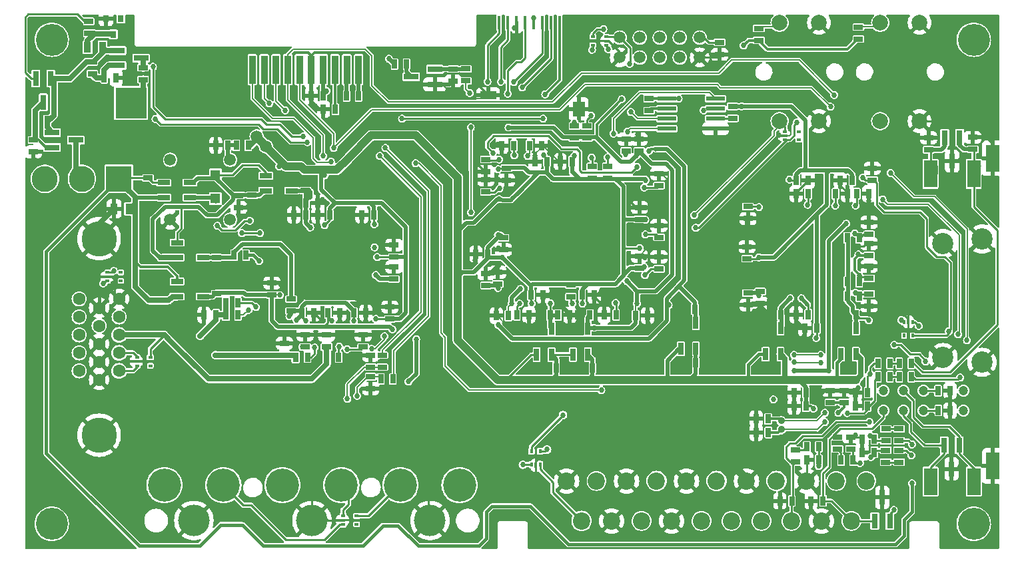
<source format=gbr>
G04 #@! TF.GenerationSoftware,KiCad,Pcbnew,7.0.6+dfsg-1*
G04 #@! TF.CreationDate,2023-08-01T21:26:42+03:00*
G04 #@! TF.ProjectId,ossc_board,6f737363-5f62-46f6-9172-642e6b696361,rev?*
G04 #@! TF.SameCoordinates,Original*
G04 #@! TF.FileFunction,Copper,L4,Bot*
G04 #@! TF.FilePolarity,Positive*
%FSLAX46Y46*%
G04 Gerber Fmt 4.6, Leading zero omitted, Abs format (unit mm)*
G04 Created by KiCad (PCBNEW 7.0.6+dfsg-1) date 2023-08-01 21:26:42*
%MOMM*%
%LPD*%
G01*
G04 APERTURE LIST*
G04 #@! TA.AperFunction,ComponentPad*
%ADD10R,4.000000X4.000000*%
G04 #@! TD*
G04 #@! TA.AperFunction,ComponentPad*
%ADD11C,1.600000*%
G04 #@! TD*
G04 #@! TA.AperFunction,ComponentPad*
%ADD12C,4.500000*%
G04 #@! TD*
G04 #@! TA.AperFunction,ComponentPad*
%ADD13C,1.506220*%
G04 #@! TD*
G04 #@! TA.AperFunction,ComponentPad*
%ADD14C,4.064000*%
G04 #@! TD*
G04 #@! TA.AperFunction,ComponentPad*
%ADD15C,0.690000*%
G04 #@! TD*
G04 #@! TA.AperFunction,ComponentPad*
%ADD16C,2.000000*%
G04 #@! TD*
G04 #@! TA.AperFunction,SMDPad,CuDef*
%ADD17R,6.200000X6.200000*%
G04 #@! TD*
G04 #@! TA.AperFunction,ComponentPad*
%ADD18C,4.200000*%
G04 #@! TD*
G04 #@! TA.AperFunction,ComponentPad*
%ADD19C,4.000000*%
G04 #@! TD*
G04 #@! TA.AperFunction,ComponentPad*
%ADD20C,2.200000*%
G04 #@! TD*
G04 #@! TA.AperFunction,SMDPad,CuDef*
%ADD21R,6.700000X6.700000*%
G04 #@! TD*
G04 #@! TA.AperFunction,SMDPad,CuDef*
%ADD22R,0.900000X3.600000*%
G04 #@! TD*
G04 #@! TA.AperFunction,ComponentPad*
%ADD23R,3.300000X3.300000*%
G04 #@! TD*
G04 #@! TA.AperFunction,ComponentPad*
%ADD24C,3.300000*%
G04 #@! TD*
G04 #@! TA.AperFunction,ComponentPad*
%ADD25R,1.700000X3.500000*%
G04 #@! TD*
G04 #@! TA.AperFunction,ComponentPad*
%ADD26C,2.700000*%
G04 #@! TD*
G04 #@! TA.AperFunction,ComponentPad*
%ADD27C,0.900000*%
G04 #@! TD*
G04 #@! TA.AperFunction,ComponentPad*
%ADD28C,1.200000*%
G04 #@! TD*
G04 #@! TA.AperFunction,ComponentPad*
%ADD29C,1.500000*%
G04 #@! TD*
G04 #@! TA.AperFunction,SMDPad,CuDef*
%ADD30R,0.635000X1.143000*%
G04 #@! TD*
G04 #@! TA.AperFunction,SMDPad,CuDef*
%ADD31R,1.143000X0.635000*%
G04 #@! TD*
G04 #@! TA.AperFunction,SMDPad,CuDef*
%ADD32R,0.400000X1.750000*%
G04 #@! TD*
G04 #@! TA.AperFunction,SMDPad,CuDef*
%ADD33R,2.000000X1.000000*%
G04 #@! TD*
G04 #@! TA.AperFunction,SMDPad,CuDef*
%ADD34R,1.500000X1.900000*%
G04 #@! TD*
G04 #@! TA.AperFunction,SMDPad,CuDef*
%ADD35R,1.560000X0.650000*%
G04 #@! TD*
G04 #@! TA.AperFunction,SMDPad,CuDef*
%ADD36R,0.650000X1.560000*%
G04 #@! TD*
G04 #@! TA.AperFunction,SMDPad,CuDef*
%ADD37R,0.889000X1.397000*%
G04 #@! TD*
G04 #@! TA.AperFunction,SMDPad,CuDef*
%ADD38R,2.350000X0.600000*%
G04 #@! TD*
G04 #@! TA.AperFunction,SMDPad,CuDef*
%ADD39R,1.900000X0.800000*%
G04 #@! TD*
G04 #@! TA.AperFunction,SMDPad,CuDef*
%ADD40R,0.800000X1.900000*%
G04 #@! TD*
G04 #@! TA.AperFunction,SMDPad,CuDef*
%ADD41R,0.380000X0.500000*%
G04 #@! TD*
G04 #@! TA.AperFunction,SMDPad,CuDef*
%ADD42R,0.300000X0.650000*%
G04 #@! TD*
G04 #@! TA.AperFunction,SMDPad,CuDef*
%ADD43R,0.500000X0.380000*%
G04 #@! TD*
G04 #@! TA.AperFunction,SMDPad,CuDef*
%ADD44R,0.650000X0.300000*%
G04 #@! TD*
G04 #@! TA.AperFunction,SMDPad,CuDef*
%ADD45R,1.300000X1.300000*%
G04 #@! TD*
G04 #@! TA.AperFunction,SMDPad,CuDef*
%ADD46R,0.800000X0.900000*%
G04 #@! TD*
G04 #@! TA.AperFunction,ViaPad*
%ADD47C,0.686000*%
G04 #@! TD*
G04 #@! TA.AperFunction,ViaPad*
%ADD48C,1.500000*%
G04 #@! TD*
G04 #@! TA.AperFunction,Conductor*
%ADD49C,0.200000*%
G04 #@! TD*
G04 #@! TA.AperFunction,Conductor*
%ADD50C,0.180000*%
G04 #@! TD*
G04 #@! TA.AperFunction,Conductor*
%ADD51C,0.220000*%
G04 #@! TD*
G04 #@! TA.AperFunction,Conductor*
%ADD52C,0.250000*%
G04 #@! TD*
G04 #@! TA.AperFunction,Conductor*
%ADD53C,0.300000*%
G04 #@! TD*
G04 #@! TA.AperFunction,Conductor*
%ADD54C,0.500000*%
G04 #@! TD*
G04 #@! TA.AperFunction,Conductor*
%ADD55C,1.000000*%
G04 #@! TD*
G04 #@! TA.AperFunction,Conductor*
%ADD56C,0.350000*%
G04 #@! TD*
G04 #@! TA.AperFunction,Conductor*
%ADD57C,0.700000*%
G04 #@! TD*
G04 #@! TA.AperFunction,Conductor*
%ADD58C,0.400000*%
G04 #@! TD*
G04 #@! TA.AperFunction,Conductor*
%ADD59C,0.640000*%
G04 #@! TD*
G04 APERTURE END LIST*
D10*
X21202140Y-28649000D03*
X15202660Y-28649000D03*
X18202400Y-33348000D03*
D11*
X19695500Y-62735400D03*
X19695500Y-60445400D03*
X19695500Y-58155400D03*
X19695500Y-55865400D03*
X19695500Y-53575400D03*
X17155500Y-63875400D03*
X17155500Y-61585400D03*
X17155500Y-59295400D03*
X17155500Y-57005400D03*
D12*
X17155500Y-45915400D03*
D11*
X17155500Y-54715400D03*
D12*
X17155500Y-70915400D03*
D11*
X14615500Y-62735400D03*
X14615500Y-60445400D03*
X14615500Y-58155400D03*
X14615500Y-55865400D03*
X14615500Y-53575400D03*
D13*
X93480000Y-20320000D03*
X93480000Y-22860000D03*
X90940000Y-20320000D03*
X90940000Y-22860000D03*
X88400000Y-20320000D03*
X88400000Y-22860000D03*
X85860000Y-20320000D03*
X85860000Y-22860000D03*
X83320000Y-20320000D03*
X83320000Y-22860000D03*
D14*
X11130000Y-20600000D03*
X11130000Y-82200000D03*
X128300000Y-82200000D03*
X128300000Y-20600000D03*
D15*
X44336000Y-52692000D03*
X45136000Y-52692000D03*
X45936000Y-52692000D03*
X46736000Y-52692000D03*
X47536000Y-52692000D03*
X48336000Y-52692000D03*
X49136000Y-52692000D03*
X44336000Y-51892000D03*
X45136000Y-51892000D03*
X45936000Y-51892000D03*
X46736000Y-51892000D03*
X47536000Y-51892000D03*
X48336000Y-51892000D03*
X49136000Y-51892000D03*
X44336000Y-51092000D03*
X45136000Y-51092000D03*
X48336000Y-51092000D03*
X49136000Y-51092000D03*
X44336000Y-50292000D03*
X45136000Y-50292000D03*
D16*
X46736000Y-50292000D03*
D17*
X46736000Y-50292000D03*
D15*
X48336000Y-50292000D03*
X49136000Y-50292000D03*
X44336000Y-49492000D03*
X45136000Y-49492000D03*
X48336000Y-49492000D03*
X49136000Y-49492000D03*
X44336000Y-48692000D03*
X45136000Y-48692000D03*
X45936000Y-48692000D03*
X46736000Y-48692000D03*
X47536000Y-48692000D03*
X48336000Y-48692000D03*
X49136000Y-48692000D03*
X44336000Y-47892000D03*
X45136000Y-47892000D03*
X45936000Y-47892000D03*
X46736000Y-47892000D03*
X47536000Y-47892000D03*
X48336000Y-47892000D03*
X49136000Y-47892000D03*
D18*
X40446000Y-77276200D03*
X47946000Y-77276200D03*
X55446000Y-77276200D03*
X62946000Y-77276200D03*
X25446000Y-77276200D03*
X32946000Y-77276200D03*
D19*
X29196000Y-81776200D03*
X44196000Y-81776200D03*
X59196000Y-81776200D03*
D15*
X79850000Y-42150000D03*
X79000000Y-42150000D03*
X78150000Y-42150000D03*
X77300000Y-42150000D03*
X76450000Y-42150000D03*
X75600000Y-42150000D03*
X74750000Y-42150000D03*
X79850000Y-43000000D03*
X79000000Y-43000000D03*
X78150000Y-43000000D03*
X77300000Y-43000000D03*
X76450000Y-43000000D03*
X75600000Y-43000000D03*
X74750000Y-43000000D03*
X79850000Y-43850000D03*
X79000000Y-43850000D03*
X75600000Y-43850000D03*
X74750000Y-43850000D03*
X79850000Y-44700000D03*
X79000000Y-44700000D03*
D20*
X77300000Y-44700000D03*
D21*
X77300000Y-44700000D03*
D15*
X75600000Y-44700000D03*
X74750000Y-44700000D03*
X79850000Y-45550000D03*
X79000000Y-45550000D03*
X75600000Y-45550000D03*
X74750000Y-45550000D03*
X79850000Y-46400000D03*
X79000000Y-46400000D03*
X78150000Y-46400000D03*
X77300000Y-46400000D03*
X76450000Y-46400000D03*
X75600000Y-46400000D03*
X74750000Y-46400000D03*
X79850000Y-47250000D03*
X79000000Y-47250000D03*
X78150000Y-47250000D03*
X77300000Y-47250000D03*
X76450000Y-47250000D03*
X75600000Y-47250000D03*
X74750000Y-47250000D03*
D22*
X36626200Y-24406600D03*
X38126200Y-24406600D03*
X39626200Y-24406600D03*
X41126200Y-24406600D03*
X42626200Y-24406600D03*
X44126200Y-24406600D03*
X45626200Y-24406600D03*
X47126200Y-24406600D03*
X48626200Y-24406600D03*
X50126200Y-24406600D03*
D23*
X19666000Y-38298000D03*
D24*
X14966000Y-38298000D03*
X10266000Y-38298000D03*
D16*
X116418000Y-30950000D03*
X116418000Y-18450000D03*
X121418000Y-30950000D03*
X121418000Y-18450000D03*
X103631000Y-30950000D03*
X103631000Y-18450000D03*
X108631000Y-30950000D03*
X108631000Y-18450000D03*
D25*
X130706000Y-74830000D03*
X128306000Y-76830000D03*
X122806000Y-76830000D03*
X130698000Y-35676000D03*
X128298000Y-37676000D03*
X122798000Y-37676000D03*
D26*
X129350000Y-61650000D03*
X124400000Y-61050000D03*
X124400000Y-46550000D03*
X129350000Y-45950000D03*
D27*
X103861000Y-70197000D03*
X103861000Y-69097000D03*
D20*
X114659600Y-76741200D03*
X112754600Y-81821200D03*
X110849600Y-76741200D03*
X108944600Y-81821200D03*
X107039600Y-76741200D03*
X105134600Y-81821200D03*
X103229600Y-76741200D03*
X101324600Y-81821200D03*
X99419600Y-76741200D03*
X97514600Y-81821200D03*
X95609600Y-76741200D03*
X93704600Y-81821200D03*
X91799600Y-76741200D03*
X89894600Y-81821200D03*
X87989600Y-76741200D03*
X86084600Y-81821200D03*
X84179600Y-76741200D03*
X82274600Y-81821200D03*
X80369600Y-76741200D03*
X78464600Y-81821200D03*
X76559600Y-76741200D03*
D28*
X127000000Y-67790000D03*
X127000000Y-65250000D03*
X116840000Y-65250000D03*
X119380000Y-65250000D03*
X121920000Y-65250000D03*
X116840000Y-67790000D03*
X119380000Y-67790000D03*
X121920000Y-67790000D03*
D29*
X26184500Y-35889300D03*
X26184500Y-43509300D03*
X33804500Y-43509300D03*
X33804500Y-35889300D03*
D30*
X42111000Y-60997200D03*
X43635000Y-60997200D03*
X46073400Y-60997200D03*
X47597400Y-60997200D03*
X42926000Y-55372000D03*
X44450000Y-55372000D03*
X49530000Y-55372000D03*
X51054000Y-55372000D03*
X46228000Y-55372000D03*
X47752000Y-55372000D03*
D31*
X54102000Y-56134000D03*
X54102000Y-54610000D03*
D30*
X33274000Y-55626000D03*
X34798000Y-55626000D03*
X33274000Y-54102000D03*
X34798000Y-54102000D03*
D31*
X39116000Y-51562000D03*
X39116000Y-53086000D03*
X54610000Y-51054000D03*
X54610000Y-49530000D03*
X54610000Y-48260000D03*
X54610000Y-46736000D03*
D30*
X33490000Y-34046000D03*
X31966000Y-34046000D03*
X52070000Y-42926000D03*
X50546000Y-42926000D03*
X43434000Y-41402000D03*
X44958000Y-41402000D03*
X46482000Y-42926000D03*
X44958000Y-42926000D03*
X45659000Y-29444000D03*
X47183000Y-29444000D03*
X50137400Y-27761300D03*
X48613400Y-27761300D03*
D31*
X25296200Y-46824000D03*
X25296200Y-48348000D03*
X36593000Y-40401000D03*
X36593000Y-38877000D03*
X32065300Y-48309900D03*
X32065300Y-46785900D03*
X43365000Y-39807000D03*
X43365000Y-38283000D03*
X25187000Y-53777000D03*
X25187000Y-52253000D03*
X84115000Y-34773000D03*
X84115000Y-33249000D03*
D30*
X77262000Y-36100000D03*
X75738000Y-36100000D03*
X71838000Y-34061000D03*
X73362000Y-34061000D03*
X69863000Y-34064000D03*
X68339000Y-34064000D03*
D31*
X85786000Y-34768000D03*
X85786000Y-33244000D03*
D30*
X74062000Y-36100000D03*
X72538000Y-36100000D03*
D31*
X66300000Y-35838000D03*
X66300000Y-37362000D03*
X88300000Y-39162000D03*
X88300000Y-37638000D03*
X66300000Y-39962000D03*
X66300000Y-38438000D03*
X68524000Y-45796000D03*
X68524000Y-47320000D03*
X88300000Y-45762000D03*
X88300000Y-44238000D03*
D30*
X44117600Y-27710500D03*
X45641600Y-27710500D03*
D31*
X85800000Y-49662000D03*
X85800000Y-48138000D03*
X88300000Y-49762000D03*
X88300000Y-48238000D03*
X66300000Y-51862000D03*
X66300000Y-50338000D03*
D30*
X85338000Y-55700000D03*
X86862000Y-55700000D03*
X78538000Y-53100000D03*
X80062000Y-53100000D03*
X72038000Y-53100000D03*
X73562000Y-53100000D03*
X69162000Y-55700000D03*
X67638000Y-55700000D03*
X82850000Y-55621000D03*
X81326000Y-55621000D03*
X75457000Y-55625000D03*
X76981000Y-55625000D03*
X70238000Y-55630000D03*
X71762000Y-55630000D03*
X107262000Y-55600000D03*
X105738000Y-55600000D03*
X108362000Y-57300000D03*
X106838000Y-57300000D03*
D31*
X115000000Y-52938000D03*
X115000000Y-54462000D03*
X99600000Y-52838000D03*
X99600000Y-54362000D03*
X115000000Y-50962000D03*
X115000000Y-49438000D03*
X115000000Y-48062000D03*
X115000000Y-46538000D03*
X99500000Y-48462000D03*
X99500000Y-46938000D03*
X115000000Y-45362000D03*
X115000000Y-43838000D03*
X99600000Y-41838000D03*
X99600000Y-43362000D03*
D30*
X105738000Y-38500000D03*
X107262000Y-38500000D03*
X107262000Y-40200000D03*
X105738000Y-40200000D03*
X110738000Y-40200000D03*
X112262000Y-40200000D03*
X112862000Y-38500000D03*
X111338000Y-38500000D03*
X104323000Y-62316000D03*
X102799000Y-62316000D03*
X113929000Y-62311000D03*
X112405000Y-62311000D03*
X103762000Y-55600000D03*
X102238000Y-55600000D03*
X113320600Y-55600600D03*
X111796600Y-55600600D03*
X79859000Y-62395600D03*
X78335000Y-62395600D03*
X92964000Y-61696600D03*
X91440000Y-61696600D03*
X75230000Y-62390600D03*
X73706000Y-62390600D03*
D31*
X32105600Y-52908200D03*
X32105600Y-51384200D03*
D30*
X74447400Y-55630000D03*
X72923400Y-55630000D03*
X79522000Y-55625000D03*
X77998000Y-55625000D03*
X92862400Y-54914800D03*
X91338400Y-54914800D03*
D31*
X68935600Y-36931600D03*
X68935600Y-38455600D03*
X85800000Y-43462000D03*
X85800000Y-41938000D03*
D32*
X75688000Y-18430000D03*
X74588000Y-18430000D03*
X73488000Y-18430000D03*
X72388000Y-18430000D03*
X71288000Y-18430000D03*
D33*
X66588000Y-27655000D03*
D32*
X70188000Y-18430000D03*
D34*
X78088000Y-29405000D03*
D32*
X69088000Y-18430000D03*
X67988000Y-18430000D03*
D31*
X40688600Y-60743200D03*
X40688600Y-59219200D03*
X46060000Y-59700000D03*
X46060000Y-58176000D03*
D30*
X30480000Y-55626000D03*
X32004000Y-55626000D03*
D31*
X81788000Y-38252400D03*
X81788000Y-36728400D03*
X79806800Y-36728400D03*
X79806800Y-38252400D03*
X77089000Y-51790600D03*
X77089000Y-53314600D03*
X87043600Y-29628200D03*
X87043600Y-28104200D03*
X96000000Y-22462000D03*
X96000000Y-20938000D03*
X77567000Y-33111000D03*
X77567000Y-31587000D03*
X79116000Y-33111000D03*
X79116000Y-31587000D03*
X97686200Y-30618800D03*
X97686200Y-29094800D03*
D30*
X113438000Y-40200000D03*
X114962000Y-40200000D03*
D35*
X27052000Y-48320100D03*
X27052000Y-47370100D03*
X27052000Y-46420100D03*
X30352000Y-46420100D03*
X30352000Y-48320100D03*
X38336000Y-39812000D03*
X38336000Y-38862000D03*
X38336000Y-37912000D03*
X41636000Y-37912000D03*
X41636000Y-39812000D03*
D36*
X103743800Y-60603400D03*
X102793800Y-60603400D03*
X101843800Y-60603400D03*
X101843800Y-57303400D03*
X103743800Y-57303400D03*
X113340000Y-60603400D03*
X112390000Y-60603400D03*
X111440000Y-60603400D03*
X111440000Y-57303400D03*
X113340000Y-57303400D03*
D35*
X27052000Y-53274000D03*
X27052000Y-52324000D03*
X27052000Y-51374000D03*
X30352000Y-51374000D03*
X30352000Y-53274000D03*
D36*
X74650000Y-60674600D03*
X73700000Y-60674600D03*
X72750000Y-60674600D03*
X72750000Y-57374600D03*
X74650000Y-57374600D03*
X79256000Y-60652600D03*
X78306000Y-60652600D03*
X77356000Y-60652600D03*
X77356000Y-57352600D03*
X79256000Y-57352600D03*
X92984000Y-59928000D03*
X92034000Y-59928000D03*
X91084000Y-59928000D03*
X91084000Y-56628000D03*
X92984000Y-56628000D03*
D31*
X43312000Y-58167000D03*
X43312000Y-59691000D03*
X50703000Y-58177800D03*
X50703000Y-59701800D03*
D37*
X20942500Y-42110000D03*
X19037500Y-42110000D03*
D31*
X41564900Y-53593100D03*
X41564900Y-55117100D03*
D30*
X112230000Y-53221000D03*
X113754000Y-53221000D03*
X112227000Y-51407000D03*
X113751000Y-51407000D03*
X112235000Y-45811000D03*
X113759000Y-45811000D03*
X34572000Y-34046000D03*
X36096000Y-34046000D03*
D31*
X113629000Y-19004000D03*
X113629000Y-20528000D03*
X100988000Y-19157000D03*
X100988000Y-20681000D03*
D38*
X95490300Y-28104200D03*
X95490300Y-29374200D03*
X95490300Y-30644200D03*
X95490300Y-31914200D03*
X89290300Y-31914200D03*
X89290300Y-30644200D03*
X89290300Y-29374200D03*
X89290300Y-28104200D03*
D30*
X34300500Y-48017800D03*
X35824500Y-48017800D03*
D31*
X63749000Y-24315000D03*
X63749000Y-25839000D03*
X51656000Y-60747000D03*
X51656000Y-62271000D03*
X51664000Y-63482000D03*
X51664000Y-65006000D03*
X53142000Y-62271000D03*
X53142000Y-60747000D03*
D30*
X54483000Y-63764000D03*
X52959000Y-63764000D03*
D39*
X59816000Y-24367000D03*
X59816000Y-26267000D03*
X56816000Y-25317000D03*
D31*
X62133000Y-24323000D03*
X62133000Y-25847000D03*
D30*
X56232000Y-23694000D03*
X54708000Y-23694000D03*
D31*
X67807000Y-51694000D03*
X67807000Y-50170000D03*
D30*
X66553000Y-47859000D03*
X65029000Y-47859000D03*
X43429000Y-42896000D03*
X41905000Y-42896000D03*
D31*
X101150000Y-52642000D03*
X101150000Y-54166000D03*
X115410000Y-38482000D03*
X115410000Y-36958000D03*
D30*
X102182000Y-70580000D03*
X100658000Y-70580000D03*
X102172000Y-68840000D03*
X100648000Y-68840000D03*
D31*
X110070000Y-66752000D03*
X110070000Y-65228000D03*
X111820000Y-66752000D03*
X111820000Y-65228000D03*
D30*
X106982000Y-65510000D03*
X105458000Y-65510000D03*
X120362000Y-63480000D03*
X118838000Y-63480000D03*
X106982000Y-67240000D03*
X105458000Y-67240000D03*
X120352000Y-61770000D03*
X118828000Y-61770000D03*
D31*
X118810000Y-74362000D03*
X118810000Y-72838000D03*
X110990000Y-72662000D03*
X110990000Y-71138000D03*
X118810000Y-70118000D03*
X118810000Y-71642000D03*
X105640000Y-72818000D03*
X105640000Y-74342000D03*
X128180000Y-33028000D03*
X128180000Y-34552000D03*
X122560000Y-33078000D03*
X122560000Y-34602000D03*
D30*
X123768000Y-65260000D03*
X125292000Y-65260000D03*
X105182000Y-79280000D03*
X103658000Y-79280000D03*
X115672000Y-71400000D03*
X114148000Y-71400000D03*
X108602000Y-74080000D03*
X107078000Y-74080000D03*
D31*
X112690000Y-71138000D03*
X112690000Y-72662000D03*
D40*
X117630000Y-81830000D03*
X115730000Y-81830000D03*
X116680000Y-78830000D03*
D31*
X34900000Y-40408000D03*
X34900000Y-41932000D03*
D30*
X113288000Y-65480000D03*
X114812000Y-65480000D03*
X114812000Y-67220000D03*
X113288000Y-67220000D03*
X114148000Y-73090000D03*
X115672000Y-73090000D03*
D41*
X73190000Y-74650000D03*
D42*
X72650000Y-74730000D03*
D41*
X72110000Y-74650000D03*
X72110000Y-72950000D03*
X73190000Y-72950000D03*
D43*
X21960000Y-62080000D03*
D44*
X21880000Y-61540000D03*
D43*
X21960000Y-61000000D03*
X23660000Y-61000000D03*
X23660000Y-62080000D03*
X48170000Y-82260000D03*
D44*
X48090000Y-81720000D03*
D43*
X48170000Y-81180000D03*
X49870000Y-81180000D03*
X49870000Y-82260000D03*
D40*
X124540000Y-72200000D03*
X126440000Y-72200000D03*
X125490000Y-75200000D03*
D43*
X18220000Y-51300000D03*
D44*
X18140000Y-50760000D03*
D43*
X18220000Y-50220000D03*
X19920000Y-50220000D03*
X19920000Y-51300000D03*
D41*
X119450000Y-56560000D03*
D42*
X119990000Y-56480000D03*
D41*
X120530000Y-56560000D03*
X120530000Y-58260000D03*
X119450000Y-58260000D03*
D40*
X9110000Y-25550000D03*
X11010000Y-25550000D03*
X10060000Y-28550000D03*
D30*
X10532000Y-30910000D03*
X9008000Y-30910000D03*
X117652000Y-61780000D03*
X116128000Y-61780000D03*
X116128000Y-63480000D03*
X117652000Y-63480000D03*
D31*
X117110000Y-72838000D03*
X117110000Y-74362000D03*
D30*
X108602000Y-72380000D03*
X107078000Y-72380000D03*
D31*
X117120000Y-71642000D03*
X117120000Y-70118000D03*
D30*
X112952000Y-74090000D03*
X111428000Y-74090000D03*
D35*
X25360000Y-40680000D03*
X25360000Y-39730000D03*
X25360000Y-38780000D03*
X28660000Y-38780000D03*
X28660000Y-40680000D03*
D40*
X124610000Y-33060000D03*
X126510000Y-33060000D03*
X125560000Y-36060000D03*
D30*
X125302000Y-67770000D03*
X123778000Y-67770000D03*
X107628000Y-79270000D03*
X109152000Y-79270000D03*
D31*
X23380000Y-38188000D03*
X23380000Y-39712000D03*
D45*
X31940000Y-40800000D03*
X31940000Y-37800000D03*
D39*
X19490000Y-23890000D03*
X19490000Y-21990000D03*
X22490000Y-22940000D03*
D31*
X22730000Y-25672000D03*
X22730000Y-24148000D03*
D43*
X104330000Y-33360000D03*
D44*
X104250000Y-32820000D03*
D43*
X104330000Y-32280000D03*
X106030000Y-32280000D03*
X106030000Y-33360000D03*
D39*
X11190000Y-34320000D03*
X11190000Y-32420000D03*
X14190000Y-33370000D03*
D31*
X8820000Y-33348000D03*
X8820000Y-34872000D03*
X15830000Y-19792000D03*
X15830000Y-18268000D03*
D46*
X19920000Y-17930000D03*
X18970000Y-19930000D03*
X18020000Y-17930000D03*
D37*
X17592500Y-21570000D03*
X15687500Y-21570000D03*
D30*
X17788000Y-25450000D03*
X19312000Y-25450000D03*
D31*
X16310000Y-23418000D03*
X16310000Y-24942000D03*
D43*
X81590000Y-20220000D03*
D44*
X81670000Y-20760000D03*
D43*
X81590000Y-21300000D03*
X79890000Y-21300000D03*
X79890000Y-20220000D03*
D47*
X84323000Y-32288000D03*
X84732200Y-29806000D03*
X108848000Y-60705000D03*
X105453000Y-60701000D03*
X43617000Y-33642000D03*
X24312000Y-30690000D03*
X43043000Y-32918000D03*
X24000000Y-24050000D03*
X110562000Y-27638000D03*
X45599000Y-35400000D03*
X127430000Y-58850000D03*
X52818000Y-35391000D03*
X117714100Y-37557100D03*
X53534000Y-34370000D03*
X46943000Y-34376000D03*
X110094000Y-29135000D03*
X116710000Y-40910000D03*
X126320000Y-58080000D03*
X69098500Y-27469200D03*
X69847800Y-25996000D03*
X68209500Y-25945200D03*
X66507700Y-25932500D03*
X73848300Y-27570800D03*
X70901900Y-26681800D03*
X81870000Y-21820002D03*
X79665000Y-30246000D03*
X84590000Y-23679000D03*
X79790000Y-21890000D03*
X77541000Y-31105000D03*
X81230000Y-19270000D03*
X83576500Y-28167700D03*
X69596000Y-54152800D03*
X80061000Y-57252000D03*
X85496400Y-54178200D03*
X70700000Y-52300000D03*
X85428000Y-35326000D03*
X84200000Y-51300000D03*
X69187000Y-31768000D03*
X87046000Y-34757000D03*
X67200000Y-35000000D03*
X89535000Y-54356000D03*
X67900000Y-56900000D03*
X85500000Y-36800000D03*
X69900800Y-35306000D03*
X86556000Y-45389000D03*
X82804000Y-54102000D03*
X70586600Y-54178200D03*
X71595000Y-35377000D03*
X67995800Y-35839400D03*
X74498200Y-54152800D03*
X67843400Y-52197000D03*
X86403000Y-39400000D03*
X84087000Y-35223000D03*
X68021200Y-39522400D03*
X86517000Y-50546000D03*
X82516000Y-32537000D03*
X114971000Y-56319000D03*
X54432000Y-57465000D03*
X46736000Y-56388000D03*
X109899000Y-62678000D03*
X102850000Y-66360000D03*
X57440000Y-58720000D03*
X56460000Y-64108000D03*
X111090000Y-68070000D03*
X112100000Y-44000000D03*
X105471000Y-62728000D03*
X40117100Y-53097800D03*
X40050000Y-36740000D03*
X32180000Y-44260000D03*
X36300000Y-43640000D03*
X78587600Y-54178200D03*
X86558000Y-43510000D03*
X46073400Y-27113600D03*
X45811000Y-37856000D03*
X90790100Y-28104200D03*
X45819000Y-44196000D03*
X101000000Y-48300000D03*
X68377000Y-48296000D03*
X99065000Y-21336000D03*
X86407000Y-49511000D03*
X112100000Y-37300000D03*
X73607000Y-35245000D03*
X108306000Y-58560000D03*
X104900000Y-38400000D03*
D48*
X38353000Y-34188000D03*
D47*
X52118600Y-44080800D03*
X67843400Y-45440600D03*
X52486900Y-48246400D03*
X67995800Y-40894000D03*
X86624000Y-38476000D03*
X67843400Y-37084000D03*
X107930000Y-67540000D03*
D48*
X37165000Y-32898000D03*
D47*
X72400500Y-17800000D03*
X85839000Y-47092000D03*
X52324000Y-56134000D03*
X98826000Y-29083000D03*
X72110600Y-54178200D03*
X77553000Y-35406000D03*
X118140000Y-80440000D03*
X115040000Y-69220000D03*
X44543000Y-59767000D03*
X47673600Y-59651000D03*
X119080000Y-56270000D03*
X121310000Y-57030000D03*
X101000000Y-41900000D03*
X110700000Y-41700000D03*
X106400000Y-53500000D03*
X100968000Y-53185000D03*
X105000000Y-53500000D03*
X107200000Y-41600000D03*
X36118800Y-54991000D03*
X37084000Y-54610000D03*
X125140000Y-57710000D03*
X114180000Y-38160000D03*
X48706000Y-66277000D03*
X49957000Y-65908000D03*
X113258600Y-52806600D03*
X43979000Y-44493000D03*
X52324000Y-50546000D03*
X43939800Y-40651800D03*
X52160000Y-47020000D03*
X113184000Y-45236000D03*
X51778039Y-59921961D03*
X53420000Y-58330000D03*
X76100000Y-68370000D03*
X71010000Y-74670000D03*
X74070000Y-72730000D03*
X29982500Y-58279400D03*
X31938300Y-60743200D03*
X20846879Y-68124500D03*
X66530879Y-75738500D03*
X26815000Y-27219000D03*
X121700000Y-48210000D03*
X18308879Y-26670500D03*
X28590000Y-34069000D03*
X129134879Y-40206500D03*
X85288000Y-25471000D03*
X74400000Y-48900000D03*
X104700000Y-41800000D03*
X73450000Y-50800000D03*
X56693000Y-66271000D03*
X67376879Y-66432500D03*
X118982879Y-36822500D03*
X101216879Y-72354500D03*
X13232879Y-18210500D03*
X56378879Y-73200500D03*
X39458879Y-70662500D03*
X26784000Y-29535000D03*
X91064879Y-65586500D03*
X75400000Y-39800000D03*
X77400000Y-39800000D03*
X130826879Y-22440500D03*
X35425000Y-27912000D03*
X22814000Y-50300000D03*
X120674879Y-27516500D03*
X8896000Y-48748000D03*
X63992879Y-69816500D03*
X57390000Y-68854000D03*
X9002879Y-50358500D03*
X36074879Y-75738500D03*
X28460879Y-42744500D03*
X55532879Y-62202500D03*
X70800000Y-38500000D03*
X65048000Y-54521000D03*
X47630000Y-44836000D03*
X72572000Y-35329000D03*
X25076879Y-55434500D03*
X82977000Y-25552000D03*
X94448879Y-74892500D03*
X103600000Y-41800000D03*
X12386879Y-28362500D03*
X80691000Y-35342000D03*
X23912000Y-50307000D03*
X124904879Y-40206500D03*
X76682879Y-22440500D03*
X9002879Y-23286500D03*
X103754879Y-74046500D03*
X80750000Y-50800000D03*
X95294879Y-19902500D03*
X81050000Y-52500000D03*
X70760879Y-46128500D03*
X22538879Y-57126500D03*
X34267000Y-23119000D03*
X124058879Y-18210500D03*
X103600000Y-49400000D03*
X75590400Y-54127400D03*
X32690000Y-46036000D03*
X58994000Y-71803000D03*
X95294879Y-83352500D03*
X9002879Y-54588500D03*
X75700000Y-52500000D03*
X29306879Y-26670500D03*
X33536879Y-68124500D03*
X21692879Y-71508500D03*
X41910000Y-40894000D03*
X94448879Y-56280500D03*
X102062879Y-19902500D03*
X71170800Y-56845200D03*
X9002879Y-79968500D03*
X24230879Y-66432500D03*
X16616879Y-76584500D03*
X105446879Y-47820500D03*
X76901000Y-18600000D03*
X111368879Y-18210500D03*
X29581000Y-34785000D03*
X114996000Y-55321000D03*
X11540879Y-68970500D03*
X40167900Y-51688100D03*
X113881000Y-49400000D03*
X97832879Y-67278500D03*
X45263000Y-74737000D03*
X109700000Y-44000000D03*
X46226879Y-66432500D03*
X61276000Y-31913000D03*
X111700000Y-62840000D03*
X35410000Y-24277000D03*
X102062879Y-79122500D03*
X12386879Y-24132500D03*
X34221000Y-24270000D03*
X42707900Y-45909600D03*
X41628000Y-31593000D03*
X90218879Y-74892500D03*
X99060000Y-65200000D03*
X64947800Y-45643800D03*
X82604879Y-78276500D03*
X117290879Y-22440500D03*
X107980000Y-68440000D03*
X53134600Y-46709700D03*
X69545000Y-51064000D03*
X127442879Y-24132500D03*
X12386879Y-72354500D03*
X59762879Y-76584500D03*
X99524879Y-80814500D03*
X70584400Y-22363800D03*
X16616879Y-80814500D03*
X27973000Y-28354000D03*
X69469000Y-52177000D03*
X32690879Y-62202500D03*
X82900000Y-52500000D03*
X48875000Y-44826000D03*
X35770000Y-37700000D03*
X66385000Y-31608000D03*
X32690879Y-74046500D03*
X118982879Y-18210500D03*
X23384879Y-41898500D03*
X11540879Y-42744500D03*
X43480000Y-35565000D03*
X29306879Y-35976500D03*
X67900000Y-42200000D03*
X11540879Y-64740500D03*
X112200000Y-42700000D03*
X118800000Y-50200000D03*
X59036000Y-75175000D03*
X14078879Y-21594500D03*
X31844879Y-70662500D03*
X104230000Y-67260000D03*
X51054000Y-56388000D03*
X97832879Y-31746500D03*
X44318000Y-38546000D03*
X81584800Y-54102000D03*
X113131600Y-46913800D03*
X105446879Y-18210500D03*
X75700000Y-37500000D03*
X78400000Y-48900000D03*
X113906879Y-28362500D03*
X97050000Y-65190000D03*
X11540879Y-60510500D03*
X20846879Y-31746500D03*
X80193000Y-67788000D03*
X128288879Y-57126500D03*
X97978000Y-53969000D03*
X73400000Y-39800000D03*
X9002879Y-71508500D03*
X101216879Y-32592500D03*
X99110000Y-69830000D03*
X78374879Y-78276500D03*
X19154879Y-74046500D03*
X78374879Y-72354500D03*
X51069000Y-52578000D03*
X67900000Y-43000000D03*
X92329000Y-49098200D03*
X63146879Y-22440500D03*
X41443000Y-45441000D03*
X36074879Y-35130500D03*
X26830000Y-28316000D03*
X126596879Y-30054500D03*
X52227000Y-45659000D03*
X107984879Y-23286500D03*
X65684879Y-79122500D03*
X124904879Y-26670500D03*
X113570000Y-64900000D03*
X83450879Y-72354500D03*
X130826879Y-84198500D03*
X63146879Y-66432500D03*
X31844879Y-58818500D03*
X82400000Y-44800000D03*
X124904879Y-77430500D03*
X25618000Y-28377000D03*
X30152879Y-39360500D03*
X123212879Y-29208500D03*
X83588000Y-62534000D03*
X119828879Y-24132500D03*
X119828879Y-32592500D03*
X104600879Y-43590500D03*
X58070879Y-66432500D03*
X84696000Y-44818000D03*
X121520879Y-21594500D03*
X52324000Y-49276000D03*
X102908879Y-67278500D03*
X69914879Y-72354500D03*
X51458000Y-31486000D03*
X55532879Y-41898500D03*
X40523000Y-38908000D03*
X13232879Y-35976500D03*
X91910879Y-30900500D03*
X100696000Y-62555000D03*
X78816200Y-39801800D03*
X41737000Y-46518000D03*
X94448879Y-79968500D03*
X34138000Y-70744000D03*
X62300879Y-83352500D03*
X41457000Y-34770000D03*
X97960000Y-44900000D03*
X100995000Y-49408000D03*
X74800000Y-52500000D03*
X73533000Y-84475000D03*
X103560000Y-32750000D03*
X112300000Y-41700000D03*
X71606879Y-79122500D03*
X118982879Y-46974500D03*
X68222879Y-69816500D03*
X81950000Y-50850000D03*
X11540879Y-77430500D03*
X19154879Y-78276500D03*
X82400000Y-48600000D03*
X101796000Y-62454000D03*
X67300000Y-34100000D03*
X11540879Y-52050500D03*
X102908879Y-83352500D03*
X29306879Y-72354500D03*
X51979000Y-53167000D03*
X80912879Y-70662500D03*
X25136000Y-61549000D03*
X40930000Y-44242000D03*
X42669800Y-47217700D03*
X32690879Y-80814500D03*
X118136879Y-30054500D03*
X17462879Y-84198500D03*
X24230879Y-32592500D03*
X112214879Y-25824500D03*
X118136879Y-78276500D03*
X36920879Y-62202500D03*
X67871000Y-47130000D03*
X42603000Y-51907000D03*
X117290879Y-34284500D03*
X22538879Y-63894500D03*
X127442879Y-42744500D03*
X86681000Y-44463000D03*
X86591000Y-37404000D03*
X50556500Y-44030000D03*
X27958000Y-27203000D03*
X98678879Y-55434500D03*
X29604000Y-33581000D03*
X72100000Y-42700000D03*
X114752879Y-80814500D03*
X97832879Y-18210500D03*
X89916000Y-56946800D03*
X48764879Y-83352500D03*
X14078879Y-41052500D03*
X79450000Y-50800000D03*
X9002879Y-67278500D03*
X35330000Y-29051000D03*
X28460879Y-75738500D03*
X38612879Y-57972500D03*
X128288879Y-27516500D03*
X58527000Y-63383000D03*
X117290879Y-26670500D03*
X106292879Y-28362500D03*
X45466000Y-56388000D03*
X17462879Y-67278500D03*
X51302879Y-75738500D03*
X51984000Y-54254000D03*
X111368879Y-35130500D03*
X61128000Y-33673000D03*
X72452879Y-69816500D03*
X105800000Y-54300000D03*
X72100000Y-48600000D03*
X65000000Y-34000000D03*
X15770879Y-50358500D03*
X75836879Y-70662500D03*
X60484000Y-59135000D03*
X76500000Y-50800000D03*
X47254000Y-38877000D03*
X80300000Y-48900000D03*
X65684879Y-72354500D03*
X30770000Y-34854000D03*
X14924879Y-25824500D03*
X105900000Y-43800000D03*
X119421000Y-45027000D03*
X60608879Y-72354500D03*
X126596879Y-69816500D03*
X42365000Y-44753900D03*
X22538879Y-77430500D03*
X57226000Y-50018000D03*
X82400000Y-41200000D03*
X9002879Y-75738500D03*
X57328000Y-43404000D03*
X129134879Y-64740500D03*
X38612879Y-79968500D03*
X118510000Y-53040000D03*
X35425000Y-23111000D03*
X82400000Y-42900000D03*
X52324000Y-55118000D03*
X91910879Y-35130500D03*
X35448000Y-26754000D03*
X28460879Y-54588500D03*
X14078879Y-83352500D03*
X67900000Y-43900000D03*
X61468000Y-39690000D03*
X114752879Y-32592500D03*
X45527300Y-40982000D03*
X101900000Y-31120000D03*
X124904879Y-22440500D03*
X37810000Y-74280000D03*
X27614879Y-68124500D03*
X35448000Y-25542000D03*
X111115000Y-54258000D03*
X81000000Y-39800000D03*
X24230879Y-22440500D03*
X80912879Y-59664500D03*
X70760879Y-41898500D03*
X66203000Y-20081000D03*
X81758879Y-74892500D03*
X9002879Y-45282500D03*
X86346000Y-46318000D03*
X116444879Y-75738500D03*
X14078879Y-74892500D03*
X13232879Y-46974500D03*
X63848000Y-54441000D03*
X51333000Y-44831000D03*
X105000000Y-59880000D03*
X72100000Y-44800000D03*
X48997000Y-33658000D03*
X34750000Y-38740000D03*
X92329000Y-50825400D03*
X20846879Y-46974500D03*
X82700000Y-67772000D03*
X73533000Y-54178200D03*
X41996879Y-66432500D03*
X42657000Y-48402000D03*
X91910879Y-70662500D03*
X54686879Y-26670500D03*
X20000879Y-43590500D03*
X93602879Y-67278500D03*
X50135000Y-44811000D03*
X75735000Y-35437000D03*
X68707000Y-40208200D03*
X81481000Y-67780000D03*
X106292879Y-79122500D03*
X11540879Y-56280500D03*
X77038000Y-21199000D03*
X20846879Y-24978500D03*
X100405000Y-55195000D03*
X124904879Y-81660500D03*
X58548000Y-59066000D03*
X86567000Y-41960000D03*
X25634000Y-29451000D03*
X47752000Y-56388000D03*
X104020000Y-37680000D03*
X25611000Y-27249000D03*
X113060879Y-78276500D03*
X82604879Y-65586500D03*
X118550000Y-55450000D03*
X9002879Y-58818500D03*
X36074879Y-41898500D03*
X69947000Y-19116000D03*
X51064000Y-51308000D03*
X113262543Y-70902543D03*
X64947800Y-48691800D03*
X82400000Y-46800000D03*
X128288879Y-52896500D03*
X86500000Y-51500000D03*
X101006000Y-50724000D03*
X43688879Y-68970500D03*
X14078879Y-66432500D03*
X13232879Y-79968500D03*
X72100000Y-50800000D03*
X28404000Y-22974000D03*
X9002879Y-35976500D03*
X103600000Y-46000000D03*
X89372879Y-68970500D03*
X28404000Y-24014000D03*
X109676879Y-20748500D03*
X21692879Y-53742500D03*
X69068879Y-77430500D03*
X71606879Y-66432500D03*
X129980879Y-30900500D03*
X42596000Y-50764000D03*
X27935000Y-29535000D03*
X84673000Y-41214000D03*
X34214000Y-25489000D03*
X95294879Y-69816500D03*
X84296879Y-83352500D03*
X75836879Y-66432500D03*
X31844879Y-49512500D03*
X50456879Y-67278500D03*
X42634000Y-49507000D03*
X121520879Y-55434500D03*
X76400000Y-48900000D03*
X104600879Y-24132500D03*
X88526879Y-83352500D03*
X126596879Y-35976500D03*
X95294879Y-24132500D03*
X120564000Y-43632000D03*
X86479000Y-48360000D03*
X114983600Y-41083600D03*
X74990879Y-80814500D03*
X23384879Y-36822500D03*
X113906879Y-21594500D03*
X101000000Y-47000000D03*
X68300600Y-54178200D03*
X63307000Y-27793000D03*
X77175000Y-62690000D03*
X74950000Y-50800000D03*
X42034800Y-59600200D03*
X12960000Y-48971000D03*
X49610879Y-79968500D03*
X104600879Y-51204500D03*
X9002879Y-18210500D03*
X25922879Y-74046500D03*
X86900000Y-56700000D03*
X90700000Y-62800000D03*
X105800000Y-41600000D03*
X107138879Y-83352500D03*
X97832879Y-71508500D03*
X26768879Y-37668500D03*
X92756879Y-38514500D03*
X100370879Y-27516500D03*
X65263000Y-24216000D03*
X108265000Y-41567000D03*
X116444879Y-83352500D03*
X9002879Y-27516500D03*
X78326000Y-56982000D03*
X19154879Y-64740500D03*
X51979000Y-51887000D03*
X95429000Y-62602000D03*
X88440000Y-32771000D03*
X129980879Y-78276500D03*
X48707000Y-37490000D03*
X86834879Y-65586500D03*
X59762879Y-68970500D03*
X28404000Y-25055000D03*
X62553000Y-61200000D03*
X30053000Y-60371000D03*
X85988879Y-70662500D03*
X113906879Y-58818500D03*
X41996879Y-72354500D03*
X87680879Y-73200500D03*
X26768879Y-64740500D03*
X121520879Y-79968500D03*
X59265000Y-31993000D03*
X100370879Y-65586500D03*
X60190000Y-32781000D03*
X67986000Y-49256000D03*
X129980879Y-68124500D03*
X82000000Y-52500000D03*
X9002879Y-63048500D03*
X85568000Y-32634000D03*
X36074879Y-69816500D03*
X30152879Y-65586500D03*
X59329000Y-64267000D03*
X82612000Y-60590000D03*
X30777000Y-33581000D03*
X65232000Y-25156000D03*
X55532879Y-22440500D03*
X121000002Y-59810000D03*
X126596879Y-74892500D03*
X27757000Y-58278000D03*
X75836879Y-30900500D03*
X53840879Y-80814500D03*
X25076879Y-69816500D03*
X51054000Y-53828000D03*
X72100000Y-40900000D03*
X32690879Y-25824500D03*
X9002879Y-41052500D03*
X97832879Y-22440500D03*
X78895000Y-35237000D03*
X67843400Y-38404800D03*
X124904879Y-66432500D03*
X97832879Y-78276500D03*
X79220879Y-24132500D03*
X96986879Y-57972500D03*
X108830879Y-33438500D03*
X78050000Y-50800000D03*
X92303600Y-52044600D03*
X39811000Y-33296000D03*
X39458879Y-64740500D03*
X99120000Y-67790000D03*
X97738000Y-62591000D03*
X128288879Y-72354500D03*
X128288879Y-48666500D03*
X28651000Y-66081000D03*
X130826879Y-18210500D03*
X36074879Y-65586500D03*
X72100000Y-46700000D03*
X13232879Y-31746500D03*
X43000000Y-59701800D03*
X48664200Y-59981200D03*
X109385000Y-69243000D03*
X109377000Y-68077000D03*
X115120000Y-63120000D03*
X112210000Y-68100000D03*
X115250000Y-73710000D03*
X108600000Y-74860000D03*
X115140000Y-70980000D03*
X113840000Y-74460000D03*
X113645000Y-47926000D03*
X113741200Y-50571400D03*
X55649200Y-30644200D03*
X73590000Y-30644000D03*
X19000000Y-50010000D03*
X17670000Y-51610000D03*
X35306000Y-45212000D03*
X37592000Y-45212000D03*
X40810000Y-29590100D03*
X38796300Y-28713800D03*
X92964000Y-44521000D03*
X105780000Y-31130000D03*
X92774000Y-42931000D03*
X37479000Y-48745000D03*
X49530000Y-56388000D03*
X41330000Y-55790000D03*
X42225300Y-56260100D03*
X43434000Y-56388000D03*
X105456000Y-61628000D03*
X46608000Y-36111000D03*
X80970000Y-65197000D03*
X108833000Y-61692000D03*
X57371000Y-36332000D03*
X53972000Y-23020000D03*
X64262000Y-27402000D03*
X64378000Y-31758000D03*
X64381000Y-42577000D03*
X120450000Y-77050000D03*
X118210000Y-59420000D03*
X122170000Y-61530000D03*
X120360000Y-73470000D03*
X120450000Y-72090000D03*
X126560000Y-63590000D03*
X81788000Y-35557000D03*
X79756000Y-35610800D03*
X77292200Y-54152800D03*
X93965100Y-29590100D03*
X113300000Y-41700000D03*
D49*
X84323000Y-32288000D02*
X84676000Y-31935000D01*
X84676000Y-31935000D02*
X88872400Y-31935000D01*
D50*
X84744900Y-29806000D02*
X85583100Y-30644200D01*
X85583100Y-30644200D02*
X89290300Y-30644200D01*
X105453000Y-60701000D02*
X105457000Y-60705000D01*
X105457000Y-60705000D02*
X108848000Y-60705000D01*
D51*
X43617000Y-33642000D02*
X41445000Y-33642000D01*
X41445000Y-33642000D02*
X39746000Y-31943000D01*
X39746000Y-31943000D02*
X38017000Y-31943000D01*
X38017000Y-31943000D02*
X37430000Y-31356000D01*
X37430000Y-31356000D02*
X24978000Y-31356000D01*
X24978000Y-31356000D02*
X24312000Y-30690000D01*
X25535000Y-30701000D02*
X24000000Y-29166000D01*
X41662000Y-32918000D02*
X40096000Y-31352000D01*
X24000000Y-29166000D02*
X24000000Y-24050000D01*
X40096000Y-31352000D02*
X38404000Y-31352000D01*
X37753000Y-30701000D02*
X25535000Y-30701000D01*
X43043000Y-32918000D02*
X41662000Y-32918000D01*
X38404000Y-31352000D02*
X37753000Y-30701000D01*
D49*
X58034000Y-55220000D02*
X58034000Y-41605000D01*
D50*
X110562000Y-27638000D02*
X106117000Y-23193000D01*
X106117000Y-23193000D02*
X97553000Y-23193000D01*
X97553000Y-23193000D02*
X95905000Y-24841000D01*
X95905000Y-24841000D02*
X78463000Y-24841000D01*
X78463000Y-24841000D02*
X74763000Y-28541000D01*
X74763000Y-28541000D02*
X58725000Y-28541000D01*
D49*
X58034000Y-40607000D02*
X52818000Y-35391000D01*
X53274000Y-59980000D02*
X58034000Y-55220000D01*
X53142000Y-60112000D02*
X53274000Y-59980000D01*
D50*
X41126200Y-28274200D02*
X45614500Y-32762500D01*
X53916000Y-28541000D02*
X51831000Y-26456000D01*
X51831000Y-26456000D02*
X51831000Y-23513000D01*
X51831000Y-22669000D02*
X50986000Y-21824000D01*
X50986000Y-21824000D02*
X41793000Y-21824000D01*
X41793000Y-21824000D02*
X41126200Y-22490800D01*
X41126200Y-22490800D02*
X41126200Y-24106600D01*
X45599000Y-35400000D02*
X45614500Y-35384500D01*
X45614500Y-35384500D02*
X45614500Y-32762500D01*
X117714100Y-37557100D02*
X120727000Y-40570000D01*
X120727000Y-40570000D02*
X123170000Y-40570000D01*
X123330000Y-40570000D02*
X127450000Y-44690000D01*
X127450000Y-44690000D02*
X127450000Y-58230000D01*
X127430000Y-58850000D02*
X127450000Y-58830000D01*
X127450000Y-58830000D02*
X127450000Y-58230000D01*
X51831000Y-23513000D02*
X51831000Y-22669000D01*
X56909000Y-28541000D02*
X53916000Y-28541000D01*
X58725000Y-28541000D02*
X56909000Y-28541000D01*
X123330000Y-40570000D02*
X123170000Y-40570000D01*
X41126200Y-24906600D02*
X41126200Y-28274200D01*
D49*
X53142000Y-60747000D02*
X53142000Y-60112000D01*
X58034000Y-41605000D02*
X58034000Y-40607000D01*
X59009000Y-55754000D02*
X59009000Y-40183000D01*
D50*
X110094000Y-29135000D02*
X107659000Y-26700000D01*
X107659000Y-26700000D02*
X96113000Y-26700000D01*
X96113000Y-26700000D02*
X95736000Y-26323000D01*
X95736000Y-26323000D02*
X78914000Y-26323000D01*
X78914000Y-26323000D02*
X75690000Y-29547000D01*
X75690000Y-29547000D02*
X57802000Y-29547000D01*
D49*
X59009000Y-39845000D02*
X53534000Y-34370000D01*
D50*
X51774000Y-29547000D02*
X47285900Y-34035100D01*
D49*
X54613000Y-60150000D02*
X59009000Y-55754000D01*
X54613000Y-63634000D02*
X54483000Y-63764000D01*
D50*
X42626200Y-28214200D02*
X46124000Y-31712000D01*
X47283900Y-34035100D02*
X46943000Y-34376000D01*
X46943000Y-32531000D02*
X46124000Y-31712000D01*
X126470000Y-57570000D02*
X126470000Y-45460000D01*
X126470000Y-45460000D02*
X122520000Y-41510000D01*
X122520000Y-41510000D02*
X117310000Y-41510000D01*
X117310000Y-41510000D02*
X116710000Y-40910000D01*
X126470000Y-57730000D02*
X126470000Y-57570000D01*
X126320000Y-58080000D02*
X126470000Y-57930000D01*
X126470000Y-57930000D02*
X126470000Y-57730000D01*
X47285900Y-34035100D02*
X47283900Y-34035100D01*
X57802000Y-29547000D02*
X51774000Y-29547000D01*
X42626200Y-28214200D02*
X42626200Y-24906600D01*
X46943000Y-34376000D02*
X46943000Y-32531000D01*
D49*
X59009000Y-40183000D02*
X59009000Y-39845000D01*
X54613000Y-63634000D02*
X54613000Y-60150000D01*
D51*
X69098500Y-27469200D02*
X69098500Y-24535500D01*
X69098500Y-24535500D02*
X70178000Y-23456000D01*
X70178000Y-23456000D02*
X70749500Y-23456000D01*
X70749500Y-23456000D02*
X71288000Y-22917500D01*
X71288000Y-22917500D02*
X71288000Y-18430000D01*
X73488000Y-22355800D02*
X69847800Y-25996000D01*
X73488000Y-18430000D02*
X73488000Y-22355800D01*
D52*
X69088000Y-20647100D02*
X68209500Y-21525600D01*
X68209500Y-21525600D02*
X68209500Y-25945200D01*
X69088000Y-18430000D02*
X69088000Y-20647100D01*
X67988000Y-19816700D02*
X66507700Y-21297000D01*
X66507700Y-21297000D02*
X66507700Y-25932500D01*
X67988000Y-18430000D02*
X67988000Y-19816700D01*
D53*
X75688000Y-25731100D02*
X73848300Y-27570800D01*
X75688000Y-18430000D02*
X75688000Y-25731100D01*
D52*
X74588000Y-22995700D02*
X70901900Y-26681800D01*
X74588000Y-18430000D02*
X74588000Y-22995700D01*
D51*
X94598000Y-20938000D02*
X93980000Y-20320000D01*
X96000000Y-20938000D02*
X94598000Y-20938000D01*
X81750000Y-21590000D02*
X81870000Y-21710000D01*
X81460000Y-21300000D02*
X81750000Y-21590000D01*
X81870000Y-21710000D02*
X81870000Y-21820002D01*
D52*
X79116000Y-30795000D02*
X79665000Y-30246000D01*
D51*
X84590000Y-23679000D02*
X84612000Y-23657000D01*
X84612000Y-23657000D02*
X84612000Y-21612000D01*
X84612000Y-21612000D02*
X83320000Y-20320000D01*
X81590000Y-20220000D02*
X83220000Y-20220000D01*
D52*
X79116000Y-31587000D02*
X79116000Y-30795000D01*
D51*
X83220000Y-20220000D02*
X83320000Y-20320000D01*
X79890000Y-21300000D02*
X79890000Y-21790000D01*
X79890000Y-21790000D02*
X79790000Y-21890000D01*
D52*
X77567000Y-31131000D02*
X77541000Y-31105000D01*
D51*
X80430000Y-19270000D02*
X79890000Y-19810000D01*
X79890000Y-19810000D02*
X79890000Y-20220000D01*
D52*
X77567000Y-31587000D02*
X77567000Y-31131000D01*
D51*
X81230000Y-19270000D02*
X80430000Y-19270000D01*
D49*
X85496400Y-54178200D02*
X85334400Y-54340200D01*
X85334400Y-54340200D02*
X85338000Y-55700000D01*
D54*
X84740600Y-57259400D02*
X85338000Y-56662000D01*
X85338000Y-55700000D02*
X85338000Y-56662000D01*
X85500000Y-52600000D02*
X84200000Y-51300000D01*
X85500000Y-52600000D02*
X85496400Y-54178200D01*
X87400000Y-36400000D02*
X89200000Y-36400000D01*
X89200000Y-36400000D02*
X90000000Y-37200000D01*
X90000000Y-37200000D02*
X90000000Y-50500000D01*
X90000000Y-50500000D02*
X87900000Y-52600000D01*
X87900000Y-52600000D02*
X85500000Y-52600000D01*
D49*
X69162000Y-54738000D02*
X69162000Y-54787800D01*
D54*
X69600000Y-53400000D02*
X70700000Y-52300000D01*
D49*
X69162000Y-54787800D02*
X69162000Y-55700000D01*
X69162000Y-54586800D02*
X69596000Y-54152800D01*
D54*
X84654000Y-36165000D02*
X83501000Y-36165000D01*
X83501000Y-36165000D02*
X80384650Y-33048650D01*
X80369000Y-33033000D02*
X76135000Y-33033000D01*
X76135000Y-33033000D02*
X74874000Y-31772000D01*
X74874000Y-31772000D02*
X69187000Y-31768000D01*
X86447500Y-35447500D02*
X87400000Y-36400000D01*
X86447500Y-35429500D02*
X85786000Y-34768000D01*
X85786000Y-35033000D02*
X84654000Y-36165000D01*
D52*
X85428000Y-35326000D02*
X85786000Y-34968000D01*
X85786000Y-34968000D02*
X85786000Y-34768000D01*
D54*
X80384650Y-33048650D02*
X80369000Y-33033000D01*
D53*
X80384650Y-31359550D02*
X83576500Y-28167700D01*
D52*
X80291000Y-33111000D02*
X80369000Y-33033000D01*
D54*
X80279000Y-57259400D02*
X80244400Y-57259400D01*
X79356600Y-57252000D02*
X79256000Y-57352600D01*
X79256000Y-55961000D02*
X79522000Y-55695000D01*
D53*
X80384650Y-33048650D02*
X80384650Y-31359550D01*
D49*
X69162000Y-54787800D02*
X69162000Y-54586800D01*
D52*
X77567000Y-33111000D02*
X79116000Y-33111000D01*
D54*
X79256000Y-57352600D02*
X79256000Y-55961000D01*
X80061000Y-57252000D02*
X79356600Y-57252000D01*
X69596000Y-54152800D02*
X69600000Y-53400000D01*
X84740600Y-57259400D02*
X80279000Y-57259400D01*
D52*
X79116000Y-33111000D02*
X80291000Y-33111000D01*
D54*
X85786000Y-34768000D02*
X85786000Y-35033000D01*
X80279000Y-57259400D02*
X79945000Y-57259400D01*
X67900000Y-56900000D02*
X69628000Y-58628000D01*
X69628000Y-58628000D02*
X79103000Y-58628000D01*
D52*
X84795200Y-37504800D02*
X78504800Y-37504800D01*
X78504800Y-37504800D02*
X78232000Y-37232000D01*
X78232000Y-37232000D02*
X78232000Y-35841000D01*
X75650000Y-34250000D02*
X74255000Y-32855000D01*
X74255000Y-32855000D02*
X67282000Y-32855000D01*
D54*
X89300000Y-34500000D02*
X91500000Y-36700000D01*
X91500000Y-36700000D02*
X91500000Y-51200000D01*
X91500000Y-51200000D02*
X90800574Y-51938574D01*
X92986500Y-55424500D02*
X92812000Y-55250000D01*
D52*
X66500000Y-33637000D02*
X66500000Y-34300000D01*
X66500000Y-34300000D02*
X67200000Y-35000000D01*
D54*
X92862400Y-54000400D02*
X90800574Y-51938574D01*
X90800574Y-51938574D02*
X89281000Y-53543200D01*
X89535000Y-54356000D02*
X89509600Y-54330600D01*
X89509600Y-54330600D02*
X89281000Y-54330600D01*
X89281000Y-56388000D02*
X89281000Y-54330600D01*
D53*
X87046000Y-34757000D02*
X87303000Y-34500000D01*
X87303000Y-34500000D02*
X87743000Y-34500000D01*
X87743000Y-34500000D02*
X87889000Y-34646000D01*
X87889000Y-34646000D02*
X87889000Y-34500000D01*
D54*
X87889000Y-34500000D02*
X87800000Y-34500000D01*
D52*
X77893000Y-34477000D02*
X75877000Y-34477000D01*
X75877000Y-34477000D02*
X75650000Y-34250000D01*
X78232000Y-34816000D02*
X77893000Y-34477000D01*
D54*
X86944000Y-58628000D02*
X79103000Y-58628000D01*
X87041000Y-58628000D02*
X89281000Y-56388000D01*
X92862400Y-54914800D02*
X92862400Y-54000400D01*
X92986500Y-57008000D02*
X92986500Y-55424500D01*
X89281000Y-53543200D02*
X89281000Y-54330600D01*
X86951000Y-58628000D02*
X86944000Y-58628000D01*
D52*
X84795200Y-37504800D02*
X85500000Y-36800000D01*
D54*
X86944000Y-58628000D02*
X87041000Y-58628000D01*
D52*
X67282000Y-32855000D02*
X66500000Y-33637000D01*
D54*
X89300000Y-34500000D02*
X87889000Y-34500000D01*
D52*
X78232000Y-35841000D02*
X78232000Y-34816000D01*
X66300000Y-35938000D02*
X67338000Y-35938000D01*
X67700000Y-39700000D02*
X67691000Y-39709000D01*
X67338000Y-40062000D02*
X66300000Y-40062000D01*
X74498200Y-54152800D02*
X74460200Y-54190800D01*
X74460200Y-54190800D02*
X74462000Y-55700000D01*
X82804000Y-54102000D02*
X82866000Y-54164000D01*
X82866000Y-54164000D02*
X82862000Y-55700000D01*
X66300000Y-51862000D02*
X67362000Y-51862000D01*
D49*
X71595000Y-35377000D02*
X71833000Y-35139000D01*
X71833000Y-35139000D02*
X71838000Y-33700000D01*
D52*
X69900800Y-35306000D02*
X69862800Y-35268000D01*
X69862800Y-35268000D02*
X69862000Y-33700000D01*
X67897200Y-35938000D02*
X67995800Y-35839400D01*
X70238000Y-54635400D02*
X70238000Y-55700000D01*
X70238000Y-54526800D02*
X70586600Y-54178200D01*
X67508400Y-51862000D02*
X67843400Y-52197000D01*
X67691000Y-39709000D02*
X67338000Y-40062000D01*
X67707600Y-39709000D02*
X67894200Y-39522400D01*
X67894200Y-39522400D02*
X68021200Y-39522400D01*
X84087000Y-35223000D02*
X84115000Y-35195000D01*
X84115000Y-35195000D02*
X84115000Y-34773000D01*
X86429000Y-39426000D02*
X86403000Y-39400000D01*
X88036000Y-39426000D02*
X86429000Y-39426000D01*
X88036000Y-39426000D02*
X88300000Y-39162000D01*
X86517000Y-50546000D02*
X87301000Y-49762000D01*
X87301000Y-49762000D02*
X88300000Y-49762000D01*
X86556000Y-45389000D02*
X86572000Y-45373000D01*
X86572000Y-45373000D02*
X87911000Y-45373000D01*
X87911000Y-45373000D02*
X88300000Y-45762000D01*
D54*
X74447400Y-55714600D02*
X74462000Y-55700000D01*
X75452000Y-55700000D02*
X75457000Y-55695000D01*
X67639000Y-51862000D02*
X67807000Y-51694000D01*
D52*
X67691000Y-39709000D02*
X67707600Y-39709000D01*
D54*
X74447400Y-55700000D02*
X75452000Y-55700000D01*
D52*
X70238000Y-54635400D02*
X70238000Y-54526800D01*
D54*
X66300000Y-51862000D02*
X67639000Y-51862000D01*
D52*
X67362000Y-51862000D02*
X67508400Y-51862000D01*
X67338000Y-35938000D02*
X67897200Y-35938000D01*
D54*
X74447400Y-57175400D02*
X74447400Y-55714600D01*
D52*
X74462000Y-57700000D02*
X74462000Y-55700000D01*
D50*
X82516000Y-32537000D02*
X82513000Y-32534000D01*
X82513000Y-32534000D02*
X82513000Y-30834700D01*
X82513000Y-30861000D02*
X82513000Y-30804000D01*
X82513000Y-30895000D02*
X82513000Y-30861000D01*
X94711100Y-27325000D02*
X95490300Y-28104200D01*
X82513000Y-30834700D02*
X82513000Y-30895000D01*
X82513000Y-30640900D02*
X85828900Y-27325000D01*
X85828900Y-27325000D02*
X94711100Y-27325000D01*
X82513000Y-30834700D02*
X82513000Y-30640900D01*
D54*
X113340000Y-55620000D02*
X113320600Y-55600600D01*
X112300000Y-48700000D02*
X112300000Y-51600000D01*
X112300000Y-51600000D02*
X112300000Y-53900000D01*
X112300000Y-53900000D02*
X112928400Y-54528400D01*
X112928400Y-54528400D02*
X112928400Y-55208400D01*
X112928400Y-55208400D02*
X113320600Y-55600600D01*
D53*
X112227000Y-53218000D02*
X112230000Y-53221000D01*
D52*
X114971000Y-56319000D02*
X114686000Y-56034000D01*
X114686000Y-56034000D02*
X113754000Y-56034000D01*
X113754000Y-56034000D02*
X113320600Y-55600600D01*
D54*
X113340000Y-57303400D02*
X113340000Y-55620000D01*
D53*
X112227000Y-51407000D02*
X112227000Y-53218000D01*
D54*
X112300000Y-46100000D02*
X112300000Y-48700000D01*
D52*
X46228000Y-56642000D02*
X45720000Y-57150000D01*
D54*
X45720000Y-57150000D02*
X39878000Y-57150000D01*
X39878000Y-57150000D02*
X39116000Y-56388000D01*
X39116000Y-56388000D02*
X39116000Y-53086000D01*
D52*
X46736000Y-56388000D02*
X46228000Y-55880000D01*
X46228000Y-55880000D02*
X46228000Y-55372000D01*
D54*
X35814000Y-53086000D02*
X35560000Y-52832000D01*
X35560000Y-52832000D02*
X32004000Y-52832000D01*
X32004000Y-52832000D02*
X31559500Y-53276500D01*
X31559500Y-53276500D02*
X29972000Y-53276500D01*
X112100000Y-44000000D02*
X109900000Y-46200000D01*
X53771800Y-57150000D02*
X54112000Y-57150000D01*
X53203000Y-57150000D02*
X53771800Y-57150000D01*
X54112000Y-57150000D02*
X54050000Y-57150000D01*
X54117000Y-57150000D02*
X54432000Y-57465000D01*
X57440000Y-58720000D02*
X57470000Y-58750000D01*
X57470000Y-58750000D02*
X57470000Y-63098000D01*
X57470000Y-63098000D02*
X56460000Y-64108000D01*
D49*
X40117100Y-53097800D02*
X40105300Y-53086000D01*
X40105300Y-53086000D02*
X39116000Y-53086000D01*
D54*
X109900000Y-62677000D02*
X109899000Y-62678000D01*
X109900000Y-62728000D02*
X109900000Y-62677000D01*
D53*
X111090000Y-68070000D02*
X111820000Y-67340000D01*
X111820000Y-67340000D02*
X111820000Y-66752000D01*
D54*
X109900000Y-62728000D02*
X105471000Y-62728000D01*
D52*
X46228000Y-55372000D02*
X46228000Y-56642000D01*
D54*
X39116000Y-53086000D02*
X35814000Y-53086000D01*
X109900000Y-46200000D02*
X109900000Y-60156000D01*
X45720000Y-57150000D02*
X53203000Y-57150000D01*
X54112000Y-57150000D02*
X54117000Y-57150000D01*
D53*
X111820000Y-66752000D02*
X110070000Y-66752000D01*
D54*
X109900000Y-60156000D02*
X109900000Y-62728000D01*
X55372000Y-56134000D02*
X56134000Y-55372000D01*
X56134000Y-55372000D02*
X56134000Y-54940200D01*
X56134000Y-44441000D02*
X53096000Y-41403000D01*
X56134000Y-48260000D02*
X56134000Y-44441000D01*
D52*
X52324000Y-56134000D02*
X54102000Y-56134000D01*
D54*
X56134000Y-49530000D02*
X56134000Y-48260000D01*
D52*
X67843400Y-37084000D02*
X67962000Y-36938000D01*
X67962000Y-36938000D02*
X68700000Y-36938000D01*
X72110600Y-54178200D02*
X72048600Y-54116200D01*
X72048600Y-54116200D02*
X72038000Y-53300000D01*
X78587600Y-54178200D02*
X78525600Y-54116200D01*
X78525600Y-54116200D02*
X78538000Y-53300000D01*
D54*
X78538000Y-52362000D02*
X79200000Y-51700000D01*
X86599820Y-38299820D02*
X86421000Y-38299820D01*
X78199820Y-38299820D02*
X77262000Y-37362000D01*
X77262000Y-37362000D02*
X77262000Y-37500000D01*
X77262000Y-37500000D02*
X77262000Y-36100000D01*
X74062000Y-37500000D02*
X74000000Y-37500000D01*
X72000000Y-37500000D02*
X74000000Y-37500000D01*
X84638000Y-49662000D02*
X84100000Y-50200000D01*
X82754697Y-51700000D02*
X83237833Y-51216864D01*
X70300000Y-40200000D02*
X73000000Y-37500000D01*
X73000000Y-37500000D02*
X71800000Y-37500000D01*
X69700000Y-40800000D02*
X70300000Y-40200000D01*
X71200000Y-36900000D02*
X68738000Y-36900000D01*
X68738000Y-36900000D02*
X68700000Y-36938000D01*
X71200000Y-51100000D02*
X72000000Y-51900000D01*
X70600000Y-50500000D02*
X71200000Y-51100000D01*
X79300000Y-51700000D02*
X82754697Y-51700000D01*
X72238000Y-51700000D02*
X72038000Y-51900000D01*
D51*
X104900000Y-38400000D02*
X105000000Y-38500000D01*
X105000000Y-38500000D02*
X105738000Y-38500000D01*
X101000000Y-48300000D02*
X100838000Y-48462000D01*
X100838000Y-48462000D02*
X99500000Y-48462000D01*
D54*
X102900000Y-48300000D02*
X108900000Y-42300000D01*
X109600000Y-41600000D02*
X109600000Y-37600000D01*
X108362000Y-42838000D02*
X108900000Y-42300000D01*
X108900000Y-42300000D02*
X109600000Y-41600000D01*
D51*
X108306000Y-58560000D02*
X108368000Y-58498000D01*
X108368000Y-58498000D02*
X108362000Y-57300000D01*
X112100000Y-37300000D02*
X112200000Y-37200000D01*
X112200000Y-37200000D02*
X112500000Y-37200000D01*
X112400000Y-37300000D02*
X112775000Y-37675000D01*
D54*
X67995800Y-40894000D02*
X68095800Y-40994000D01*
X68095800Y-40994000D02*
X68660208Y-40996412D01*
X69500000Y-41000000D02*
X69700000Y-40800000D01*
X78200000Y-38299820D02*
X78199820Y-38299820D01*
X74799820Y-38299820D02*
X74000000Y-37500000D01*
X109950000Y-37250000D02*
X112350000Y-37250000D01*
X112350000Y-37250000D02*
X112775000Y-37675000D01*
X106200000Y-37250000D02*
X105738000Y-37712000D01*
X105738000Y-37712000D02*
X105738000Y-38500000D01*
X56134000Y-54940200D02*
X56134000Y-53949600D01*
X56134000Y-53949600D02*
X56134000Y-49530000D01*
D55*
X79248000Y-63906400D02*
X79210000Y-63906400D01*
D54*
X83769200Y-50590155D02*
X84100000Y-50200000D01*
X83769200Y-43459400D02*
X83769200Y-47175000D01*
X90846400Y-59928000D02*
X89357200Y-61417200D01*
X89357200Y-61417200D02*
X89357200Y-63906400D01*
D55*
X89357200Y-63906400D02*
X92201600Y-63906400D01*
X101193600Y-63906400D02*
X104648000Y-63906400D01*
X104648000Y-63906400D02*
X106056400Y-63906400D01*
D52*
X76631800Y-51790600D02*
X76541200Y-51700000D01*
X76541200Y-51700000D02*
X77089000Y-51790600D01*
D54*
X83769200Y-40741600D02*
X83769200Y-43459400D01*
X83769200Y-39293800D02*
X82775220Y-38299820D01*
X82775220Y-38299820D02*
X83400000Y-38299820D01*
D52*
X82727800Y-38252400D02*
X82775220Y-38299820D01*
X72400500Y-17800000D02*
X72388000Y-17812500D01*
X72388000Y-17812500D02*
X72388000Y-18430000D01*
D54*
X67970000Y-40894000D02*
X67903800Y-40894000D01*
D52*
X52118600Y-44080800D02*
X52070000Y-44032200D01*
X52070000Y-44032200D02*
X52070000Y-42926000D01*
X52486900Y-48246400D02*
X52500500Y-48260000D01*
X52500500Y-48260000D02*
X54610000Y-48260000D01*
D54*
X45641600Y-24922000D02*
X45626200Y-24906600D01*
X46073400Y-27113600D02*
X45641600Y-27545400D01*
X45641600Y-27545400D02*
X45641600Y-27710500D01*
D52*
X77553000Y-35406000D02*
X77262000Y-35697000D01*
X77262000Y-35697000D02*
X77262000Y-36100000D01*
X86624000Y-38476000D02*
X86447820Y-38299820D01*
X86447820Y-38299820D02*
X86447820Y-38337180D01*
X86447820Y-38337180D02*
X86421000Y-38364000D01*
X86421000Y-38364000D02*
X86421000Y-38299820D01*
D54*
X86421000Y-38299820D02*
X83400000Y-38299820D01*
D52*
X86558000Y-43510000D02*
X86510000Y-43462000D01*
X86510000Y-43462000D02*
X85800000Y-43462000D01*
X86407000Y-49511000D02*
X86256000Y-49662000D01*
X86256000Y-49662000D02*
X85800000Y-49662000D01*
X85839000Y-47092000D02*
X85756000Y-47175000D01*
X85756000Y-47175000D02*
X83769200Y-47175000D01*
D54*
X83769200Y-47175000D02*
X83769200Y-50590155D01*
D56*
X113493000Y-20528000D02*
X112217000Y-21804000D01*
X112217000Y-21804000D02*
X102111000Y-21804000D01*
X102111000Y-21804000D02*
X100988000Y-20681000D01*
X99720000Y-20681000D02*
X99065000Y-21336000D01*
D54*
X106650000Y-37250000D02*
X106200000Y-37250000D01*
X98826000Y-29083000D02*
X98826000Y-29094800D01*
X98826000Y-29094800D02*
X98826000Y-29083000D01*
X98826000Y-29083000D02*
X98826000Y-29094800D01*
X98826000Y-29094800D02*
X97686200Y-29094800D01*
D49*
X73607000Y-35245000D02*
X74062000Y-35700000D01*
X74062000Y-35700000D02*
X74062000Y-36100000D01*
D54*
X92984000Y-61676600D02*
X92964000Y-61696600D01*
X92964000Y-63144000D02*
X92201600Y-63906400D01*
D55*
X92201600Y-63906400D02*
X99616000Y-63906400D01*
D53*
X77466400Y-51790600D02*
X77557000Y-51700000D01*
X77557000Y-51700000D02*
X77089000Y-51790600D01*
X78538000Y-52450000D02*
X79288000Y-51700000D01*
D54*
X79288000Y-51700000D02*
X72238000Y-51700000D01*
D53*
X79197400Y-51790600D02*
X79288000Y-51700000D01*
D54*
X46482000Y-42025000D02*
X47104000Y-41403000D01*
X47104000Y-41403000D02*
X47492000Y-41403000D01*
X51664000Y-41403000D02*
X53096000Y-41403000D01*
X52070000Y-41809000D02*
X51664000Y-41403000D01*
D55*
X62733000Y-58831000D02*
X62733000Y-50775000D01*
X51714000Y-32777000D02*
X57390000Y-32777000D01*
X57390000Y-32777000D02*
X61829000Y-37216000D01*
D53*
X45374900Y-39673900D02*
X47104000Y-41403000D01*
D57*
X104323000Y-63581400D02*
X104648000Y-63906400D01*
X104323000Y-61182600D02*
X103743800Y-60603400D01*
D58*
X100978600Y-60603400D02*
X99616000Y-61966000D01*
X99616000Y-61966000D02*
X99616000Y-63906400D01*
D55*
X99616000Y-63906400D02*
X101193600Y-63906400D01*
D57*
X113929000Y-61192400D02*
X113340000Y-60603400D01*
D55*
X113332000Y-63906400D02*
X110924000Y-63906400D01*
D57*
X113929000Y-63309400D02*
X113332000Y-63906400D01*
D55*
X109099000Y-63906400D02*
X110007400Y-63906400D01*
D54*
X70600000Y-50528000D02*
X70600000Y-50500000D01*
X70594000Y-50528000D02*
X68377000Y-48296000D01*
X68660208Y-40996412D02*
X69500000Y-41000000D01*
X68168600Y-45440600D02*
X68524000Y-45796000D01*
X45374900Y-39673900D02*
X47104000Y-41403000D01*
X45374900Y-37856000D02*
X45374900Y-39673900D01*
X45374900Y-37606900D02*
X45110000Y-37342000D01*
D53*
X45991000Y-37414000D02*
X45906000Y-37329000D01*
X45906000Y-37329000D02*
X45097000Y-37329000D01*
X45097000Y-37329000D02*
X45110000Y-37316000D01*
X45110000Y-37316000D02*
X45110000Y-37056000D01*
X45110000Y-37056000D02*
X45110000Y-37342000D01*
D55*
X51714000Y-32777000D02*
X48825500Y-35665500D01*
X48817500Y-35665500D02*
X47313000Y-37170000D01*
X47313000Y-37170000D02*
X45469000Y-37170000D01*
X43251000Y-37170000D02*
X42787000Y-36706000D01*
X42787000Y-36706000D02*
X40871000Y-36706000D01*
X40871000Y-36706000D02*
X38628000Y-34463000D01*
D54*
X45811000Y-37856000D02*
X45469000Y-37514000D01*
X45469000Y-37514000D02*
X45469000Y-37170000D01*
D55*
X45469000Y-37170000D02*
X43251000Y-37170000D01*
D57*
X36408000Y-34046000D02*
X37272000Y-33182000D01*
D55*
X37309500Y-33144500D02*
X38110000Y-33945000D01*
X38110000Y-33945000D02*
X38628000Y-34463000D01*
X79210000Y-63906400D02*
X89357200Y-63906400D01*
X67812600Y-63906400D02*
X67810500Y-63908500D01*
X67810500Y-63908500D02*
X62733000Y-58831000D01*
D54*
X79859000Y-61255600D02*
X79256000Y-60652600D01*
X79859000Y-63336000D02*
X79288600Y-63906400D01*
D55*
X79288600Y-63906400D02*
X74602600Y-63906400D01*
D54*
X75230000Y-63279000D02*
X74602600Y-63906400D01*
D55*
X74602600Y-63906400D02*
X68841600Y-63906400D01*
D54*
X75230000Y-61254600D02*
X74650000Y-60674600D01*
D52*
X74672000Y-60652600D02*
X74650000Y-60674600D01*
X72073400Y-60674600D02*
X68841600Y-63906400D01*
D55*
X68841600Y-63906400D02*
X67812600Y-63906400D01*
X62733000Y-38120000D02*
X61829000Y-37216000D01*
D54*
X63292000Y-50216000D02*
X62733000Y-50775000D01*
D55*
X62733000Y-50775000D02*
X62733000Y-49258000D01*
D54*
X67996000Y-40894000D02*
X67970000Y-40894000D01*
X67778000Y-40894000D02*
X64790000Y-43882000D01*
D55*
X62733000Y-43960000D02*
X62733000Y-38120000D01*
D54*
X63829000Y-43882000D02*
X62733000Y-44978000D01*
D55*
X62733000Y-44978000D02*
X62733000Y-43960000D01*
D52*
X45819000Y-44196000D02*
X46482000Y-43533000D01*
X46482000Y-43533000D02*
X46482000Y-42926000D01*
D54*
X66396000Y-48554000D02*
X64734000Y-50216000D01*
X66654000Y-48296000D02*
X66396000Y-48554000D01*
X66553000Y-47066000D02*
X67823000Y-45796000D01*
X67823000Y-45796000D02*
X68524000Y-45796000D01*
X112862000Y-37762000D02*
X112775000Y-37675000D01*
D57*
X37272000Y-33182000D02*
X37309500Y-33144500D01*
D55*
X37163000Y-32896000D02*
X38110000Y-33843000D01*
X38110000Y-33843000D02*
X38110000Y-33945000D01*
X38353000Y-34188000D02*
X38524000Y-34359000D01*
X38524000Y-34359000D02*
X38628000Y-34463000D01*
X37165000Y-32898000D02*
X38353000Y-34086000D01*
D58*
X111440000Y-61161000D02*
X110924000Y-61677000D01*
X110924000Y-61677000D02*
X110924000Y-63906400D01*
D55*
X110924000Y-63906400D02*
X110566200Y-63906400D01*
D54*
X106982000Y-64832000D02*
X106056400Y-63906400D01*
D55*
X106056400Y-63906400D02*
X109099000Y-63906400D01*
D53*
X107930000Y-67540000D02*
X107630000Y-67240000D01*
X107630000Y-67240000D02*
X106982000Y-67240000D01*
D54*
X47492000Y-41403000D02*
X51664000Y-41403000D01*
X83769200Y-43459400D02*
X85797400Y-43459400D01*
X85800000Y-49662000D02*
X84638000Y-49662000D01*
X109600000Y-37600000D02*
X109950000Y-37250000D01*
X79300000Y-51700000D02*
X79288000Y-51700000D01*
X112862000Y-38500000D02*
X112862000Y-37762000D01*
X106650000Y-37250000D02*
X106910000Y-36990000D01*
X106910000Y-36990000D02*
X106910000Y-30890000D01*
X72038000Y-53300000D02*
X72038000Y-51900000D01*
X71800000Y-37500000D02*
X71200000Y-36900000D01*
D57*
X113929000Y-62311000D02*
X113929000Y-61192400D01*
D58*
X101843800Y-60603400D02*
X100978600Y-60603400D01*
D54*
X45641600Y-27710500D02*
X45641600Y-24922000D01*
D51*
X112100000Y-37300000D02*
X112400000Y-37300000D01*
D54*
X105114800Y-29094800D02*
X98826000Y-29094800D01*
X108362000Y-57300000D02*
X108362000Y-52500000D01*
D52*
X32180000Y-44260000D02*
X32740000Y-44820000D01*
D57*
X104323000Y-62316000D02*
X104323000Y-61182600D01*
D52*
X34480000Y-44820000D02*
X35600000Y-43700000D01*
D54*
X83237833Y-51216864D02*
X83769200Y-50590155D01*
X74062000Y-36100000D02*
X74062000Y-37500000D01*
X75230000Y-62390600D02*
X75230000Y-63279000D01*
D52*
X81788000Y-38252400D02*
X82727800Y-38252400D01*
D54*
X79200000Y-51700000D02*
X79300000Y-51700000D01*
X106982000Y-65510000D02*
X106982000Y-67240000D01*
X68377000Y-48296000D02*
X66654000Y-48296000D01*
D58*
X111440000Y-60603400D02*
X111440000Y-60787000D01*
D52*
X40837000Y-36740000D02*
X40871000Y-36706000D01*
D54*
X66553000Y-47859000D02*
X66553000Y-47066000D01*
D53*
X77089000Y-51790600D02*
X79197400Y-51790600D01*
D58*
X111440000Y-60603400D02*
X111440000Y-61161000D01*
D52*
X32740000Y-44820000D02*
X34480000Y-44820000D01*
D53*
X78538000Y-53100000D02*
X78538000Y-52450000D01*
D56*
X113629000Y-20528000D02*
X113493000Y-20528000D01*
D54*
X78200000Y-38299820D02*
X74799820Y-38299820D01*
X54610000Y-48260000D02*
X56134000Y-48260000D01*
X52070000Y-42926000D02*
X52070000Y-41809000D01*
X106982000Y-65510000D02*
X106982000Y-64832000D01*
X64580000Y-50216000D02*
X64734000Y-50216000D01*
X70600000Y-50528000D02*
X70594000Y-50528000D01*
D55*
X79210000Y-63906400D02*
X79288600Y-63906400D01*
X110007400Y-63906400D02*
X110566200Y-63906400D01*
D54*
X67995800Y-40894000D02*
X67996000Y-40894000D01*
X64790000Y-43882000D02*
X63829000Y-43882000D01*
X67996000Y-40894000D02*
X67778000Y-40894000D01*
D57*
X104323000Y-62316000D02*
X104323000Y-63581400D01*
X113929000Y-62311000D02*
X113929000Y-63309400D01*
D54*
X64580000Y-50216000D02*
X63292000Y-50216000D01*
D52*
X72750000Y-60674600D02*
X72073400Y-60674600D01*
D54*
X45374900Y-37819700D02*
X45374900Y-37856000D01*
X106910000Y-30890000D02*
X105114800Y-29094800D01*
X79859000Y-62395600D02*
X79859000Y-63336000D01*
X92984000Y-59928000D02*
X92984000Y-61676600D01*
X75230000Y-62390600D02*
X75230000Y-61254600D01*
D52*
X36240000Y-43700000D02*
X36300000Y-43640000D01*
D54*
X92964000Y-61696600D02*
X92964000Y-63144000D01*
X79859000Y-62395600D02*
X79859000Y-61255600D01*
X83769200Y-40741600D02*
X83769200Y-39293800D01*
D52*
X35600000Y-43700000D02*
X36240000Y-43700000D01*
X77356000Y-60652600D02*
X74672000Y-60652600D01*
D53*
X89290300Y-28104200D02*
X87043600Y-28104200D01*
D54*
X67843400Y-45440600D02*
X68168600Y-45440600D01*
X78538000Y-53300000D02*
X78538000Y-52362000D01*
X109950000Y-37250000D02*
X106650000Y-37250000D01*
D52*
X40050000Y-36740000D02*
X40837000Y-36740000D01*
D54*
X46482000Y-42926000D02*
X46482000Y-42025000D01*
X54102000Y-56134000D02*
X55372000Y-56134000D01*
X45374900Y-37856000D02*
X45374900Y-37606900D01*
D56*
X100988000Y-20681000D02*
X99720000Y-20681000D01*
D52*
X77089000Y-51790600D02*
X76631800Y-51790600D01*
D54*
X91084000Y-59928000D02*
X90846400Y-59928000D01*
X80000000Y-38299820D02*
X82775220Y-38299820D01*
D53*
X89290300Y-28104200D02*
X90790100Y-28104200D01*
D55*
X62733000Y-49258000D02*
X62733000Y-44978000D01*
D54*
X108362000Y-52500000D02*
X108362000Y-42838000D01*
X80000000Y-38299820D02*
X78200000Y-38299820D01*
X72068000Y-53600000D02*
X72068000Y-53568000D01*
X101000000Y-48300000D02*
X102900000Y-48300000D01*
D53*
X77089000Y-51790600D02*
X77466400Y-51790600D01*
D51*
X111340000Y-70090000D02*
X110565000Y-70865000D01*
X110990000Y-71138000D02*
X110838000Y-71138000D01*
X109940000Y-74950000D02*
X109940000Y-71490000D01*
X113920000Y-70090000D02*
X115420000Y-70090000D01*
X110203400Y-79270000D02*
X112754600Y-81821200D01*
X112754600Y-81821200D02*
X115721200Y-81821200D01*
X109940000Y-71490000D02*
X110565000Y-70865000D01*
X116840000Y-68670000D02*
X116840000Y-67790000D01*
X110838000Y-71138000D02*
X110565000Y-70865000D01*
X115420000Y-70090000D02*
X116840000Y-68670000D01*
X109152000Y-79270000D02*
X109152000Y-75738000D01*
X109152000Y-79270000D02*
X110203400Y-79270000D01*
X115721200Y-81821200D02*
X115730000Y-81830000D01*
X113920000Y-70090000D02*
X111340000Y-70090000D01*
X109152000Y-75738000D02*
X109940000Y-74950000D01*
X109020000Y-71040000D02*
X106550000Y-71040000D01*
X117630000Y-80950000D02*
X118140000Y-80440000D01*
X105310000Y-79152000D02*
X105310000Y-74672000D01*
X115020000Y-69240000D02*
X110820000Y-69240000D01*
X105670000Y-71920000D02*
X104940000Y-71920000D01*
X110820000Y-69240000D02*
X109020000Y-71040000D01*
X105002000Y-74342000D02*
X105640000Y-74342000D01*
X105182000Y-79280000D02*
X105310000Y-79152000D01*
X104470000Y-72390000D02*
X104470000Y-73810000D01*
X105134600Y-81821200D02*
X105134600Y-79327400D01*
X115040000Y-69220000D02*
X115020000Y-69240000D01*
X105310000Y-74672000D02*
X105640000Y-74342000D01*
X117630000Y-81830000D02*
X117630000Y-80950000D01*
X104940000Y-71920000D02*
X104470000Y-72390000D01*
X104470000Y-73810000D02*
X105002000Y-74342000D01*
X106550000Y-71040000D02*
X105670000Y-71920000D01*
X105134600Y-79327400D02*
X105182000Y-79280000D01*
D52*
X44543000Y-59767000D02*
X44539000Y-59771000D01*
X44539000Y-59771000D02*
X44539000Y-60526000D01*
X44539000Y-60526000D02*
X44067800Y-60997200D01*
X44067800Y-60997200D02*
X43635000Y-60997200D01*
X47673600Y-59651000D02*
X47597400Y-59727200D01*
X47597400Y-59727200D02*
X47597400Y-60997200D01*
D51*
X119160000Y-56270000D02*
X119450000Y-56560000D01*
X119080000Y-56270000D02*
X119160000Y-56270000D01*
X120840000Y-56560000D02*
X121310000Y-57030000D01*
X120530000Y-56560000D02*
X120840000Y-56560000D01*
D52*
X107200000Y-54300000D02*
X107262000Y-54362000D01*
X107262000Y-54362000D02*
X107262000Y-55600000D01*
X101000000Y-41900000D02*
X100938000Y-41838000D01*
X100938000Y-41838000D02*
X99600000Y-41838000D01*
X107200000Y-41600000D02*
X107262000Y-41538000D01*
X107262000Y-41538000D02*
X107262000Y-40200000D01*
X110700000Y-41700000D02*
X110738000Y-41662000D01*
X110738000Y-41662000D02*
X110738000Y-40200000D01*
D54*
X103852500Y-55690500D02*
X103762000Y-55600000D01*
X103762000Y-54738000D02*
X105000000Y-53500000D01*
X106400000Y-53500000D02*
X107200000Y-54300000D01*
D52*
X100968000Y-53185000D02*
X100621000Y-52838000D01*
D54*
X100621000Y-52838000D02*
X99600000Y-52838000D01*
X103762000Y-55600000D02*
X103762000Y-54738000D01*
X103852500Y-57030000D02*
X103852500Y-55690500D01*
D49*
X36118800Y-54991000D02*
X35483800Y-55626000D01*
X35483800Y-55626000D02*
X34798000Y-55626000D01*
D51*
X37084000Y-54610000D02*
X36576000Y-54102000D01*
X36576000Y-54102000D02*
X34798000Y-54102000D01*
D52*
X114180000Y-38160000D02*
X114502000Y-38482000D01*
X114502000Y-38482000D02*
X115410000Y-38482000D01*
X115950000Y-38810000D02*
X115622000Y-38482000D01*
X115950000Y-38810000D02*
X115950000Y-41600000D01*
X115950000Y-41600000D02*
X116880000Y-42530000D01*
X116880000Y-42530000D02*
X121480000Y-42530000D01*
X121480000Y-42530000D02*
X122320000Y-43370000D01*
D51*
X125140000Y-57710000D02*
X125350000Y-57500000D01*
X125350000Y-57500000D02*
X125350000Y-48950000D01*
X125350000Y-48950000D02*
X124620000Y-48220000D01*
X124620000Y-48220000D02*
X123560000Y-48220000D01*
X123560000Y-48220000D02*
X122320000Y-46980000D01*
X122320000Y-46980000D02*
X122320000Y-43370000D01*
X125140000Y-57950000D02*
X124830000Y-58260000D01*
D52*
X115410000Y-38482000D02*
X115622000Y-38482000D01*
D51*
X124830000Y-58260000D02*
X120530000Y-58260000D01*
X125140000Y-57710000D02*
X125140000Y-57950000D01*
D58*
X32055100Y-48320100D02*
X32065300Y-48309900D01*
X34008400Y-48309900D02*
X34300500Y-48017800D01*
D54*
X41564900Y-48005100D02*
X40180600Y-46620800D01*
X40180600Y-46620800D02*
X35341900Y-46620800D01*
X35341900Y-46620800D02*
X34300500Y-47662200D01*
X34300500Y-47662200D02*
X34300500Y-48017800D01*
X30352000Y-48320100D02*
X32055100Y-48320100D01*
X32065300Y-48309900D02*
X34008400Y-48309900D01*
X41564900Y-53593100D02*
X41564900Y-48005100D01*
X33490000Y-35574800D02*
X33804500Y-35889300D01*
X33490000Y-34046000D02*
X33490000Y-35574800D01*
X33490000Y-34046000D02*
X34572000Y-34046000D01*
D53*
X47126200Y-29387200D02*
X47183000Y-29444000D01*
X47126200Y-24406600D02*
X47126200Y-29387200D01*
D54*
X50137400Y-24917800D02*
X50126200Y-24906600D01*
X50137400Y-27761300D02*
X50137400Y-24917800D01*
X48613400Y-24919400D02*
X48626200Y-24906600D01*
X48613400Y-27761300D02*
X48613400Y-24919400D01*
D49*
X50850000Y-62271000D02*
X48706000Y-64415000D01*
X48706000Y-64415000D02*
X48706000Y-66277000D01*
X53142000Y-62271000D02*
X51656000Y-62271000D01*
X51656000Y-62271000D02*
X50850000Y-62271000D01*
X52677000Y-63482000D02*
X52959000Y-63764000D01*
X51331000Y-63482000D02*
X49957000Y-64856000D01*
X49957000Y-64856000D02*
X49957000Y-65908000D01*
X51664000Y-63482000D02*
X51331000Y-63482000D01*
X51664000Y-63482000D02*
X52677000Y-63482000D01*
D52*
X113800000Y-53100000D02*
X113749580Y-53150420D01*
X113749580Y-53150420D02*
X113962000Y-52938000D01*
X113962000Y-52938000D02*
X115000000Y-52938000D01*
X113258600Y-52806600D02*
X113800000Y-53348000D01*
X43434000Y-41148000D02*
X43434000Y-41402000D01*
D54*
X41656000Y-39814500D02*
X43243500Y-39814500D01*
D52*
X43243500Y-39814500D02*
X43434000Y-39624000D01*
D54*
X52324000Y-50546000D02*
X52832000Y-51054000D01*
X52832000Y-51054000D02*
X54610000Y-51054000D01*
D52*
X43939800Y-40651800D02*
X43434000Y-41157600D01*
X43434000Y-41157600D02*
X43434000Y-41402000D01*
D54*
X43434000Y-40138000D02*
X43765000Y-39807000D01*
D57*
X43939800Y-39981800D02*
X43765000Y-39807000D01*
D54*
X43429000Y-41407000D02*
X43434000Y-41402000D01*
X43429000Y-43943000D02*
X43979000Y-44493000D01*
X43429000Y-42896000D02*
X43429000Y-41407000D01*
X43434000Y-41402000D02*
X43434000Y-40138000D01*
X43429000Y-42896000D02*
X43429000Y-43943000D01*
D57*
X43939800Y-40651800D02*
X43939800Y-39981800D01*
D54*
X42036000Y-39812000D02*
X43627000Y-39812000D01*
D52*
X113800000Y-45880400D02*
X113800000Y-46100000D01*
X113800000Y-45864400D02*
X114302400Y-45362000D01*
X114302400Y-45362000D02*
X115000000Y-45362000D01*
X113184000Y-45236000D02*
X113759000Y-45811000D01*
X113800000Y-46100000D02*
X113800000Y-45864400D01*
D50*
X52248039Y-59921961D02*
X53420000Y-58750000D01*
X53420000Y-58750000D02*
X53420000Y-58330000D01*
X51778039Y-59921961D02*
X52248039Y-59921961D01*
D52*
X72110000Y-72360000D02*
X76100000Y-68370000D01*
X72110000Y-72950000D02*
X72110000Y-72360000D01*
X72110000Y-74650000D02*
X71030000Y-74650000D01*
X71030000Y-74650000D02*
X71010000Y-74670000D01*
X73850000Y-72950000D02*
X74070000Y-72730000D01*
X73190000Y-72950000D02*
X73850000Y-72950000D01*
X74840000Y-78196600D02*
X78464600Y-81821200D01*
X73190000Y-75270000D02*
X74840000Y-76920000D01*
X73190000Y-74650000D02*
X73190000Y-75270000D01*
X74840000Y-76920000D02*
X74840000Y-78196600D01*
X54520990Y-78009010D02*
X54520990Y-78559151D01*
X49870000Y-81180000D02*
X51350000Y-81180000D01*
X54520990Y-78559151D02*
X55062849Y-79101010D01*
X56371010Y-78559151D02*
X56371010Y-77276200D01*
X51350000Y-81180000D02*
X54520990Y-78009010D01*
X55829151Y-79101010D02*
X56371010Y-78559151D01*
X55062849Y-79101010D02*
X55829151Y-79101010D01*
X48170000Y-81180000D02*
X48170000Y-80390000D01*
X48871010Y-79688990D02*
X48871010Y-77276200D01*
X48170000Y-80390000D02*
X48871010Y-79688990D01*
X35499800Y-79830000D02*
X33871010Y-78201210D01*
X45760000Y-84200000D02*
X40850000Y-84200000D01*
X36480000Y-79830000D02*
X35499800Y-79830000D01*
X33871010Y-78201210D02*
X33871010Y-77276200D01*
X48170000Y-82260000D02*
X47700000Y-82260000D01*
X47700000Y-82260000D02*
X45760000Y-84200000D01*
X40850000Y-84200000D02*
X36480000Y-79830000D01*
D59*
X46073400Y-59981200D02*
X45794000Y-59701800D01*
X46073400Y-61886200D02*
X44193800Y-63765800D01*
X44193800Y-63765800D02*
X31074700Y-63765800D01*
X31074700Y-63765800D02*
X26350300Y-59041400D01*
X25464300Y-58155400D02*
X26350300Y-59041400D01*
X46073400Y-61886200D02*
X46073400Y-60997200D01*
D52*
X23660000Y-61000000D02*
X23660000Y-59959700D01*
D59*
X19695500Y-58155400D02*
X25464300Y-58155400D01*
X46073400Y-60997200D02*
X46073400Y-59981200D01*
D52*
X23660000Y-59959700D02*
X25464300Y-58155400D01*
D59*
X29982500Y-58279400D02*
X32004000Y-56257900D01*
X32004000Y-56257900D02*
X32004000Y-55626000D01*
D52*
X21960000Y-60950000D02*
X21455400Y-60445400D01*
D59*
X32004000Y-55626000D02*
X32004000Y-56092800D01*
D52*
X21960000Y-61000000D02*
X21960000Y-60950000D01*
D59*
X33274000Y-55626000D02*
X33274000Y-54102000D01*
D52*
X21455400Y-60445400D02*
X19695500Y-60445400D01*
D59*
X32004000Y-55626000D02*
X33274000Y-55626000D01*
X41857000Y-60743200D02*
X42111000Y-60997200D01*
X33729000Y-60743200D02*
X33817900Y-60743200D01*
X33754400Y-60743200D02*
X40688600Y-60743200D01*
X33817900Y-60743200D02*
X33754400Y-60743200D01*
D52*
X21464600Y-62735400D02*
X19695500Y-62735400D01*
D59*
X33817900Y-60743200D02*
X31938300Y-60743200D01*
D52*
X21960000Y-62240000D02*
X21464600Y-62735400D01*
D59*
X40688600Y-60743200D02*
X41857000Y-60743200D01*
D52*
X21960000Y-62080000D02*
X21960000Y-62240000D01*
D54*
X39116000Y-38862000D02*
X38354000Y-38862000D01*
D52*
X52324000Y-55118000D02*
X52832000Y-54610000D01*
X52832000Y-54610000D02*
X54102000Y-54610000D01*
X52324000Y-49276000D02*
X52578000Y-49530000D01*
X52578000Y-49530000D02*
X54610000Y-49530000D01*
X45466000Y-56388000D02*
X44450000Y-55372000D01*
X47752000Y-56388000D02*
X47752000Y-55372000D01*
X51054000Y-56388000D02*
X51054000Y-55372000D01*
D58*
X26924000Y-52324000D02*
X27432000Y-52324000D01*
D52*
X67843400Y-38404800D02*
X67905400Y-38466800D01*
X68143400Y-38466800D02*
X67905400Y-38466800D01*
X86800000Y-42000000D02*
X86738000Y-41938000D01*
X86738000Y-41938000D02*
X85800000Y-41938000D01*
X75735000Y-35437000D02*
X75673000Y-35499000D01*
X75673000Y-35499000D02*
X75738000Y-36100000D01*
X72572000Y-35329000D02*
X72538000Y-35362000D01*
X72538000Y-35362000D02*
X72538000Y-36100000D01*
X68143400Y-38466800D02*
X68700000Y-38462000D01*
X66376000Y-38462000D02*
X66300000Y-38538000D01*
X81338000Y-54576000D02*
X80062000Y-53300000D01*
X85900000Y-48238000D02*
X85800000Y-48138000D01*
D49*
X73362000Y-33862000D02*
X73362000Y-33700000D01*
X72572000Y-35129000D02*
X73362000Y-34338000D01*
X73362000Y-34338000D02*
X73362000Y-33700000D01*
X86900000Y-56700000D02*
X86862000Y-56662000D01*
X86862000Y-56662000D02*
X86862000Y-55700000D01*
X86400000Y-46300000D02*
X86700000Y-46600000D01*
X86700000Y-46600000D02*
X86700000Y-47238000D01*
X86700000Y-47238000D02*
X85800000Y-48138000D01*
D52*
X67700000Y-33700000D02*
X67300000Y-34100000D01*
X105800000Y-54300000D02*
X105738000Y-54362000D01*
X105738000Y-54362000D02*
X105738000Y-55600000D01*
X100538000Y-54362000D02*
X99600000Y-54362000D01*
X105800000Y-41600000D02*
X105738000Y-41538000D01*
X105738000Y-41538000D02*
X105738000Y-40200000D01*
X112300000Y-41700000D02*
X112262000Y-41662000D01*
X112262000Y-41662000D02*
X112262000Y-40200000D01*
D58*
X115262000Y-49700000D02*
X115000000Y-49438000D01*
D53*
X75425400Y-53925400D02*
X74800000Y-53300000D01*
X74800000Y-53300000D02*
X73562000Y-53300000D01*
X74000000Y-53300000D02*
X74800000Y-52500000D01*
X80250000Y-53300000D02*
X81050000Y-52500000D01*
X82000000Y-52500000D02*
X82900000Y-52500000D01*
X81950000Y-50850000D02*
X81900000Y-50800000D01*
X81900000Y-50800000D02*
X80750000Y-50800000D01*
X79450000Y-50800000D02*
X78050000Y-50800000D01*
X76500000Y-50800000D02*
X74950000Y-50800000D01*
X73450000Y-50800000D02*
X72100000Y-50800000D01*
X72100000Y-46700000D02*
X72100000Y-44800000D01*
X72100000Y-42700000D02*
X72100000Y-40900000D01*
X73400000Y-39800000D02*
X75400000Y-39800000D01*
X77400000Y-39800000D02*
X78816200Y-39801800D01*
X81000000Y-39800000D02*
X82400000Y-41200000D01*
X82400000Y-42900000D02*
X82400000Y-44800000D01*
X82400000Y-46800000D02*
X82400000Y-48600000D01*
X80300000Y-48900000D02*
X78400000Y-48900000D01*
X76400000Y-48900000D02*
X74400000Y-48900000D01*
X70800000Y-38500000D02*
X70762000Y-38462000D01*
X70762000Y-38462000D02*
X68700000Y-38462000D01*
X84850000Y-44850000D02*
X86103500Y-46103500D01*
X86300000Y-46300000D02*
X86400000Y-46300000D01*
D52*
X69200000Y-36100000D02*
X68338000Y-35238000D01*
X68338000Y-35238000D02*
X68338000Y-33700000D01*
X95602000Y-22860000D02*
X96000000Y-22462000D01*
X105738000Y-40024000D02*
X107262000Y-38500000D01*
X112262000Y-40062000D02*
X111338000Y-39138000D01*
X111338000Y-39138000D02*
X111338000Y-38500000D01*
D54*
X106600000Y-57300000D02*
X106000000Y-56700000D01*
X105738000Y-56438000D02*
X105738000Y-55600000D01*
D52*
X101000000Y-47000000D02*
X100938000Y-46938000D01*
X100938000Y-46938000D02*
X99500000Y-46938000D01*
D54*
X99500000Y-43462000D02*
X99600000Y-43362000D01*
D52*
X91453400Y-54826600D02*
X91465400Y-54838600D01*
X115000000Y-40200000D02*
X114962000Y-40200000D01*
D54*
X91288000Y-62212000D02*
X90700000Y-62800000D01*
D49*
X88638000Y-37638000D02*
X89300000Y-38300000D01*
X89300000Y-38300000D02*
X89300000Y-40100000D01*
X89300000Y-40100000D02*
X87400000Y-42000000D01*
X87400000Y-42000000D02*
X86800000Y-42000000D01*
D52*
X106000000Y-56800000D02*
X106050000Y-56750000D01*
X106050000Y-56750000D02*
X106000000Y-56800000D01*
X106000000Y-56800000D02*
X106000000Y-56700000D01*
D54*
X106000000Y-56700000D02*
X105738000Y-56438000D01*
D49*
X69000000Y-57000000D02*
X67700000Y-55700000D01*
X67700000Y-55700000D02*
X67638000Y-55700000D01*
D53*
X71762000Y-56524000D02*
X71762000Y-56438000D01*
D49*
X67900000Y-42200000D02*
X67900000Y-43000000D01*
D52*
X66262000Y-37462000D02*
X65000000Y-36200000D01*
X65000000Y-36200000D02*
X65000000Y-34000000D01*
X75738000Y-37462000D02*
X75700000Y-37500000D01*
D54*
X101000000Y-54362000D02*
X102238000Y-55600000D01*
X102238000Y-53662000D02*
X103600000Y-52300000D01*
X103600000Y-52300000D02*
X103600000Y-49400000D01*
X103600000Y-46000000D02*
X103600000Y-41800000D01*
X104700000Y-41800000D02*
X105900000Y-43000000D01*
X105900000Y-43000000D02*
X105900000Y-43800000D01*
X109700000Y-44000000D02*
X111000000Y-42700000D01*
X111000000Y-42700000D02*
X112200000Y-42700000D01*
D49*
X97960000Y-44900000D02*
X97980000Y-44880000D01*
X97980000Y-44880000D02*
X99500000Y-44880000D01*
D54*
X99500000Y-44880000D02*
X99500000Y-43462000D01*
D53*
X31978600Y-51384200D02*
X32105600Y-51384200D01*
D58*
X31089600Y-52324000D02*
X32029400Y-51384200D01*
X32029400Y-51384200D02*
X32105600Y-51384200D01*
D53*
X92034000Y-61102600D02*
X91440000Y-61696600D01*
D54*
X90627200Y-54914800D02*
X90043000Y-55499000D01*
X90043000Y-55499000D02*
X90043000Y-56819800D01*
X90043000Y-56819800D02*
X89916000Y-56946800D01*
D52*
X92329000Y-52019200D02*
X92303600Y-52044600D01*
X81584800Y-54102000D02*
X81338000Y-54348800D01*
X81338000Y-54348800D02*
X81338000Y-55700000D01*
X73533000Y-54178200D02*
X73562000Y-54149200D01*
X73562000Y-54149200D02*
X73562000Y-53100000D01*
D49*
X70713600Y-57000000D02*
X70688200Y-57000000D01*
X70688200Y-57000000D02*
X69000000Y-57000000D01*
X71016000Y-57000000D02*
X71221600Y-56794400D01*
D52*
X67638000Y-54840800D02*
X68300600Y-54178200D01*
D54*
X102793800Y-59359800D02*
X103200200Y-58953400D01*
X103200200Y-58953400D02*
X104978200Y-58953400D01*
X106045000Y-58953400D02*
X106838000Y-58160400D01*
X106838000Y-58160400D02*
X106838000Y-57300000D01*
D49*
X71221600Y-56794400D02*
X71170800Y-56845200D01*
X71491600Y-56794400D02*
X71762000Y-56524000D01*
D54*
X112390000Y-56194000D02*
X111796600Y-55600600D01*
D52*
X113131600Y-46913800D02*
X114249200Y-46913800D01*
X114249200Y-46913800D02*
X114625000Y-46538000D01*
X114625000Y-46538000D02*
X115000000Y-46538000D01*
X64947800Y-48691800D02*
X64947800Y-45643800D01*
D49*
X75612000Y-36100000D02*
X73573000Y-34061000D01*
X73573000Y-34061000D02*
X73362000Y-34061000D01*
D52*
X85568000Y-32634000D02*
X85786000Y-32852000D01*
X85786000Y-32852000D02*
X85786000Y-33244000D01*
X85781000Y-33249000D02*
X85786000Y-33244000D01*
X41653800Y-59219200D02*
X42034800Y-59600200D01*
X50556500Y-44030000D02*
X50546000Y-44019500D01*
X50546000Y-44019500D02*
X50546000Y-42926000D01*
X53134600Y-46709700D02*
X53160900Y-46736000D01*
X53160900Y-46736000D02*
X54610000Y-46736000D01*
D58*
X31824000Y-46785900D02*
X31239800Y-47370100D01*
X31239800Y-47370100D02*
X27052000Y-47370100D01*
D49*
X40167900Y-51688100D02*
X40041800Y-51562000D01*
X40041800Y-51562000D02*
X39116000Y-51562000D01*
D54*
X25359700Y-46824000D02*
X25905800Y-47370100D01*
X25905800Y-47370100D02*
X27052000Y-47370100D01*
D53*
X114983600Y-41083600D02*
X114962000Y-41062000D01*
X114962000Y-41062000D02*
X114962000Y-40200000D01*
X45527300Y-40982000D02*
X45107300Y-41402000D01*
X45107300Y-41402000D02*
X44958000Y-41402000D01*
D54*
X44117600Y-24915200D02*
X44126200Y-24906600D01*
X44120000Y-27712900D02*
X44117600Y-27710500D01*
D52*
X70188000Y-21967400D02*
X70584400Y-22363800D01*
D53*
X42707900Y-45909600D02*
X42669800Y-45947700D01*
X42669800Y-45947700D02*
X42669800Y-47217700D01*
X85397000Y-41938000D02*
X84673000Y-41214000D01*
D52*
X86567000Y-41960000D02*
X86545000Y-41938000D01*
X86545000Y-41938000D02*
X85800000Y-41938000D01*
X86681000Y-44463000D02*
X86906000Y-44238000D01*
X86906000Y-44238000D02*
X88300000Y-44238000D01*
X86479000Y-48360000D02*
X86257000Y-48138000D01*
X86257000Y-48138000D02*
X85800000Y-48138000D01*
D53*
X84696000Y-44818000D02*
X84728000Y-44850000D01*
X84728000Y-44850000D02*
X84850000Y-44850000D01*
D52*
X86346000Y-46318000D02*
X86131500Y-46103500D01*
X86131500Y-46103500D02*
X86103500Y-46103500D01*
D53*
X86103500Y-46103500D02*
X86300000Y-46300000D01*
D52*
X86591000Y-37404000D02*
X86825000Y-37638000D01*
X86825000Y-37638000D02*
X88300000Y-37638000D01*
D53*
X111115000Y-54258000D02*
X111796600Y-54939600D01*
X111796600Y-54939600D02*
X111796600Y-55600600D01*
X65082000Y-26149000D02*
X66588000Y-27655000D01*
D52*
X69947000Y-19116000D02*
X70188000Y-18875000D01*
X70188000Y-18875000D02*
X70188000Y-18430000D01*
X76901000Y-18600000D02*
X77038000Y-18737000D01*
X77038000Y-18737000D02*
X77038000Y-21199000D01*
X32065300Y-46660700D02*
X32690000Y-46036000D01*
X106220000Y-43800000D02*
X108265000Y-41755000D01*
X108265000Y-41755000D02*
X108265000Y-41567000D01*
X78895000Y-35237000D02*
X79629000Y-34503000D01*
X79629000Y-34503000D02*
X80175000Y-34503000D01*
X80175000Y-34503000D02*
X80691000Y-35019000D01*
X80691000Y-35019000D02*
X80691000Y-35342000D01*
X82977000Y-25552000D02*
X83058000Y-25471000D01*
X83058000Y-25471000D02*
X85288000Y-25471000D01*
X40477000Y-38862000D02*
X40523000Y-38908000D01*
X57226000Y-50018000D02*
X57328000Y-49916000D01*
X57328000Y-49916000D02*
X57328000Y-43404000D01*
D49*
X58548000Y-59066000D02*
X58617000Y-59135000D01*
X58617000Y-59135000D02*
X60484000Y-59135000D01*
X88440000Y-32985000D02*
X88181000Y-33244000D01*
D52*
X56693000Y-66271000D02*
X57390000Y-66968000D01*
X57390000Y-66968000D02*
X57390000Y-68854000D01*
X57390000Y-70199000D02*
X58994000Y-71803000D01*
X58994000Y-75133000D02*
X59036000Y-75175000D01*
X59036000Y-81616200D02*
X59196000Y-81776200D01*
X44196000Y-75804000D02*
X45263000Y-74737000D01*
X38267000Y-74737000D02*
X37810000Y-74280000D01*
X37674000Y-74280000D02*
X34138000Y-70744000D01*
X33314000Y-70744000D02*
X28651000Y-66081000D01*
X28651000Y-65064000D02*
X25136000Y-61549000D01*
X29850000Y-60371000D02*
X27757000Y-58278000D01*
D56*
X42725000Y-38862000D02*
X42846700Y-38862000D01*
X43186000Y-38862000D02*
X43765000Y-38283000D01*
D54*
X46736000Y-46583000D02*
X46726000Y-46573000D01*
X42893000Y-50292000D02*
X42885000Y-50300000D01*
X50734000Y-50292000D02*
X50800000Y-50358000D01*
X50800000Y-50358000D02*
X50800000Y-50800000D01*
X72200000Y-44700000D02*
X72100000Y-44800000D01*
X77300000Y-48913000D02*
X77307000Y-48920000D01*
X73031000Y-44700000D02*
X73030000Y-44699000D01*
X77300000Y-40495000D02*
X77328000Y-40467000D01*
X81480000Y-44700000D02*
X81481000Y-44699000D01*
X59329000Y-64185000D02*
X58527000Y-63383000D01*
D52*
X97978000Y-53969000D02*
X98340000Y-54331000D01*
X98340000Y-54331000D02*
X99569000Y-54331000D01*
X99569000Y-54331000D02*
X99600000Y-54362000D01*
X100968000Y-54173000D02*
X100779000Y-54362000D01*
X100779000Y-54362000D02*
X101000000Y-54362000D01*
X101000000Y-54362000D02*
X100969000Y-54331000D01*
X100969000Y-54331000D02*
X100752000Y-54331000D01*
X100752000Y-54331000D02*
X100752000Y-54362000D01*
D54*
X100752000Y-54362000D02*
X101000000Y-54362000D01*
D55*
X77300000Y-41310000D02*
X77565000Y-41045000D01*
X77565000Y-41045000D02*
X80524000Y-41045000D01*
X80524000Y-41045000D02*
X80959000Y-41480000D01*
X80959000Y-41480000D02*
X80959000Y-48051000D01*
X80959000Y-48051000D02*
X80593000Y-48417000D01*
X80593000Y-48417000D02*
X73860000Y-48417000D01*
X73860000Y-48417000D02*
X73643000Y-48200000D01*
X73643000Y-48200000D02*
X73643000Y-41205000D01*
X73643000Y-41205000D02*
X73929000Y-40919000D01*
X73929000Y-40919000D02*
X77300000Y-40919000D01*
D54*
X77300000Y-40919000D02*
X77300000Y-40495000D01*
D55*
X49857000Y-50292000D02*
X50041000Y-50476000D01*
X50041000Y-50476000D02*
X50041000Y-53366000D01*
X50041000Y-53366000D02*
X49866998Y-53191998D01*
X49866998Y-53191998D02*
X43487998Y-53191998D01*
X43487998Y-53191998D02*
X43297000Y-53001000D01*
X43297000Y-53001000D02*
X43297000Y-47206000D01*
X43297000Y-47206000D02*
X43686000Y-46817000D01*
X43686000Y-46817000D02*
X49801000Y-46817000D01*
X49801000Y-46817000D02*
X50018000Y-47034000D01*
X50018000Y-47034000D02*
X50018000Y-50292000D01*
D54*
X50018000Y-50292000D02*
X50734000Y-50292000D01*
D53*
X42669800Y-48389200D02*
X42657000Y-48402000D01*
X42634000Y-49507000D02*
X42596000Y-49545000D01*
X42596000Y-49545000D02*
X42596000Y-50764000D01*
X42603000Y-51907000D02*
X42611000Y-51915000D01*
X42611000Y-51915000D02*
X42611000Y-51938000D01*
X50556500Y-44389500D02*
X50135000Y-44811000D01*
X48875000Y-44826000D02*
X48865000Y-44836000D01*
X48865000Y-44836000D02*
X47630000Y-44836000D01*
X51328000Y-44811000D02*
X51333000Y-44816000D01*
X51333000Y-44816000D02*
X51333000Y-44831000D01*
X51069000Y-52578000D02*
X51064000Y-52573000D01*
X51064000Y-52573000D02*
X51064000Y-51308000D01*
X51979000Y-51887000D02*
X51979000Y-53167000D01*
X51984000Y-54254000D02*
X52324000Y-54594000D01*
X52324000Y-54594000D02*
X52324000Y-55118000D01*
X41737000Y-46518000D02*
X41443000Y-46224000D01*
X41443000Y-46224000D02*
X41443000Y-45441000D01*
X40930000Y-44242000D02*
X40935000Y-44247000D01*
X40935000Y-44247000D02*
X40935000Y-44282000D01*
X69545000Y-51064000D02*
X69469000Y-51140000D01*
X69469000Y-51140000D02*
X69469000Y-52177000D01*
D52*
X113881000Y-49400000D02*
X113919000Y-49438000D01*
X113919000Y-49438000D02*
X115000000Y-49438000D01*
D54*
X25263000Y-52324000D02*
X25258000Y-52329000D01*
D53*
X25187000Y-51582000D02*
X23912000Y-50307000D01*
X22821000Y-50307000D02*
X22814000Y-50300000D01*
D54*
X25296200Y-44397600D02*
X26184500Y-43509300D01*
D57*
X32065300Y-46599700D02*
X32335000Y-46330000D01*
X32335000Y-46330000D02*
X32934000Y-46330000D01*
X25258000Y-52324000D02*
X25187000Y-52253000D01*
X28789000Y-52324000D02*
X28814000Y-52299000D01*
X28814000Y-52299000D02*
X28814000Y-52324000D01*
D58*
X28814000Y-52324000D02*
X30505400Y-52324000D01*
D57*
X102799000Y-60608600D02*
X102793800Y-60603400D01*
D58*
X101934000Y-62316000D02*
X101796000Y-62454000D01*
D57*
X112390000Y-62296000D02*
X112405000Y-62311000D01*
X112405000Y-62401602D02*
X112405000Y-62311000D01*
D54*
X65048000Y-54521000D02*
X64968000Y-54441000D01*
X64968000Y-54441000D02*
X63848000Y-54441000D01*
X66888000Y-50338000D02*
X67986000Y-49256000D01*
D49*
X68061000Y-47320000D02*
X67871000Y-47130000D01*
D54*
X43186000Y-38862000D02*
X43765000Y-38283000D01*
D57*
X37008000Y-38862000D02*
X36993000Y-38877000D01*
D54*
X44055000Y-38283000D02*
X44318000Y-38546000D01*
X78335000Y-60681600D02*
X78306000Y-60652600D01*
X76981000Y-55518000D02*
X75590400Y-54127400D01*
D52*
X77469400Y-62395600D02*
X77175000Y-62690000D01*
D54*
X82700000Y-67772000D02*
X82692000Y-67780000D01*
X82692000Y-67780000D02*
X81481000Y-67780000D01*
D49*
X48707000Y-37490000D02*
X52456000Y-33741000D01*
X52456000Y-33741000D02*
X54818000Y-33741000D01*
X54818000Y-33741000D02*
X56053000Y-34976000D01*
X56053000Y-34976000D02*
X57745000Y-34976000D01*
X57745000Y-34976000D02*
X61468000Y-38699000D01*
X61468000Y-38699000D02*
X61468000Y-39690000D01*
D54*
X61713000Y-26267000D02*
X62133000Y-25847000D01*
D49*
X60785000Y-26267000D02*
X62579000Y-28061000D01*
X62579000Y-28061000D02*
X66182000Y-28061000D01*
X66182000Y-28061000D02*
X66588000Y-27655000D01*
D53*
X41905000Y-40899000D02*
X41910000Y-40894000D01*
D52*
X100405000Y-55195000D02*
X101150000Y-54450000D01*
X101150000Y-54450000D02*
X101150000Y-54166000D01*
D49*
X97738000Y-62591000D02*
X97727000Y-62602000D01*
X97727000Y-62602000D02*
X95429000Y-62602000D01*
X83588000Y-62534000D02*
X82612000Y-61558000D01*
X82612000Y-61558000D02*
X82612000Y-60590000D01*
X101006000Y-50724000D02*
X100995000Y-50713000D01*
X100995000Y-50713000D02*
X100995000Y-49408000D01*
X78326000Y-56982000D02*
X77998000Y-56654000D01*
X77998000Y-56654000D02*
X77998000Y-55625000D01*
X65232000Y-25156000D02*
X65082000Y-25156000D01*
D53*
X65082000Y-25156000D02*
X65082000Y-26149000D01*
D49*
X62133000Y-26619000D02*
X63307000Y-27793000D01*
X25634000Y-29451000D02*
X25618000Y-29435000D01*
X25618000Y-29435000D02*
X25618000Y-28377000D01*
X25611000Y-27249000D02*
X25687000Y-27173000D01*
X25687000Y-27173000D02*
X26769000Y-27173000D01*
X26769000Y-27173000D02*
X26815000Y-27219000D01*
X26830000Y-28316000D02*
X26784000Y-28362000D01*
X26784000Y-28362000D02*
X26784000Y-29535000D01*
X27935000Y-29535000D02*
X27973000Y-29497000D01*
X27973000Y-29497000D02*
X27973000Y-28354000D01*
X27958000Y-27203000D02*
X28404000Y-26757000D01*
X28404000Y-26757000D02*
X28404000Y-25055000D01*
X28404000Y-24014000D02*
X28404000Y-22974000D01*
X34267000Y-23119000D02*
X34275000Y-23111000D01*
X34275000Y-23111000D02*
X35425000Y-23111000D01*
X35410000Y-24277000D02*
X35403000Y-24270000D01*
X35403000Y-24270000D02*
X34221000Y-24270000D01*
X34214000Y-25489000D02*
X34267000Y-25542000D01*
X34267000Y-25542000D02*
X35448000Y-25542000D01*
X35448000Y-26754000D02*
X35425000Y-26777000D01*
X35425000Y-26777000D02*
X35425000Y-27912000D01*
X35330000Y-29051000D02*
X35425000Y-28956000D01*
X30777000Y-33581000D02*
X29604000Y-33581000D01*
X28590000Y-34069000D02*
X29306000Y-34785000D01*
X29306000Y-34785000D02*
X29581000Y-34785000D01*
D52*
X45217000Y-29444000D02*
X44117600Y-28344600D01*
X44117600Y-28344600D02*
X44117600Y-27710500D01*
X115000000Y-55317000D02*
X114996000Y-55321000D01*
D58*
X17155500Y-53166500D02*
X12960000Y-48971000D01*
D49*
X119421000Y-45027000D02*
X120564000Y-43884000D01*
X120564000Y-43884000D02*
X120564000Y-43632000D01*
X35433000Y-27912000D02*
X37696000Y-30175000D01*
X37696000Y-30175000D02*
X37925000Y-30175000D01*
X37925000Y-30175000D02*
X38718000Y-30968000D01*
X38718000Y-30968000D02*
X41003000Y-30968000D01*
X41003000Y-30968000D02*
X41628000Y-31593000D01*
X39811000Y-33296000D02*
X41285000Y-34770000D01*
X41285000Y-34770000D02*
X41457000Y-34770000D01*
X42685000Y-34770000D02*
X43480000Y-35565000D01*
X66385000Y-31608000D02*
X65897000Y-31120000D01*
X65897000Y-31120000D02*
X57363000Y-31120000D01*
X57363000Y-31120000D02*
X57047000Y-31436000D01*
X56997000Y-31486000D02*
X51458000Y-31486000D01*
X51169000Y-31486000D02*
X48997000Y-33658000D01*
X57047000Y-31436000D02*
X56997000Y-31486000D01*
X58708000Y-31436000D02*
X59265000Y-31993000D01*
X60190000Y-32781000D02*
X61082000Y-33673000D01*
X61082000Y-33673000D02*
X61128000Y-33673000D01*
D56*
X44126200Y-22634200D02*
X43742000Y-22250000D01*
X43742000Y-22250000D02*
X42874000Y-22250000D01*
X44126200Y-22651800D02*
X44528998Y-22249002D01*
X44528998Y-22249002D02*
X45072000Y-22249002D01*
D54*
X99419600Y-76117600D02*
X91074000Y-67772000D01*
X91074000Y-67772000D02*
X82700000Y-67772000D01*
D57*
X112390000Y-61653000D02*
X112390000Y-62296000D01*
X112380000Y-61653000D02*
X111915000Y-62118000D01*
X111915000Y-62118000D02*
X111915000Y-62606000D01*
X111915000Y-62606000D02*
X112210000Y-62311000D01*
X112210000Y-62311000D02*
X112405000Y-62311000D01*
D53*
X100658000Y-68850000D02*
X100648000Y-68840000D01*
D49*
X111700000Y-62840000D02*
X112229000Y-62311000D01*
X112229000Y-62311000D02*
X112405000Y-62311000D01*
D53*
X107980000Y-68440000D02*
X108820000Y-67600000D01*
X108820000Y-65880000D02*
X109472000Y-65228000D01*
X109472000Y-65228000D02*
X110070000Y-65228000D01*
X104250000Y-67240000D02*
X104230000Y-67260000D01*
D49*
X118550000Y-55450000D02*
X118510000Y-55410000D01*
X118510000Y-55410000D02*
X118510000Y-53040000D01*
X118510000Y-50490000D02*
X120790000Y-48210000D01*
X120790000Y-48210000D02*
X121700000Y-48210000D01*
X105000000Y-59880000D02*
X105050000Y-59830000D01*
X105050000Y-59830000D02*
X105050000Y-58953400D01*
D54*
X105050000Y-58953400D02*
X106045000Y-58953400D01*
D52*
X99860000Y-70580000D02*
X99110000Y-69830000D01*
X99120000Y-67790000D02*
X99060000Y-67730000D01*
X99060000Y-67730000D02*
X99060000Y-65200000D01*
X130706000Y-63006000D02*
X129350000Y-61650000D01*
X127780000Y-30950000D02*
X130698000Y-33868000D01*
X130698000Y-33868000D02*
X130698000Y-35676000D01*
X15202660Y-30348260D02*
X18202400Y-33348000D01*
X30282200Y-80690000D02*
X29196000Y-81776200D01*
D54*
X79726998Y-67321998D02*
X62383998Y-67321998D01*
D52*
X113570000Y-65198000D02*
X113288000Y-65480000D01*
D54*
X44117600Y-27710500D02*
X44117600Y-24915200D01*
D57*
X112390000Y-60603400D02*
X112390000Y-61653000D01*
D49*
X103630000Y-32820000D02*
X103560000Y-32750000D01*
D52*
X45372583Y-80891190D02*
X44196000Y-80891190D01*
D54*
X77300000Y-44700000D02*
X73031000Y-44700000D01*
D49*
X85786000Y-33244000D02*
X88181000Y-33244000D01*
D52*
X81338000Y-55700000D02*
X81338000Y-54576000D01*
D49*
X88300000Y-37638000D02*
X88638000Y-37638000D01*
D54*
X102238000Y-55600000D02*
X102238000Y-53662000D01*
X46736000Y-50292000D02*
X46736000Y-46583000D01*
X80193000Y-67788000D02*
X79726998Y-67321998D01*
D49*
X104250000Y-32820000D02*
X103630000Y-32820000D01*
D52*
X68338000Y-33700000D02*
X67700000Y-33700000D01*
D49*
X101900000Y-30130000D02*
X101900000Y-31120000D01*
D52*
X19120000Y-52999900D02*
X19695500Y-53575400D01*
X67638000Y-55700000D02*
X67638000Y-54840800D01*
X81950000Y-20760000D02*
X81670000Y-20760000D01*
X15202660Y-28649000D02*
X15202660Y-30348260D01*
D55*
X77300000Y-44700000D02*
X77300000Y-41310000D01*
D52*
X83320000Y-22860000D02*
X83320000Y-22130000D01*
D54*
X99600000Y-54362000D02*
X100752000Y-54362000D01*
D52*
X105900000Y-43800000D02*
X106220000Y-43800000D01*
D54*
X34887000Y-38877000D02*
X34750000Y-38740000D01*
D52*
X45659000Y-29444000D02*
X45217000Y-29444000D01*
X21950000Y-61540000D02*
X21959000Y-61549000D01*
X92329000Y-50825400D02*
X92329000Y-52019200D01*
D55*
X46736000Y-50292000D02*
X49857000Y-50292000D01*
D52*
X68700000Y-38462000D02*
X68707000Y-40208200D01*
D53*
X92034000Y-59928000D02*
X92034000Y-61102600D01*
D54*
X38736000Y-38862000D02*
X43186000Y-38862000D01*
D52*
X124400000Y-61050000D02*
X123800000Y-61050000D01*
X105738000Y-40200000D02*
X105738000Y-40024000D01*
X113570000Y-64900000D02*
X113570000Y-65198000D01*
D56*
X44126200Y-24406600D02*
X44126200Y-22634200D01*
D54*
X43365000Y-38283000D02*
X44055000Y-38283000D01*
D52*
X34138000Y-70744000D02*
X33314000Y-70744000D01*
X121418000Y-30950000D02*
X127780000Y-30950000D01*
D54*
X25342000Y-39712000D02*
X25360000Y-39730000D01*
D52*
X100658000Y-70580000D02*
X99860000Y-70580000D01*
D54*
X25296200Y-46824000D02*
X25359700Y-46824000D01*
D52*
X115000000Y-54462000D02*
X115000000Y-55317000D01*
D49*
X73700000Y-62150000D02*
X73700000Y-61227000D01*
D54*
X59329000Y-64267000D02*
X59329000Y-64185000D01*
D53*
X23912000Y-50307000D02*
X22821000Y-50307000D01*
D54*
X76981000Y-55695000D02*
X76981000Y-55518000D01*
D52*
X119990000Y-56146998D02*
X119990000Y-56480000D01*
X68143400Y-38466800D02*
X66376000Y-38462000D01*
D49*
X102410000Y-29620000D02*
X101900000Y-30130000D01*
D54*
X59817140Y-26267000D02*
X61713000Y-26267000D01*
D52*
X72650000Y-74200000D02*
X72840000Y-74010000D01*
D53*
X41905000Y-42896000D02*
X41905000Y-40899000D01*
D57*
X17155500Y-45915400D02*
X17155500Y-43992000D01*
D52*
X38736000Y-38862000D02*
X40477000Y-38862000D01*
D56*
X44126200Y-24406600D02*
X44126200Y-22651800D01*
D53*
X105458000Y-67240000D02*
X104250000Y-67240000D01*
X75590400Y-54127400D02*
X75425400Y-53925400D01*
D52*
X107078000Y-74080000D02*
X107078000Y-76702800D01*
D54*
X78335000Y-62395600D02*
X78335000Y-60681600D01*
X66300000Y-50338000D02*
X66888000Y-50338000D01*
D52*
X19120000Y-51100000D02*
X19120000Y-52999900D01*
D54*
X62383998Y-67321998D02*
X59671999Y-64609999D01*
X46736000Y-50292000D02*
X42893000Y-50292000D01*
D53*
X110070000Y-65228000D02*
X111820000Y-65228000D01*
D52*
X18780000Y-50760000D02*
X19120000Y-51100000D01*
X44196000Y-81776200D02*
X44196000Y-75804000D01*
X72538000Y-36100000D02*
X69200000Y-36100000D01*
D53*
X51054000Y-55372000D02*
X51054000Y-53828000D01*
D52*
X92329000Y-49098200D02*
X92329000Y-50825400D01*
X72840000Y-74010000D02*
X73540000Y-74010000D01*
D54*
X99419600Y-76741200D02*
X99419600Y-76117600D01*
D58*
X30505400Y-52324000D02*
X31089600Y-52324000D01*
D52*
X112690000Y-71138000D02*
X113027086Y-71138000D01*
D49*
X105020000Y-30230000D02*
X104410000Y-29620000D01*
D54*
X36593000Y-38877000D02*
X34887000Y-38877000D01*
D57*
X25187000Y-52253000D02*
X25187000Y-52274000D01*
D53*
X80062000Y-53300000D02*
X80250000Y-53300000D01*
D52*
X112690000Y-71138000D02*
X113886000Y-71138000D01*
X112262000Y-40200000D02*
X112262000Y-40062000D01*
D53*
X42669800Y-47217700D02*
X42669800Y-48389200D01*
D52*
X88300000Y-48238000D02*
X85900000Y-48238000D01*
X123800000Y-61050000D02*
X122560000Y-59810000D01*
X59036000Y-81616200D02*
X59036000Y-75175000D01*
D53*
X50556500Y-44030000D02*
X50556500Y-44389500D01*
D49*
X68524000Y-47320000D02*
X68061000Y-47320000D01*
D52*
X84115000Y-33249000D02*
X85781000Y-33249000D01*
D57*
X112405000Y-62311000D02*
X112394000Y-62311000D01*
D49*
X104250000Y-32820000D02*
X104880000Y-32820000D01*
D54*
X99500000Y-46938000D02*
X99500000Y-44880000D01*
D52*
X21959000Y-61549000D02*
X25136000Y-61549000D01*
D54*
X102793800Y-60603400D02*
X102793800Y-61722000D01*
D52*
X113886000Y-71138000D02*
X114148000Y-71400000D01*
D54*
X105458000Y-65510000D02*
X105458000Y-67240000D01*
D57*
X27052000Y-52324000D02*
X28789000Y-52324000D01*
D52*
X76271200Y-76741200D02*
X76559600Y-76741200D01*
D57*
X102799000Y-62316000D02*
X102799000Y-60608600D01*
D49*
X104880000Y-32820000D02*
X105020000Y-32680000D01*
D52*
X91288000Y-55250000D02*
X91453400Y-54826600D01*
D57*
X32065300Y-46785900D02*
X32065300Y-46599700D01*
D53*
X71762000Y-55700000D02*
X71762000Y-56438000D01*
X65350000Y-20934000D02*
X66203000Y-20081000D01*
D52*
X57390000Y-68854000D02*
X57390000Y-70199000D01*
D49*
X59817140Y-26267000D02*
X60785000Y-26267000D01*
D58*
X27432000Y-52324000D02*
X28814000Y-52324000D01*
D54*
X27052000Y-52324000D02*
X25263000Y-52324000D01*
D52*
X48090000Y-81720000D02*
X46201393Y-81720000D01*
X21880000Y-61540000D02*
X21950000Y-61540000D01*
D53*
X73562000Y-53300000D02*
X74000000Y-53300000D01*
D54*
X106838000Y-57300000D02*
X106600000Y-57300000D01*
D57*
X112390000Y-61653000D02*
X112380000Y-61653000D01*
D49*
X104410000Y-29620000D02*
X102410000Y-29620000D01*
D52*
X71762000Y-55700000D02*
X72938000Y-55700000D01*
X118550000Y-55450000D02*
X119293002Y-55450000D01*
X111820000Y-65228000D02*
X113352000Y-65228000D01*
X66300000Y-37462000D02*
X66262000Y-37462000D01*
D53*
X65263000Y-23807000D02*
X65350000Y-23720000D01*
D54*
X23380000Y-39712000D02*
X25342000Y-39712000D01*
D53*
X41905000Y-42896000D02*
X41905000Y-43413000D01*
D57*
X17155500Y-43992000D02*
X19037500Y-42110000D01*
D52*
X113288000Y-67220000D02*
X113288000Y-65480000D01*
D49*
X62133000Y-25847000D02*
X62133000Y-26619000D01*
D54*
X112390000Y-60603400D02*
X112390000Y-56194000D01*
D52*
X78335000Y-62395600D02*
X77469400Y-62395600D01*
D54*
X73700000Y-62150000D02*
X73700000Y-61068002D01*
X25296200Y-46824000D02*
X25296200Y-44397600D01*
D49*
X71170800Y-56845200D02*
X71270800Y-56845200D01*
D53*
X108820000Y-67600000D02*
X108820000Y-65880000D01*
D56*
X42725000Y-38862000D02*
X43186000Y-38862000D01*
D49*
X71221600Y-56794400D02*
X71491600Y-56794400D01*
D54*
X27052000Y-47370100D02*
X27863100Y-47370100D01*
X77300000Y-44700000D02*
X77300000Y-48913000D01*
D52*
X72650000Y-74730000D02*
X72650000Y-74200000D01*
D54*
X77300000Y-44700000D02*
X81480000Y-44700000D01*
X59671999Y-64609999D02*
X59329000Y-64267000D01*
X77998000Y-55695000D02*
X76981000Y-55695000D01*
D53*
X50135000Y-44811000D02*
X51328000Y-44811000D01*
D52*
X45263000Y-74737000D02*
X38267000Y-74737000D01*
D49*
X75738000Y-36100000D02*
X75612000Y-36100000D01*
D58*
X101934000Y-62316000D02*
X102799000Y-62316000D01*
D49*
X41457000Y-34770000D02*
X42685000Y-34770000D01*
D52*
X66300000Y-37462000D02*
X66300000Y-38538000D01*
D49*
X51458000Y-31486000D02*
X51169000Y-31486000D01*
X70688200Y-57000000D02*
X71016000Y-57000000D01*
D52*
X75738000Y-36100000D02*
X75738000Y-37462000D01*
D53*
X25187000Y-52253000D02*
X25187000Y-51582000D01*
X85800000Y-41938000D02*
X85397000Y-41938000D01*
X65350000Y-23720000D02*
X65350000Y-20934000D01*
D52*
X37810000Y-74280000D02*
X37674000Y-74280000D01*
X70188000Y-18430000D02*
X70188000Y-21967400D01*
X32065300Y-46785900D02*
X32065300Y-46660700D01*
D58*
X32065300Y-46785900D02*
X31824000Y-46785900D01*
D56*
X38736000Y-38862000D02*
X42725000Y-38862000D01*
D52*
X122560000Y-59810000D02*
X121000002Y-59810000D01*
D54*
X104978200Y-58953400D02*
X105050000Y-58953400D01*
D57*
X38736000Y-38862000D02*
X37008000Y-38862000D01*
D49*
X57047000Y-31436000D02*
X58708000Y-31436000D01*
D52*
X130706000Y-74830000D02*
X130706000Y-63006000D01*
X28651000Y-66081000D02*
X28651000Y-65064000D01*
X40688600Y-59219200D02*
X41653800Y-59219200D01*
D49*
X88440000Y-32771000D02*
X88440000Y-32985000D01*
D52*
X107078000Y-76702800D02*
X107039600Y-76741200D01*
X73540000Y-74010000D02*
X76271200Y-76741200D01*
D49*
X105020000Y-32680000D02*
X105020000Y-30230000D01*
D54*
X27052000Y-47370100D02*
X27793900Y-47370100D01*
D52*
X58994000Y-71803000D02*
X58994000Y-75133000D01*
X30053000Y-60371000D02*
X29850000Y-60371000D01*
D58*
X17155500Y-54715400D02*
X17155500Y-53166500D01*
D52*
X18140000Y-50760000D02*
X18780000Y-50760000D01*
X83320000Y-22130000D02*
X81950000Y-20760000D01*
X119293002Y-55450000D02*
X119990000Y-56146998D01*
X44958000Y-41402000D02*
X44958000Y-42926000D01*
X46201393Y-81720000D02*
X45372583Y-80891190D01*
D49*
X35425000Y-27912000D02*
X35433000Y-27912000D01*
D53*
X65263000Y-24216000D02*
X65263000Y-23807000D01*
D52*
X114148000Y-73090000D02*
X114148000Y-71400000D01*
X93980000Y-22860000D02*
X95602000Y-22860000D01*
D53*
X72100000Y-50800000D02*
X72100000Y-48600000D01*
X100658000Y-70580000D02*
X100658000Y-68850000D01*
D57*
X27052000Y-52324000D02*
X25258000Y-52324000D01*
D52*
X113027086Y-71138000D02*
X113262543Y-70902543D01*
D54*
X102793800Y-60603400D02*
X102793800Y-59359800D01*
D49*
X72572000Y-35329000D02*
X72572000Y-35129000D01*
X118510000Y-53040000D02*
X118510000Y-50490000D01*
D54*
X91338400Y-54914800D02*
X90627200Y-54914800D01*
D51*
X50423600Y-59981200D02*
X50703000Y-59701800D01*
X50423600Y-59981200D02*
X48664200Y-59981200D01*
D49*
X109385000Y-69243000D02*
X108431000Y-70197000D01*
X108431000Y-70197000D02*
X103861000Y-70197000D01*
D53*
X103478000Y-70580000D02*
X103861000Y-70197000D01*
X102182000Y-70580000D02*
X103478000Y-70580000D01*
D49*
X108357000Y-69097000D02*
X109377000Y-68077000D01*
D53*
X103604000Y-68840000D02*
X103861000Y-69097000D01*
X102172000Y-68840000D02*
X103604000Y-68840000D01*
D49*
X103861000Y-69097000D02*
X108357000Y-69097000D01*
D51*
X114820000Y-63420000D02*
X114820000Y-65472000D01*
X115120000Y-63120000D02*
X114820000Y-63420000D01*
X114820000Y-65472000D02*
X114812000Y-65480000D01*
X115120000Y-62280000D02*
X115620000Y-61780000D01*
X115620000Y-61780000D02*
X116128000Y-61780000D01*
X115120000Y-63120000D02*
X115120000Y-62280000D01*
X114812000Y-67220000D02*
X115020000Y-67220000D01*
X114812000Y-67628000D02*
X114812000Y-67220000D01*
X115020000Y-67220000D02*
X115710000Y-66530000D01*
X112210000Y-68100000D02*
X114340000Y-68100000D01*
X115710000Y-66530000D02*
X115710000Y-63898000D01*
X115710000Y-63898000D02*
X116128000Y-63480000D01*
X114340000Y-68100000D02*
X114812000Y-67628000D01*
X115250000Y-73512000D02*
X115672000Y-73090000D01*
X117110000Y-72838000D02*
X115924000Y-72838000D01*
X115250000Y-73710000D02*
X115250000Y-73512000D01*
X115924000Y-72838000D02*
X115672000Y-73090000D01*
X108602000Y-74858000D02*
X108600000Y-74860000D01*
X108602000Y-74080000D02*
X108602000Y-74858000D01*
X108602000Y-74080000D02*
X108602000Y-72380000D01*
X115914000Y-71642000D02*
X115672000Y-71400000D01*
X115252000Y-70980000D02*
X115672000Y-71400000D01*
X117120000Y-71642000D02*
X115914000Y-71642000D01*
X115140000Y-70980000D02*
X115252000Y-70980000D01*
X112952000Y-74090000D02*
X112952000Y-72924000D01*
X112952000Y-72924000D02*
X112690000Y-72662000D01*
X113840000Y-74460000D02*
X113322000Y-74460000D01*
X113322000Y-74460000D02*
X112952000Y-74090000D01*
X119380000Y-68490000D02*
X120310000Y-69420000D01*
X122806000Y-75024000D02*
X122806000Y-75309990D01*
X119380000Y-67790000D02*
X119380000Y-68490000D01*
X124540000Y-73290000D02*
X122806000Y-75024000D01*
X124540000Y-72200000D02*
X124540000Y-73290000D01*
X120310000Y-69420000D02*
X120310000Y-70480000D01*
D52*
X122030000Y-72200000D02*
X124540000Y-72200000D01*
D51*
X120310000Y-70480000D02*
X122030000Y-72200000D01*
D52*
X113800000Y-50800000D02*
X113749580Y-50850420D01*
X113749580Y-50850420D02*
X113749580Y-51600000D01*
X114838000Y-50800000D02*
X115000000Y-50962000D01*
X113741200Y-50571400D02*
X113800000Y-50630200D01*
X113800000Y-50630200D02*
X113800000Y-51600000D01*
D56*
X113751000Y-50536000D02*
X113180000Y-49965000D01*
X113180000Y-49965000D02*
X113180000Y-48448000D01*
X113180000Y-48448000D02*
X113566000Y-48062000D01*
X113566000Y-48062000D02*
X113610000Y-48062000D01*
D49*
X113645000Y-47926000D02*
X113610000Y-47961000D01*
X113610000Y-47961000D02*
X113610000Y-48062000D01*
D56*
X113610000Y-48062000D02*
X115000000Y-48062000D01*
X113751000Y-51407000D02*
X113751000Y-50536000D01*
D52*
X113800000Y-50800000D02*
X114838000Y-50800000D01*
X120630000Y-68630000D02*
X121820000Y-69820000D01*
X126440000Y-71060000D02*
X126440000Y-72200000D01*
X125200000Y-69820000D02*
X126440000Y-71060000D01*
X121820000Y-69820000D02*
X125200000Y-69820000D01*
D51*
X126440000Y-72200000D02*
X126440000Y-73270000D01*
X126440000Y-73270000D02*
X128479990Y-75309990D01*
D52*
X119380000Y-65250000D02*
X120630000Y-66500000D01*
X120630000Y-66500000D02*
X120630000Y-68630000D01*
D57*
X16540000Y-19880000D02*
X18850000Y-19880000D01*
X15687500Y-21570000D02*
X15687500Y-20732500D01*
X16452000Y-19792000D02*
X16540000Y-19880000D01*
X18850000Y-19880000D02*
X18910000Y-19940000D01*
X15687500Y-20732500D02*
X16540000Y-19880000D01*
X15830000Y-19792000D02*
X16452000Y-19792000D01*
X22730000Y-24148000D02*
X22730000Y-23180000D01*
X22730000Y-23180000D02*
X22490000Y-22940000D01*
D51*
X59865600Y-30644200D02*
X73590000Y-30644200D01*
X73590000Y-30644000D02*
X73590000Y-30644200D01*
X73590000Y-30644200D02*
X73590000Y-30644000D01*
X73590000Y-30644000D02*
X73590000Y-30644200D01*
X59865600Y-30644200D02*
X55649200Y-30644200D01*
D57*
X22730000Y-28131010D02*
X22212010Y-28649000D01*
X22730000Y-25672000D02*
X22730000Y-28131010D01*
D52*
X18790000Y-50220000D02*
X19000000Y-50010000D01*
X18220000Y-50220000D02*
X18790000Y-50220000D01*
X18220000Y-51300000D02*
X17980000Y-51300000D01*
X17980000Y-51300000D02*
X17670000Y-51610000D01*
D51*
X35306000Y-45212000D02*
X37592000Y-45212000D01*
D49*
X39626200Y-28406300D02*
X40810000Y-29590100D01*
X39626200Y-24406600D02*
X39626200Y-28406300D01*
X38796300Y-28713800D02*
X38126200Y-28043700D01*
X38126200Y-28043700D02*
X38126200Y-24906600D01*
X113665000Y-18968000D02*
X113629000Y-19004000D01*
D51*
X93340000Y-44521000D02*
X92964000Y-44521000D01*
X105437001Y-32812999D02*
X105437001Y-31472999D01*
X104535500Y-33325500D02*
X93340000Y-44521000D01*
X104924500Y-33325500D02*
X105437001Y-32812999D01*
X105437001Y-31472999D02*
X105780000Y-31130000D01*
D52*
X104330000Y-33360000D02*
X104501000Y-33360000D01*
D49*
X116418000Y-18968000D02*
X113665000Y-18968000D01*
D52*
X104501000Y-33360000D02*
X104535500Y-33325500D01*
D51*
X104535500Y-33325500D02*
X104924500Y-33325500D01*
D49*
X101177000Y-18968000D02*
X100988000Y-19157000D01*
X92774000Y-42931000D02*
X102900000Y-32805000D01*
X103631000Y-18968000D02*
X101177000Y-18968000D01*
D52*
X104330000Y-31649000D02*
X103631000Y-30950000D01*
D49*
X103631000Y-31539000D02*
X103631000Y-31468000D01*
X102900000Y-32805000D02*
X102900000Y-32270000D01*
X102900000Y-32270000D02*
X103631000Y-31539000D01*
D52*
X104330000Y-32280000D02*
X104330000Y-31649000D01*
D58*
X36751800Y-48017800D02*
X37479000Y-48745000D01*
X35824500Y-48017800D02*
X36751800Y-48017800D01*
D52*
X43434000Y-56388000D02*
X42926000Y-55880000D01*
X42926000Y-55880000D02*
X42926000Y-55626000D01*
X42926000Y-55880000D02*
X42926000Y-55372000D01*
D54*
X49530000Y-55118000D02*
X48514000Y-54102000D01*
X48514000Y-54102000D02*
X43434000Y-54102000D01*
X43434000Y-54102000D02*
X42926000Y-54610000D01*
X42926000Y-54610000D02*
X42926000Y-55372000D01*
D52*
X49530000Y-56388000D02*
X49530000Y-55372000D01*
D54*
X42225300Y-56260100D02*
X42926000Y-55559400D01*
X42926000Y-55559400D02*
X42926000Y-55372000D01*
X42671100Y-55117100D02*
X42926000Y-55372000D01*
X41564900Y-55555100D02*
X41330000Y-55790000D01*
X41564900Y-55117100D02*
X42671100Y-55117100D01*
X41564900Y-55117100D02*
X41564900Y-55555100D01*
X49530000Y-55372000D02*
X49530000Y-55118000D01*
X28660000Y-40680000D02*
X31460000Y-40680000D01*
X31460000Y-40680000D02*
X31990000Y-41210000D01*
D50*
X46608000Y-36111000D02*
X46508000Y-36211000D01*
X46508000Y-36211000D02*
X45777100Y-36211000D01*
X44874000Y-36211000D02*
X44877000Y-36211000D01*
D49*
X80970000Y-65197000D02*
X80947000Y-65174000D01*
X80947000Y-65174000D02*
X64191000Y-65174000D01*
X64191000Y-65174000D02*
X61128000Y-62111000D01*
X61128000Y-62111000D02*
X61128000Y-58442000D01*
X61128000Y-58442000D02*
X60594000Y-57908000D01*
X60594000Y-57908000D02*
X60594000Y-39136000D01*
X60594000Y-39136000D02*
X57795000Y-36337000D01*
X57376000Y-36337000D02*
X57371000Y-36332000D01*
D50*
X44877000Y-36211000D02*
X45777100Y-36211000D01*
X44872000Y-36211000D02*
X44384000Y-35723000D01*
X44384000Y-35723000D02*
X44384000Y-33103000D01*
X44384000Y-33103000D02*
X41891000Y-30610000D01*
X41891000Y-30610000D02*
X39148000Y-30610000D01*
X39148000Y-30610000D02*
X36626200Y-28088200D01*
X36626200Y-28088200D02*
X36626200Y-24406600D01*
D51*
X105456000Y-61628000D02*
X105520000Y-61692000D01*
D49*
X105520000Y-61692000D02*
X108833000Y-61692000D01*
D50*
X44877000Y-36211000D02*
X44872000Y-36211000D01*
D49*
X57795000Y-36337000D02*
X57376000Y-36337000D01*
D54*
X59861140Y-24323000D02*
X59817140Y-24367000D01*
X63741000Y-24323000D02*
X63749000Y-24315000D01*
X62133000Y-24323000D02*
X63741000Y-24323000D01*
X62133000Y-24323000D02*
X59861140Y-24323000D01*
X56232000Y-24734140D02*
X56814860Y-25317000D01*
X56232000Y-23694000D02*
X56232000Y-24734140D01*
X53972000Y-23020000D02*
X54646000Y-23694000D01*
X54646000Y-23694000D02*
X54708000Y-23694000D01*
D49*
X64381000Y-42577000D02*
X64442000Y-42516000D01*
X64442000Y-42516000D02*
X64442000Y-37296000D01*
X64442000Y-37296000D02*
X64378000Y-37232000D01*
X64378000Y-37232000D02*
X64378000Y-31758000D01*
X64262000Y-27402000D02*
X63749000Y-26889000D01*
X63749000Y-26889000D02*
X63749000Y-25839000D01*
D54*
X25964000Y-53777000D02*
X26467000Y-53274000D01*
X26467000Y-53274000D02*
X27052000Y-53274000D01*
D57*
X22426000Y-52727000D02*
X23476000Y-53777000D01*
X23476000Y-53777000D02*
X25187000Y-53777000D01*
X25964000Y-53777000D02*
X26467000Y-53274000D01*
X26467000Y-53274000D02*
X27052000Y-53274000D01*
D53*
X27052000Y-50678000D02*
X25866000Y-49492000D01*
X25866000Y-49492000D02*
X22426000Y-49492000D01*
D57*
X19666000Y-38548000D02*
X21732000Y-40614000D01*
X21732000Y-52033000D02*
X22426000Y-52727000D01*
X21732000Y-48642000D02*
X21732000Y-52033000D01*
D53*
X21732000Y-48798000D02*
X22426000Y-49492000D01*
D58*
X115717000Y-84795000D02*
X76789000Y-84795000D01*
X76789000Y-84795000D02*
X71953000Y-79959000D01*
X69258000Y-79959000D02*
X71953000Y-79959000D01*
X65433000Y-84978000D02*
X66332000Y-84079000D01*
X66332000Y-84079000D02*
X66332000Y-80696000D01*
X66332000Y-80696000D02*
X67069000Y-79959000D01*
X67069000Y-79959000D02*
X68830000Y-79959000D01*
D52*
X25360000Y-38780000D02*
X23972000Y-38780000D01*
D58*
X22220000Y-84986000D02*
X10431000Y-73197000D01*
X119430000Y-83730000D02*
X118365000Y-84795000D01*
D57*
X21084000Y-42110000D02*
X21732000Y-41462000D01*
X25187000Y-53777000D02*
X25964000Y-53777000D01*
D58*
X38007000Y-84974000D02*
X35353000Y-82320000D01*
D52*
X120220000Y-60630000D02*
X121400000Y-60630000D01*
D58*
X10431000Y-47533000D02*
X19666000Y-38298000D01*
X32604000Y-82320000D02*
X29938000Y-84986000D01*
X10431000Y-73197000D02*
X10431000Y-47533000D01*
D53*
X21732000Y-48642000D02*
X21732000Y-48798000D01*
D58*
X55137000Y-82420000D02*
X53210000Y-82420000D01*
D52*
X118210000Y-59420000D02*
X119010000Y-59420000D01*
D58*
X50656000Y-84974000D02*
X38007000Y-84974000D01*
D54*
X21798000Y-40680000D02*
X21732000Y-40614000D01*
D52*
X23380000Y-38188000D02*
X19776000Y-38188000D01*
X19776000Y-38188000D02*
X19666000Y-38298000D01*
D57*
X20942500Y-42110000D02*
X21084000Y-42110000D01*
D58*
X120450000Y-77050000D02*
X120450000Y-80690000D01*
X120450000Y-80690000D02*
X119430000Y-81710000D01*
D57*
X19666000Y-38298000D02*
X19666000Y-38548000D01*
D52*
X23972000Y-38780000D02*
X23380000Y-38188000D01*
X121400000Y-60630000D02*
X122170000Y-61400000D01*
D58*
X68830000Y-79959000D02*
X69258000Y-79959000D01*
X118365000Y-84795000D02*
X115717000Y-84795000D01*
X119430000Y-81710000D02*
X119430000Y-83730000D01*
D57*
X21732000Y-41462000D02*
X21732000Y-48642000D01*
D58*
X53210000Y-82420000D02*
X50656000Y-84974000D01*
X57695000Y-84978000D02*
X55137000Y-82420000D01*
D54*
X25360000Y-40680000D02*
X21798000Y-40680000D01*
D53*
X27052000Y-50678000D02*
X27052000Y-51374000D01*
D52*
X122170000Y-61400000D02*
X122170000Y-61530000D01*
D55*
X19666000Y-38298000D02*
X19666000Y-38564000D01*
D58*
X29938000Y-84986000D02*
X22220000Y-84986000D01*
X35353000Y-82320000D02*
X32604000Y-82320000D01*
X63856000Y-84978000D02*
X57695000Y-84978000D01*
D57*
X21732000Y-40614000D02*
X21732000Y-41462000D01*
D52*
X119010000Y-59420000D02*
X120220000Y-60630000D01*
D58*
X63856000Y-84978000D02*
X65433000Y-84978000D01*
D57*
X17788000Y-24472000D02*
X17788000Y-25450000D01*
X16818000Y-25450000D02*
X16310000Y-24942000D01*
X19490000Y-23890000D02*
X18370000Y-23890000D01*
X18370000Y-23890000D02*
X17788000Y-24472000D01*
X17788000Y-25450000D02*
X16818000Y-25450000D01*
D51*
X119728000Y-72838000D02*
X119980000Y-73090000D01*
D52*
X123758000Y-67790000D02*
X123778000Y-67770000D01*
D51*
X118810000Y-72838000D02*
X119728000Y-72838000D01*
X120360000Y-73470000D02*
X119980000Y-73090000D01*
D52*
X121920000Y-67790000D02*
X123758000Y-67790000D01*
D51*
X117652000Y-63480000D02*
X118838000Y-63480000D01*
D57*
X16382000Y-23418000D02*
X17592500Y-22207500D01*
X10532000Y-31762000D02*
X11190000Y-32420000D01*
X11380000Y-30250000D02*
X11380000Y-25920000D01*
X13410000Y-25550000D02*
X13200000Y-25550000D01*
X16310000Y-23418000D02*
X16382000Y-23418000D01*
X11010000Y-25550000D02*
X13200000Y-25550000D01*
X11380000Y-25920000D02*
X11010000Y-25550000D01*
X15542000Y-23418000D02*
X13410000Y-25550000D01*
X18012500Y-21990000D02*
X17592500Y-21570000D01*
X10720000Y-30910000D02*
X11380000Y-30250000D01*
X10532000Y-30910000D02*
X10532000Y-31762000D01*
X19490000Y-21990000D02*
X18012500Y-21990000D01*
X17592500Y-22207500D02*
X17592500Y-21570000D01*
X16310000Y-23418000D02*
X15542000Y-23418000D01*
X10532000Y-30910000D02*
X10720000Y-30910000D01*
D52*
X15830000Y-18268000D02*
X15288000Y-18268000D01*
X14380000Y-17360000D02*
X8140000Y-17360000D01*
X15288000Y-18268000D02*
X14380000Y-17360000D01*
X7780000Y-17720000D02*
X7780000Y-24770000D01*
X7780000Y-24770000D02*
X8560000Y-25550000D01*
X8140000Y-17360000D02*
X7780000Y-17720000D01*
X8560000Y-25550000D02*
X9110000Y-25550000D01*
X121920000Y-65250000D02*
X123758000Y-65250000D01*
D51*
X118810000Y-71642000D02*
X120002000Y-71642000D01*
D52*
X123758000Y-65250000D02*
X123768000Y-65260000D01*
D51*
X120002000Y-71642000D02*
X120450000Y-72090000D01*
X117652000Y-61780000D02*
X118818000Y-61780000D01*
X118818000Y-61780000D02*
X118828000Y-61770000D01*
X117110000Y-74362000D02*
X118810000Y-74362000D01*
D54*
X124610000Y-34200000D02*
X124610000Y-33060000D01*
D51*
X123116948Y-36155990D02*
X123568010Y-36607052D01*
X122798000Y-36155990D02*
X123116948Y-36155990D01*
X122798000Y-34840000D02*
X122798000Y-36155990D01*
D54*
X124208000Y-34602000D02*
X124610000Y-34200000D01*
D52*
X126310000Y-63840000D02*
X126560000Y-63590000D01*
X120880000Y-63840000D02*
X126310000Y-63840000D01*
X120362000Y-63480000D02*
X120520000Y-63480000D01*
D51*
X122560000Y-34602000D02*
X122798000Y-34840000D01*
D52*
X120520000Y-63480000D02*
X120880000Y-63840000D01*
D51*
X123568010Y-36607052D02*
X123568010Y-37676000D01*
D54*
X122560000Y-34602000D02*
X124208000Y-34602000D01*
D51*
X111428000Y-74090000D02*
X111428000Y-73100000D01*
X111428000Y-73100000D02*
X110990000Y-72662000D01*
X117120000Y-70118000D02*
X118810000Y-70118000D01*
X128180000Y-34552000D02*
X128298000Y-34670000D01*
D54*
X128180000Y-34552000D02*
X127082000Y-34552000D01*
D52*
X128298000Y-37676000D02*
X128298000Y-41848000D01*
X125290000Y-62910000D02*
X121790000Y-62910000D01*
X131290000Y-44840000D02*
X131290000Y-56910000D01*
D54*
X126510000Y-33980000D02*
X126510000Y-33060000D01*
X127082000Y-34552000D02*
X126510000Y-33980000D01*
D51*
X128298000Y-36155990D02*
X128616948Y-36155990D01*
X128298000Y-34670000D02*
X128298000Y-36155990D01*
D52*
X120650000Y-61770000D02*
X120352000Y-61770000D01*
X128298000Y-41848000D02*
X131290000Y-44840000D01*
X131290000Y-56910000D02*
X125290000Y-62910000D01*
D51*
X128616948Y-36155990D02*
X129068010Y-36607052D01*
D52*
X121790000Y-62910000D02*
X120650000Y-61770000D01*
D51*
X105640000Y-72818000D02*
X106640000Y-72818000D01*
X106640000Y-72818000D02*
X107078000Y-72380000D01*
D57*
X9008000Y-33160000D02*
X8820000Y-33348000D01*
D53*
X9428000Y-33348000D02*
X8820000Y-33348000D01*
D57*
X9008000Y-30910000D02*
X9008000Y-29602000D01*
D53*
X11190000Y-34320000D02*
X10400000Y-34320000D01*
D57*
X9008000Y-29602000D02*
X10060000Y-28550000D01*
D53*
X10400000Y-34320000D02*
X9428000Y-33348000D01*
D57*
X9008000Y-30710000D02*
X9008000Y-33160000D01*
D55*
X14966000Y-37541000D02*
X14966000Y-38298000D01*
D57*
X14190000Y-33370000D02*
X14190000Y-37522000D01*
X14190000Y-37522000D02*
X14966000Y-38298000D01*
X14010000Y-37342000D02*
X14966000Y-38298000D01*
D52*
X81788000Y-36728400D02*
X81788000Y-35557000D01*
X79756000Y-35610800D02*
X79806800Y-35661600D01*
X79806800Y-35661600D02*
X79806800Y-36728400D01*
D51*
X77292200Y-54152800D02*
X77089000Y-53949600D01*
X77089000Y-53949600D02*
X77089000Y-53314600D01*
D53*
X87297600Y-29374200D02*
X87043600Y-29628200D01*
X89290300Y-29374200D02*
X87297600Y-29374200D01*
D49*
X93965100Y-29590100D02*
X94181000Y-29374200D01*
X94181000Y-29374200D02*
X95490300Y-29374200D01*
D51*
X97660800Y-30644200D02*
X97686200Y-30618800D01*
X95490300Y-30644200D02*
X97660800Y-30644200D01*
D54*
X25324100Y-48320100D02*
X25296200Y-48348000D01*
D57*
X25324100Y-48320100D02*
X25296200Y-48348000D01*
D54*
X38435000Y-39812000D02*
X38736000Y-39812000D01*
X38117000Y-39812000D02*
X37528000Y-40401000D01*
X37528000Y-40401000D02*
X36593000Y-40401000D01*
D52*
X34140000Y-37800000D02*
X35370000Y-36570000D01*
D54*
X27620000Y-41860000D02*
X29780000Y-41860000D01*
X23980000Y-43410000D02*
X25530000Y-41860000D01*
X34181000Y-40401000D02*
X31990000Y-38210000D01*
D51*
X27052000Y-45148000D02*
X27620000Y-44580000D01*
D54*
X28660000Y-38780000D02*
X29100000Y-38780000D01*
X29670000Y-38210000D02*
X31990000Y-38210000D01*
X25296200Y-48348000D02*
X24868000Y-48348000D01*
X25530000Y-41860000D02*
X27620000Y-41860000D01*
X29100000Y-38780000D02*
X29670000Y-38210000D01*
D52*
X31940000Y-37800000D02*
X34140000Y-37800000D01*
D54*
X32160000Y-42940000D02*
X34181000Y-40919000D01*
D51*
X27620000Y-44580000D02*
X27620000Y-41860000D01*
D52*
X38336000Y-37506000D02*
X38336000Y-37912000D01*
D51*
X27052000Y-46420100D02*
X27052000Y-45148000D01*
D54*
X30860000Y-42940000D02*
X32160000Y-42940000D01*
X34181000Y-40919000D02*
X34181000Y-40401000D01*
X38336000Y-39812000D02*
X38117000Y-39812000D01*
X24868000Y-48348000D02*
X23980000Y-47460000D01*
X23980000Y-47460000D02*
X23980000Y-43410000D01*
D57*
X27052000Y-48320100D02*
X25324100Y-48320100D01*
D54*
X36593000Y-40401000D02*
X34181000Y-40401000D01*
D52*
X37400000Y-36570000D02*
X38336000Y-37506000D01*
D54*
X29780000Y-41860000D02*
X30860000Y-42940000D01*
D52*
X35370000Y-36570000D02*
X37400000Y-36570000D01*
D53*
X38736000Y-39812000D02*
X38470800Y-39812000D01*
D51*
X113300000Y-41700000D02*
X113438000Y-41562000D01*
X113438000Y-41562000D02*
X113438000Y-40200000D01*
G04 #@! TA.AperFunction,Conductor*
G36*
X106270617Y-74838907D02*
G01*
X106305184Y-74884403D01*
X106310055Y-74897464D01*
X106397592Y-75014399D01*
X106397600Y-75014407D01*
X106475339Y-75072602D01*
X106510592Y-75122610D01*
X106509718Y-75183789D01*
X106473051Y-75232771D01*
X106453896Y-75243319D01*
X106307328Y-75304029D01*
X106307326Y-75304030D01*
X106092987Y-75435376D01*
X106796119Y-76138508D01*
X106723971Y-76167074D01*
X106591108Y-76263605D01*
X106486425Y-76390145D01*
X106436157Y-76496968D01*
X105733775Y-75794586D01*
X105691135Y-75799633D01*
X105631126Y-75787696D01*
X105589593Y-75742766D01*
X105580500Y-75701319D01*
X105580500Y-74919000D01*
X105599407Y-74860809D01*
X105648907Y-74824845D01*
X105679500Y-74820000D01*
X106212426Y-74820000D01*
X106270617Y-74838907D01*
G37*
G04 #@! TD.AperFunction*
G04 #@! TA.AperFunction,Conductor*
G36*
X116388018Y-41301587D02*
G01*
X116498688Y-41372710D01*
X116601848Y-41403000D01*
X116637604Y-41413499D01*
X116637605Y-41413499D01*
X116637608Y-41413500D01*
X116637610Y-41413500D01*
X116782391Y-41413500D01*
X116782392Y-41413500D01*
X116785178Y-41412682D01*
X116785434Y-41412607D01*
X116788078Y-41412682D01*
X116789403Y-41412492D01*
X116789435Y-41412721D01*
X116846594Y-41414352D01*
X116883332Y-41437592D01*
X117108527Y-41662787D01*
X117120838Y-41677789D01*
X117128167Y-41688758D01*
X117129399Y-41690601D01*
X117173566Y-41720112D01*
X117212259Y-41745966D01*
X117310000Y-41765408D01*
X117322280Y-41762965D01*
X117325113Y-41762402D01*
X117344426Y-41760500D01*
X122375232Y-41760500D01*
X122433423Y-41779407D01*
X122445236Y-41789496D01*
X125430415Y-44774675D01*
X125458192Y-44829192D01*
X125448621Y-44889624D01*
X125405356Y-44932889D01*
X125344924Y-44942460D01*
X125312966Y-44931569D01*
X125173822Y-44855591D01*
X125173814Y-44855587D01*
X124924800Y-44762709D01*
X124665090Y-44706213D01*
X124400000Y-44687254D01*
X124134909Y-44706213D01*
X123875199Y-44762709D01*
X123626185Y-44855587D01*
X123626177Y-44855591D01*
X123392928Y-44982953D01*
X123278114Y-45068903D01*
X124137028Y-45927818D01*
X124084008Y-45947927D01*
X123949104Y-46041044D01*
X123840406Y-46163740D01*
X123776428Y-46285638D01*
X122918903Y-45428114D01*
X122832955Y-45542926D01*
X122776390Y-45646519D01*
X122731908Y-45688530D01*
X122671227Y-45696372D01*
X122617526Y-45667049D01*
X122591316Y-45611761D01*
X122590500Y-45599073D01*
X122590500Y-44539496D01*
X122590500Y-43477465D01*
X122595632Y-43446009D01*
X122607659Y-43410127D01*
X122607549Y-43407753D01*
X122603331Y-43316499D01*
X122602730Y-43303503D01*
X122559616Y-43205858D01*
X121947810Y-42594052D01*
X121723628Y-42369869D01*
X121719122Y-42364691D01*
X121711780Y-42354968D01*
X121693928Y-42338694D01*
X121678068Y-42324235D01*
X121676421Y-42322662D01*
X121663175Y-42309417D01*
X121663167Y-42309410D01*
X121660520Y-42307596D01*
X121655150Y-42303342D01*
X121642573Y-42291877D01*
X121632900Y-42283059D01*
X121632896Y-42283057D01*
X121632894Y-42283056D01*
X121624725Y-42279891D01*
X121604551Y-42269258D01*
X121603695Y-42268671D01*
X121597317Y-42264303D01*
X121597316Y-42264302D01*
X121597315Y-42264302D01*
X121568004Y-42257407D01*
X121561450Y-42255378D01*
X121533373Y-42244501D01*
X121533370Y-42244500D01*
X121533369Y-42244500D01*
X121533367Y-42244500D01*
X121524605Y-42244500D01*
X121501938Y-42241870D01*
X121493413Y-42239865D01*
X121463590Y-42244025D01*
X121456744Y-42244500D01*
X117039266Y-42244500D01*
X116981075Y-42225593D01*
X116969262Y-42215504D01*
X116264495Y-41510737D01*
X116236718Y-41456220D01*
X116235499Y-41440744D01*
X116235499Y-41384870D01*
X116254406Y-41326682D01*
X116303906Y-41290718D01*
X116365092Y-41290718D01*
X116388018Y-41301587D01*
G37*
G04 #@! TD.AperFunction*
G04 #@! TA.AperFunction,Conductor*
G36*
X82635559Y-20937872D02*
G01*
X82668656Y-20961977D01*
X82705304Y-21002680D01*
X82705308Y-21002682D01*
X82705309Y-21002684D01*
X82860679Y-21115567D01*
X82860683Y-21115569D01*
X82860685Y-21115570D01*
X82924756Y-21144096D01*
X83036124Y-21193680D01*
X83223976Y-21233610D01*
X83223978Y-21233610D01*
X83416022Y-21233610D01*
X83416024Y-21233610D01*
X83603876Y-21193680D01*
X83685129Y-21157503D01*
X83745974Y-21151108D01*
X83795396Y-21177941D01*
X84312504Y-21695049D01*
X84340281Y-21749566D01*
X84341500Y-21765053D01*
X84341500Y-22156701D01*
X84322593Y-22214892D01*
X84312504Y-22226705D01*
X83803643Y-22735565D01*
X83778675Y-22650530D01*
X83701081Y-22529792D01*
X83592614Y-22435805D01*
X83462061Y-22376183D01*
X83446800Y-22373988D01*
X84014221Y-21806567D01*
X83952965Y-21763675D01*
X83752971Y-21670418D01*
X83539818Y-21613303D01*
X83320003Y-21594073D01*
X83319997Y-21594073D01*
X83100181Y-21613303D01*
X82887028Y-21670418D01*
X82687038Y-21763674D01*
X82531391Y-21872659D01*
X82472879Y-21890548D01*
X82415027Y-21870628D01*
X82379933Y-21820507D01*
X82376615Y-21805652D01*
X82358074Y-21676695D01*
X82358073Y-21676693D01*
X82358073Y-21676691D01*
X82297927Y-21544990D01*
X82248153Y-21487548D01*
X82224336Y-21431190D01*
X82238194Y-21371595D01*
X82263645Y-21343464D01*
X82357901Y-21272905D01*
X82357907Y-21272899D01*
X82445447Y-21155960D01*
X82496493Y-21019098D01*
X82496494Y-21019093D01*
X82496650Y-21017645D01*
X82497045Y-21016762D01*
X82497920Y-21013062D01*
X82498628Y-21013229D01*
X82521665Y-20961807D01*
X82574724Y-20931336D01*
X82635559Y-20937872D01*
G37*
G04 #@! TD.AperFunction*
G04 #@! TA.AperFunction,Conductor*
G36*
X17071191Y-17437407D02*
G01*
X17107155Y-17486907D01*
X17112000Y-17517500D01*
X17112000Y-17675999D01*
X17112001Y-17676000D01*
X18927999Y-17676000D01*
X18928000Y-17675999D01*
X18928000Y-17517500D01*
X18946907Y-17459309D01*
X18996407Y-17423345D01*
X19027000Y-17418500D01*
X19260500Y-17418500D01*
X19318691Y-17437407D01*
X19354655Y-17486907D01*
X19359500Y-17517500D01*
X19359500Y-18395814D01*
X19368812Y-18442622D01*
X19368813Y-18442625D01*
X19404284Y-18495712D01*
X19404287Y-18495715D01*
X19457374Y-18531186D01*
X19457375Y-18531186D01*
X19457376Y-18531187D01*
X19466789Y-18533059D01*
X19504185Y-18540499D01*
X19504192Y-18540499D01*
X19504194Y-18540500D01*
X19504195Y-18540500D01*
X20335805Y-18540500D01*
X20335806Y-18540500D01*
X20335807Y-18540499D01*
X20335814Y-18540499D01*
X20363796Y-18534932D01*
X20382624Y-18531187D01*
X20435714Y-18495714D01*
X20471187Y-18442624D01*
X20474932Y-18423796D01*
X20480499Y-18395814D01*
X20480500Y-18395804D01*
X20480500Y-17517500D01*
X20499407Y-17459309D01*
X20548907Y-17423345D01*
X20579500Y-17418500D01*
X21523300Y-17418500D01*
X21581491Y-17437407D01*
X21617455Y-17486907D01*
X21622300Y-17517500D01*
X21622300Y-21016390D01*
X21621081Y-21031877D01*
X21617308Y-21055699D01*
X21617308Y-21055700D01*
X21621944Y-21084969D01*
X21621945Y-21084977D01*
X21637154Y-21181005D01*
X21689422Y-21283586D01*
X21694750Y-21294042D01*
X21784458Y-21383750D01*
X21897496Y-21441346D01*
X21998978Y-21457419D01*
X22022799Y-21461192D01*
X22022799Y-21461191D01*
X22022800Y-21461192D01*
X22046622Y-21457418D01*
X22062109Y-21456200D01*
X41566203Y-21456200D01*
X41624394Y-21475107D01*
X41660358Y-21524607D01*
X41660358Y-21585793D01*
X41624394Y-21635293D01*
X41621204Y-21637516D01*
X41612401Y-21643397D01*
X41612396Y-21643402D01*
X41603840Y-21656207D01*
X41591531Y-21671206D01*
X40973409Y-22289329D01*
X40958410Y-22301638D01*
X40945600Y-22310197D01*
X40945600Y-22310198D01*
X40945599Y-22310199D01*
X40938480Y-22320854D01*
X40917194Y-22352711D01*
X40884817Y-22401166D01*
X40881599Y-22399015D01*
X40853819Y-22431525D01*
X40802114Y-22446100D01*
X40660385Y-22446100D01*
X40613577Y-22455412D01*
X40613574Y-22455413D01*
X40560487Y-22490884D01*
X40560484Y-22490887D01*
X40525013Y-22543974D01*
X40525012Y-22543977D01*
X40515700Y-22590785D01*
X40515700Y-26222414D01*
X40525012Y-26269222D01*
X40525013Y-26269225D01*
X40560484Y-26322312D01*
X40560487Y-26322315D01*
X40613574Y-26357786D01*
X40613575Y-26357786D01*
X40613576Y-26357787D01*
X40620609Y-26359186D01*
X40660385Y-26367099D01*
X40660392Y-26367099D01*
X40660394Y-26367100D01*
X40776700Y-26367100D01*
X40834891Y-26386007D01*
X40870855Y-26435507D01*
X40875700Y-26466100D01*
X40875700Y-28239774D01*
X40873798Y-28259087D01*
X40871311Y-28271593D01*
X40870792Y-28274200D01*
X40873071Y-28285655D01*
X40890233Y-28371941D01*
X40910141Y-28401736D01*
X40945596Y-28454797D01*
X40945599Y-28454801D01*
X40958409Y-28463360D01*
X40973412Y-28475672D01*
X45335005Y-32837265D01*
X45362781Y-32891780D01*
X45364000Y-32907267D01*
X45364000Y-34898455D01*
X45345093Y-34956646D01*
X45318524Y-34981739D01*
X45265889Y-35015565D01*
X45265887Y-35015566D01*
X45265887Y-35015567D01*
X45207657Y-35082768D01*
X45171073Y-35124988D01*
X45110926Y-35256691D01*
X45110925Y-35256694D01*
X45090322Y-35399997D01*
X45090322Y-35400002D01*
X45110925Y-35543305D01*
X45110926Y-35543308D01*
X45110926Y-35543309D01*
X45110927Y-35543311D01*
X45171073Y-35675012D01*
X45265887Y-35784433D01*
X45265889Y-35784434D01*
X45265890Y-35784435D01*
X45268485Y-35786684D01*
X45269963Y-35789136D01*
X45270524Y-35789783D01*
X45270412Y-35789880D01*
X45300078Y-35839081D01*
X45294840Y-35900042D01*
X45254770Y-35946281D01*
X45203650Y-35960500D01*
X45016768Y-35960500D01*
X44958577Y-35941593D01*
X44946764Y-35931504D01*
X44663495Y-35648235D01*
X44635718Y-35593718D01*
X44634500Y-35578243D01*
X44634500Y-33137421D01*
X44636403Y-33118105D01*
X44638084Y-33109658D01*
X44639408Y-33103000D01*
X44634500Y-33078326D01*
X44619966Y-33005260D01*
X44564601Y-32922399D01*
X44563155Y-32921433D01*
X44551789Y-32913838D01*
X44536787Y-32901527D01*
X42092472Y-30457212D01*
X42080160Y-30442209D01*
X42071599Y-30429396D01*
X42011605Y-30389312D01*
X42011599Y-30389308D01*
X41988741Y-30374034D01*
X41988742Y-30374034D01*
X41939870Y-30364312D01*
X41891000Y-30354592D01*
X41890999Y-30354592D01*
X41875887Y-30357598D01*
X41856574Y-30359500D01*
X39292769Y-30359500D01*
X39234578Y-30340593D01*
X39222765Y-30330504D01*
X36905696Y-28013435D01*
X36877919Y-27958918D01*
X36876700Y-27943431D01*
X36876700Y-26466100D01*
X36895607Y-26407909D01*
X36945107Y-26371945D01*
X36975700Y-26367100D01*
X37092005Y-26367100D01*
X37092006Y-26367100D01*
X37092007Y-26367099D01*
X37092014Y-26367099D01*
X37119996Y-26361532D01*
X37138824Y-26357787D01*
X37191914Y-26322314D01*
X37227387Y-26269224D01*
X37234217Y-26234890D01*
X37236699Y-26222414D01*
X37515700Y-26222414D01*
X37525012Y-26269222D01*
X37525013Y-26269225D01*
X37560484Y-26322312D01*
X37560487Y-26322315D01*
X37613574Y-26357786D01*
X37613575Y-26357786D01*
X37613576Y-26357787D01*
X37620609Y-26359186D01*
X37660385Y-26367099D01*
X37660392Y-26367099D01*
X37660394Y-26367100D01*
X37766700Y-26367100D01*
X37824891Y-26386007D01*
X37860855Y-26435507D01*
X37865700Y-26466100D01*
X37865700Y-28008293D01*
X37863798Y-28027605D01*
X37860597Y-28043700D01*
X37865700Y-28069354D01*
X37880815Y-28145342D01*
X37933727Y-28224532D01*
X37938391Y-28231511D01*
X37952030Y-28240624D01*
X37967035Y-28252937D01*
X38270214Y-28556116D01*
X38297991Y-28610633D01*
X38298202Y-28640209D01*
X38287622Y-28713797D01*
X38287622Y-28713802D01*
X38308225Y-28857105D01*
X38308226Y-28857108D01*
X38308226Y-28857109D01*
X38308227Y-28857111D01*
X38368373Y-28988812D01*
X38463187Y-29098233D01*
X38584988Y-29176510D01*
X38672519Y-29202211D01*
X38723904Y-29217299D01*
X38723905Y-29217299D01*
X38723908Y-29217300D01*
X38723910Y-29217300D01*
X38868690Y-29217300D01*
X38868692Y-29217300D01*
X39007612Y-29176510D01*
X39129413Y-29098233D01*
X39224227Y-28988812D01*
X39284373Y-28857111D01*
X39286250Y-28844055D01*
X39304978Y-28713802D01*
X39304978Y-28713799D01*
X39303596Y-28704189D01*
X39314028Y-28643899D01*
X39357906Y-28601256D01*
X39418468Y-28592548D01*
X39471592Y-28620094D01*
X40283914Y-29432416D01*
X40311691Y-29486933D01*
X40311902Y-29516509D01*
X40301322Y-29590097D01*
X40301322Y-29590102D01*
X40321925Y-29733405D01*
X40321926Y-29733408D01*
X40321926Y-29733409D01*
X40321927Y-29733411D01*
X40382073Y-29865112D01*
X40476887Y-29974533D01*
X40598688Y-30052810D01*
X40694733Y-30081011D01*
X40737604Y-30093599D01*
X40737605Y-30093599D01*
X40737608Y-30093600D01*
X40737610Y-30093600D01*
X40882390Y-30093600D01*
X40882392Y-30093600D01*
X41021312Y-30052810D01*
X41143113Y-29974533D01*
X41237927Y-29865112D01*
X41298073Y-29733411D01*
X41299209Y-29725509D01*
X41318678Y-29590102D01*
X41318678Y-29590097D01*
X41298074Y-29446794D01*
X41298073Y-29446791D01*
X41298073Y-29446789D01*
X41237927Y-29315088D01*
X41143113Y-29205667D01*
X41021312Y-29127390D01*
X41021309Y-29127389D01*
X40882395Y-29086600D01*
X40882392Y-29086600D01*
X40737608Y-29086600D01*
X40737606Y-29086600D01*
X40731831Y-29087430D01*
X40671543Y-29076994D01*
X40647743Y-29059441D01*
X39915696Y-28327394D01*
X39887919Y-28272877D01*
X39886700Y-28257390D01*
X39886700Y-26466100D01*
X39905607Y-26407909D01*
X39955107Y-26371945D01*
X39985700Y-26367100D01*
X40092005Y-26367100D01*
X40092006Y-26367100D01*
X40092007Y-26367099D01*
X40092014Y-26367099D01*
X40119996Y-26361532D01*
X40138824Y-26357787D01*
X40191914Y-26322314D01*
X40227387Y-26269224D01*
X40234217Y-26234890D01*
X40236699Y-26222414D01*
X40236700Y-26222404D01*
X40236700Y-22590795D01*
X40236699Y-22590785D01*
X40228685Y-22550500D01*
X40227387Y-22543976D01*
X40225523Y-22541187D01*
X40191915Y-22490887D01*
X40191912Y-22490884D01*
X40138825Y-22455413D01*
X40138822Y-22455412D01*
X40092014Y-22446100D01*
X40092006Y-22446100D01*
X39160394Y-22446100D01*
X39160385Y-22446100D01*
X39113577Y-22455412D01*
X39113574Y-22455413D01*
X39060487Y-22490884D01*
X39060484Y-22490887D01*
X39025013Y-22543974D01*
X39025012Y-22543977D01*
X39015700Y-22590785D01*
X39015700Y-26222414D01*
X39025012Y-26269222D01*
X39025013Y-26269225D01*
X39060484Y-26322312D01*
X39060487Y-26322315D01*
X39113574Y-26357786D01*
X39113575Y-26357786D01*
X39113576Y-26357787D01*
X39120609Y-26359186D01*
X39160385Y-26367099D01*
X39160392Y-26367099D01*
X39160394Y-26367100D01*
X39266700Y-26367100D01*
X39324891Y-26386007D01*
X39360855Y-26435507D01*
X39365700Y-26466100D01*
X39365700Y-28336627D01*
X39346793Y-28394818D01*
X39297293Y-28430782D01*
X39236107Y-28430782D01*
X39191881Y-28401459D01*
X39188636Y-28397714D01*
X39129413Y-28329367D01*
X39007612Y-28251090D01*
X39007609Y-28251089D01*
X38868695Y-28210300D01*
X38868692Y-28210300D01*
X38723908Y-28210300D01*
X38718134Y-28211130D01*
X38657845Y-28200694D01*
X38634044Y-28183141D01*
X38415696Y-27964793D01*
X38387919Y-27910276D01*
X38386700Y-27894789D01*
X38386700Y-26466100D01*
X38405607Y-26407909D01*
X38455107Y-26371945D01*
X38485700Y-26367100D01*
X38592005Y-26367100D01*
X38592006Y-26367100D01*
X38592007Y-26367099D01*
X38592014Y-26367099D01*
X38619996Y-26361532D01*
X38638824Y-26357787D01*
X38691914Y-26322314D01*
X38727387Y-26269224D01*
X38734217Y-26234890D01*
X38736699Y-26222414D01*
X38736700Y-26222404D01*
X38736700Y-22590795D01*
X38736699Y-22590785D01*
X38728685Y-22550500D01*
X38727387Y-22543976D01*
X38725523Y-22541187D01*
X38691915Y-22490887D01*
X38691912Y-22490884D01*
X38638825Y-22455413D01*
X38638822Y-22455412D01*
X38592014Y-22446100D01*
X38592006Y-22446100D01*
X37660394Y-22446100D01*
X37660385Y-22446100D01*
X37613577Y-22455412D01*
X37613574Y-22455413D01*
X37560487Y-22490884D01*
X37560484Y-22490887D01*
X37525013Y-22543974D01*
X37525012Y-22543977D01*
X37515700Y-22590785D01*
X37515700Y-26222414D01*
X37236699Y-26222414D01*
X37236700Y-26222404D01*
X37236700Y-22590795D01*
X37236699Y-22590785D01*
X37228685Y-22550500D01*
X37227387Y-22543976D01*
X37225523Y-22541187D01*
X37191915Y-22490887D01*
X37191912Y-22490884D01*
X37138825Y-22455413D01*
X37138822Y-22455412D01*
X37092014Y-22446100D01*
X37092006Y-22446100D01*
X36160394Y-22446100D01*
X36160385Y-22446100D01*
X36113577Y-22455412D01*
X36113574Y-22455413D01*
X36060487Y-22490884D01*
X36060484Y-22490887D01*
X36025013Y-22543974D01*
X36025012Y-22543977D01*
X36015700Y-22590785D01*
X36015700Y-26222414D01*
X36025012Y-26269222D01*
X36025013Y-26269225D01*
X36060484Y-26322312D01*
X36060487Y-26322315D01*
X36113574Y-26357786D01*
X36113575Y-26357786D01*
X36113576Y-26357787D01*
X36120609Y-26359186D01*
X36160385Y-26367099D01*
X36160392Y-26367099D01*
X36160394Y-26367100D01*
X36276700Y-26367100D01*
X36334891Y-26386007D01*
X36370855Y-26435507D01*
X36375700Y-26466100D01*
X36375700Y-28053774D01*
X36373797Y-28073087D01*
X36370792Y-28088200D01*
X36390234Y-28185941D01*
X36390235Y-28185942D01*
X36390236Y-28185946D01*
X36409115Y-28214199D01*
X36432719Y-28249525D01*
X36445599Y-28268801D01*
X36458409Y-28277360D01*
X36473412Y-28289672D01*
X38946529Y-30762790D01*
X38958840Y-30777792D01*
X38965200Y-30787311D01*
X38967399Y-30790601D01*
X38984273Y-30801875D01*
X38984277Y-30801879D01*
X39050258Y-30845965D01*
X39050260Y-30845966D01*
X39095614Y-30854988D01*
X39147998Y-30865409D01*
X39148000Y-30865409D01*
X39163118Y-30862402D01*
X39182431Y-30860500D01*
X41746232Y-30860500D01*
X41804423Y-30879407D01*
X41816236Y-30889496D01*
X43172236Y-32245496D01*
X43200013Y-32300013D01*
X43190442Y-32360445D01*
X43147177Y-32403710D01*
X43102232Y-32414500D01*
X42970604Y-32414500D01*
X42831690Y-32455289D01*
X42831687Y-32455290D01*
X42709888Y-32533566D01*
X42709887Y-32533566D01*
X42709887Y-32533567D01*
X42680118Y-32567922D01*
X42640770Y-32613332D01*
X42588373Y-32644927D01*
X42565951Y-32647500D01*
X41815052Y-32647500D01*
X41756861Y-32628593D01*
X41745048Y-32618504D01*
X41037855Y-31911311D01*
X40313000Y-31186455D01*
X40300689Y-31171453D01*
X40297241Y-31166293D01*
X40291019Y-31156981D01*
X40270019Y-31142949D01*
X40270009Y-31142941D01*
X40216083Y-31106910D01*
X40201544Y-31097195D01*
X40122640Y-31081500D01*
X40096000Y-31076201D01*
X40078921Y-31079598D01*
X40059608Y-31081500D01*
X38557053Y-31081500D01*
X38498862Y-31062593D01*
X38487049Y-31052504D01*
X37970000Y-30535455D01*
X37957688Y-30520452D01*
X37952037Y-30511995D01*
X37948019Y-30505981D01*
X37927019Y-30491949D01*
X37927009Y-30491941D01*
X37891873Y-30468465D01*
X37858544Y-30446195D01*
X37779640Y-30430500D01*
X37753000Y-30425201D01*
X37735921Y-30428598D01*
X37716608Y-30430500D01*
X25688053Y-30430500D01*
X25629862Y-30411593D01*
X25618049Y-30401504D01*
X24299496Y-29082951D01*
X24271719Y-29028434D01*
X24270500Y-29012947D01*
X24270500Y-24528730D01*
X24289407Y-24470539D01*
X24315976Y-24445446D01*
X24333113Y-24434433D01*
X24427927Y-24325012D01*
X24488073Y-24193311D01*
X24488095Y-24193161D01*
X24508678Y-24050002D01*
X24508678Y-24049997D01*
X24488074Y-23906694D01*
X24488073Y-23906691D01*
X24488073Y-23906689D01*
X24427927Y-23774988D01*
X24333113Y-23665567D01*
X24317557Y-23655570D01*
X24211312Y-23587290D01*
X24211309Y-23587289D01*
X24072395Y-23546500D01*
X24072392Y-23546500D01*
X23927608Y-23546500D01*
X23927604Y-23546500D01*
X23788690Y-23587289D01*
X23788687Y-23587290D01*
X23666888Y-23665566D01*
X23666887Y-23665566D01*
X23666887Y-23665567D01*
X23654976Y-23679313D01*
X23592361Y-23751574D01*
X23539964Y-23783169D01*
X23479003Y-23777933D01*
X23435226Y-23741742D01*
X23417217Y-23714789D01*
X23417210Y-23714782D01*
X23367871Y-23681816D01*
X23329991Y-23633767D01*
X23327588Y-23572629D01*
X23361580Y-23521755D01*
X23418983Y-23500576D01*
X23422871Y-23500500D01*
X23455805Y-23500500D01*
X23455806Y-23500500D01*
X23455807Y-23500499D01*
X23455814Y-23500499D01*
X23485265Y-23494640D01*
X23502624Y-23491187D01*
X23555714Y-23455714D01*
X23591187Y-23402624D01*
X23596824Y-23374286D01*
X23600499Y-23355814D01*
X23600500Y-23355804D01*
X23600500Y-22524195D01*
X23600499Y-22524185D01*
X23591187Y-22477377D01*
X23591186Y-22477374D01*
X23555715Y-22424287D01*
X23555712Y-22424284D01*
X23502625Y-22388813D01*
X23502622Y-22388812D01*
X23455814Y-22379500D01*
X23455806Y-22379500D01*
X21524194Y-22379500D01*
X21524185Y-22379500D01*
X21477377Y-22388812D01*
X21477374Y-22388813D01*
X21424287Y-22424284D01*
X21424284Y-22424287D01*
X21388813Y-22477374D01*
X21388812Y-22477377D01*
X21379500Y-22524185D01*
X21379500Y-23355814D01*
X21388812Y-23402622D01*
X21388813Y-23402625D01*
X21424284Y-23455712D01*
X21424287Y-23455715D01*
X21477374Y-23491186D01*
X21477375Y-23491186D01*
X21477376Y-23491187D01*
X21482695Y-23492245D01*
X21524185Y-23500499D01*
X21524192Y-23500499D01*
X21524194Y-23500500D01*
X22037129Y-23500500D01*
X22095320Y-23519407D01*
X22131284Y-23568907D01*
X22131284Y-23630093D01*
X22095320Y-23679593D01*
X22092129Y-23681816D01*
X22042789Y-23714782D01*
X22042784Y-23714787D01*
X22007313Y-23767874D01*
X22007312Y-23767877D01*
X21998000Y-23814685D01*
X21998000Y-24481314D01*
X22007312Y-24528122D01*
X22007313Y-24528125D01*
X22042784Y-24581212D01*
X22042787Y-24581215D01*
X22095874Y-24616686D01*
X22095875Y-24616686D01*
X22095876Y-24616687D01*
X22105232Y-24618548D01*
X22142685Y-24625999D01*
X22142692Y-24625999D01*
X22142694Y-24626000D01*
X22531681Y-24626000D01*
X22559570Y-24630009D01*
X22656601Y-24658500D01*
X22656602Y-24658500D01*
X22803398Y-24658500D01*
X22803399Y-24658500D01*
X22900429Y-24630009D01*
X22928319Y-24626000D01*
X23317305Y-24626000D01*
X23317306Y-24626000D01*
X23317307Y-24625999D01*
X23317314Y-24625999D01*
X23345296Y-24620432D01*
X23364124Y-24616687D01*
X23417214Y-24581214D01*
X23452687Y-24528124D01*
X23457012Y-24506383D01*
X23461999Y-24481314D01*
X23462000Y-24481304D01*
X23462000Y-24463409D01*
X23480907Y-24405218D01*
X23530407Y-24369254D01*
X23591593Y-24369254D01*
X23635817Y-24398577D01*
X23666887Y-24434433D01*
X23684024Y-24445446D01*
X23722755Y-24492812D01*
X23729500Y-24528730D01*
X23729500Y-29129608D01*
X23727598Y-29148920D01*
X23724201Y-29165999D01*
X23724201Y-29166002D01*
X23727942Y-29184814D01*
X23727945Y-29184824D01*
X23745195Y-29271544D01*
X23756028Y-29287756D01*
X23790936Y-29340002D01*
X23790948Y-29340018D01*
X23804981Y-29361019D01*
X23819452Y-29370688D01*
X23834455Y-29383000D01*
X24470205Y-30018750D01*
X24497982Y-30073267D01*
X24488411Y-30133699D01*
X24445146Y-30176964D01*
X24391473Y-30185861D01*
X24391473Y-30186500D01*
X24387618Y-30186500D01*
X24386122Y-30186748D01*
X24384396Y-30186500D01*
X24384392Y-30186500D01*
X24239608Y-30186500D01*
X24239604Y-30186500D01*
X24100690Y-30227289D01*
X24100687Y-30227290D01*
X23978889Y-30305565D01*
X23978887Y-30305566D01*
X23978887Y-30305567D01*
X23906325Y-30389308D01*
X23884073Y-30414988D01*
X23823926Y-30546691D01*
X23823925Y-30546694D01*
X23803322Y-30689997D01*
X23803322Y-30690002D01*
X23823925Y-30833305D01*
X23823926Y-30833308D01*
X23823926Y-30833309D01*
X23823927Y-30833311D01*
X23884073Y-30965012D01*
X23978887Y-31074433D01*
X24100688Y-31152710D01*
X24202067Y-31182477D01*
X24239604Y-31193499D01*
X24239605Y-31193499D01*
X24239608Y-31193500D01*
X24239610Y-31193500D01*
X24391473Y-31193500D01*
X24391473Y-31196833D01*
X24437988Y-31204829D01*
X24461891Y-31222436D01*
X24760999Y-31521544D01*
X24773308Y-31536542D01*
X24782981Y-31551019D01*
X24782984Y-31551021D01*
X24782985Y-31551022D01*
X24802635Y-31564152D01*
X24805564Y-31566109D01*
X24805565Y-31566110D01*
X24852116Y-31597214D01*
X24872456Y-31610805D01*
X24951360Y-31626500D01*
X24951363Y-31626500D01*
X24953369Y-31626899D01*
X24953375Y-31626900D01*
X24978000Y-31631798D01*
X24995074Y-31628401D01*
X25014386Y-31626500D01*
X37276948Y-31626500D01*
X37335139Y-31645407D01*
X37346951Y-31655496D01*
X37558403Y-31866948D01*
X37586181Y-31921464D01*
X37576610Y-31981896D01*
X37533345Y-32025161D01*
X37472913Y-32034732D01*
X37452872Y-32028797D01*
X37452841Y-32028896D01*
X37449101Y-32027680D01*
X37448144Y-32027397D01*
X37447910Y-32027293D01*
X37447907Y-32027292D01*
X37447906Y-32027292D01*
X37412296Y-32019723D01*
X37260697Y-31987500D01*
X37069303Y-31987500D01*
X36950383Y-32012777D01*
X36882093Y-32027292D01*
X36882087Y-32027294D01*
X36707250Y-32105137D01*
X36707246Y-32105139D01*
X36552399Y-32217641D01*
X36424332Y-32359875D01*
X36328637Y-32525621D01*
X36328637Y-32525622D01*
X36328635Y-32525625D01*
X36328635Y-32525627D01*
X36305685Y-32596259D01*
X36269491Y-32707653D01*
X36258985Y-32807610D01*
X36249485Y-32898000D01*
X36268554Y-33079435D01*
X36269492Y-33088351D01*
X36300703Y-33184407D01*
X36300704Y-33245592D01*
X36264740Y-33295092D01*
X36206549Y-33314000D01*
X35762685Y-33314000D01*
X35715877Y-33323312D01*
X35715874Y-33323313D01*
X35662787Y-33358784D01*
X35662784Y-33358787D01*
X35627313Y-33411874D01*
X35627312Y-33411877D01*
X35618000Y-33458685D01*
X35618000Y-34633314D01*
X35627312Y-34680122D01*
X35627313Y-34680125D01*
X35662784Y-34733212D01*
X35662787Y-34733215D01*
X35715874Y-34768686D01*
X35715875Y-34768686D01*
X35715876Y-34768687D01*
X35725289Y-34770559D01*
X35762685Y-34777999D01*
X35762692Y-34777999D01*
X35762694Y-34778000D01*
X35762695Y-34778000D01*
X36429305Y-34778000D01*
X36429306Y-34778000D01*
X36429307Y-34777999D01*
X36429314Y-34777999D01*
X36457296Y-34772432D01*
X36476124Y-34768687D01*
X36529214Y-34733214D01*
X36564687Y-34680124D01*
X36569722Y-34654811D01*
X36573999Y-34633314D01*
X36574000Y-34633304D01*
X36574000Y-34597676D01*
X36592907Y-34539485D01*
X36638403Y-34504918D01*
X36655173Y-34498664D01*
X36743157Y-34432799D01*
X37133429Y-34042526D01*
X37187947Y-34014749D01*
X37248379Y-34024320D01*
X37273438Y-34042526D01*
X37414876Y-34183964D01*
X37442653Y-34238481D01*
X37443330Y-34243619D01*
X37457491Y-34378347D01*
X37471707Y-34422098D01*
X37516635Y-34560373D01*
X37516636Y-34560375D01*
X37516637Y-34560377D01*
X37516637Y-34560378D01*
X37587175Y-34682551D01*
X37612333Y-34726126D01*
X37694678Y-34817579D01*
X37732213Y-34859267D01*
X37740401Y-34868360D01*
X37895242Y-34980859D01*
X37895246Y-34980861D01*
X37895248Y-34980862D01*
X37949014Y-35004800D01*
X38070090Y-35058707D01*
X38257303Y-35098500D01*
X38288404Y-35098500D01*
X38346595Y-35117407D01*
X38358408Y-35127496D01*
X39596614Y-36365702D01*
X39624391Y-36420219D01*
X39616664Y-36476832D01*
X39561926Y-36596691D01*
X39561925Y-36596694D01*
X39541322Y-36739997D01*
X39541322Y-36740002D01*
X39561925Y-36883305D01*
X39561926Y-36883308D01*
X39561926Y-36883309D01*
X39561927Y-36883311D01*
X39622073Y-37015012D01*
X39716887Y-37124433D01*
X39838688Y-37202710D01*
X39922473Y-37227311D01*
X39977604Y-37243499D01*
X39977605Y-37243499D01*
X39977608Y-37243500D01*
X39977610Y-37243500D01*
X40122390Y-37243500D01*
X40122392Y-37243500D01*
X40261312Y-37202710D01*
X40296557Y-37180058D01*
X40355731Y-37164503D01*
X40412748Y-37186701D01*
X40424184Y-37197693D01*
X40429791Y-37204022D01*
X40447002Y-37215902D01*
X40478136Y-37237393D01*
X40480534Y-37239156D01*
X40526789Y-37275395D01*
X40526790Y-37275395D01*
X40526791Y-37275396D01*
X40536983Y-37279983D01*
X40552591Y-37288785D01*
X40561796Y-37295139D01*
X40616753Y-37315980D01*
X40619465Y-37317104D01*
X40673056Y-37341224D01*
X40684051Y-37343238D01*
X40701316Y-37348051D01*
X40711771Y-37352017D01*
X40770102Y-37359099D01*
X40773027Y-37359544D01*
X40830827Y-37370137D01*
X40889474Y-37366589D01*
X40892441Y-37366500D01*
X42472404Y-37366500D01*
X42530595Y-37385407D01*
X42542408Y-37395496D01*
X42768795Y-37621884D01*
X42770845Y-37624062D01*
X42809788Y-37668020D01*
X42858136Y-37701393D01*
X42860534Y-37703156D01*
X42906789Y-37739395D01*
X42906790Y-37739395D01*
X42906791Y-37739396D01*
X42916983Y-37743983D01*
X42932591Y-37752785D01*
X42941796Y-37759139D01*
X42996753Y-37779980D01*
X42999465Y-37781104D01*
X43053056Y-37805224D01*
X43064051Y-37807238D01*
X43081316Y-37812051D01*
X43091771Y-37816017D01*
X43150102Y-37823099D01*
X43153027Y-37823544D01*
X43210827Y-37834137D01*
X43269474Y-37830589D01*
X43272441Y-37830500D01*
X44865400Y-37830500D01*
X44923591Y-37849407D01*
X44959555Y-37898907D01*
X44964400Y-37929500D01*
X44964400Y-39738920D01*
X44972099Y-39762614D01*
X44975725Y-39777714D01*
X44979625Y-39802333D01*
X44979625Y-39802334D01*
X44990938Y-39824538D01*
X44996880Y-39838883D01*
X45004582Y-39862585D01*
X45004583Y-39862587D01*
X45019228Y-39882744D01*
X45027345Y-39895989D01*
X45031171Y-39903499D01*
X45038659Y-39918194D01*
X45061787Y-39941323D01*
X45061788Y-39941323D01*
X45061789Y-39941324D01*
X45273961Y-40153496D01*
X45301738Y-40208013D01*
X45292167Y-40268445D01*
X45248902Y-40311710D01*
X45214542Y-40319958D01*
X45212000Y-40322501D01*
X45212000Y-41147999D01*
X45212001Y-41148000D01*
X45783499Y-41148000D01*
X45783500Y-41147999D01*
X45783500Y-40902043D01*
X45802407Y-40843852D01*
X45851907Y-40807888D01*
X45913093Y-40807888D01*
X45952502Y-40832038D01*
X46203495Y-41083031D01*
X46453460Y-41332996D01*
X46481237Y-41387513D01*
X46471666Y-41447945D01*
X46453460Y-41473003D01*
X46237706Y-41688758D01*
X46145759Y-41780704D01*
X46145759Y-41780706D01*
X46134445Y-41802910D01*
X46126330Y-41816151D01*
X46111686Y-41836306D01*
X46111681Y-41836317D01*
X46103978Y-41860020D01*
X46098039Y-41874359D01*
X46086724Y-41896567D01*
X46082825Y-41921186D01*
X46079199Y-41936288D01*
X46071500Y-41959982D01*
X46071500Y-42175065D01*
X46053568Y-42230254D01*
X46054203Y-42230679D01*
X46052698Y-42232930D01*
X46052593Y-42233256D01*
X46052078Y-42233857D01*
X46013313Y-42291874D01*
X46013312Y-42291877D01*
X46004000Y-42338685D01*
X46004000Y-43513308D01*
X46009261Y-43539755D01*
X46002069Y-43600516D01*
X45982167Y-43629073D01*
X45948006Y-43663234D01*
X45893489Y-43691011D01*
X45833057Y-43681440D01*
X45789792Y-43638175D01*
X45779569Y-43582647D01*
X45783500Y-43546086D01*
X45783500Y-43180001D01*
X45783499Y-43180000D01*
X45212001Y-43180000D01*
X45212000Y-43180001D01*
X45212000Y-44005499D01*
X45212001Y-44005500D01*
X45223459Y-44005500D01*
X45281650Y-44024407D01*
X45317614Y-44073907D01*
X45321451Y-44118588D01*
X45310322Y-44195995D01*
X45310322Y-44196002D01*
X45330925Y-44339305D01*
X45330926Y-44339308D01*
X45330926Y-44339309D01*
X45330927Y-44339311D01*
X45391073Y-44471012D01*
X45485887Y-44580433D01*
X45607688Y-44658710D01*
X45712867Y-44689593D01*
X45746604Y-44699499D01*
X45746605Y-44699499D01*
X45746608Y-44699500D01*
X45746610Y-44699500D01*
X45891390Y-44699500D01*
X45891392Y-44699500D01*
X46030312Y-44658710D01*
X46152113Y-44580433D01*
X46246927Y-44471012D01*
X46307073Y-44339311D01*
X46308381Y-44330212D01*
X46327678Y-44196002D01*
X46327678Y-44196000D01*
X46326456Y-44187499D01*
X46321541Y-44153319D01*
X46331973Y-44093033D01*
X46349526Y-44069230D01*
X46642130Y-43776625D01*
X46647313Y-43772117D01*
X46657026Y-43764782D01*
X46657032Y-43764780D01*
X46687774Y-43731056D01*
X46689328Y-43729428D01*
X46702585Y-43716173D01*
X46704393Y-43713531D01*
X46708643Y-43708164D01*
X46724932Y-43690296D01*
X46778111Y-43660037D01*
X46798088Y-43658000D01*
X46815305Y-43658000D01*
X46815306Y-43658000D01*
X46815307Y-43657999D01*
X46815314Y-43657999D01*
X46843296Y-43652432D01*
X46862124Y-43648687D01*
X46915214Y-43613214D01*
X46950687Y-43560124D01*
X46956499Y-43530908D01*
X46959999Y-43513314D01*
X46960000Y-43513304D01*
X46960000Y-43180000D01*
X49720500Y-43180000D01*
X49720500Y-43546087D01*
X49727004Y-43606588D01*
X49727006Y-43606598D01*
X49778052Y-43743460D01*
X49865592Y-43860399D01*
X49865600Y-43860407D01*
X49982539Y-43947947D01*
X50119401Y-43998993D01*
X50119411Y-43998995D01*
X50179913Y-44005500D01*
X50291999Y-44005500D01*
X50292000Y-44005499D01*
X50800000Y-44005499D01*
X50800001Y-44005500D01*
X50912087Y-44005500D01*
X50972588Y-43998995D01*
X50972598Y-43998993D01*
X51109460Y-43947947D01*
X51226399Y-43860407D01*
X51226407Y-43860399D01*
X51313947Y-43743460D01*
X51364993Y-43606598D01*
X51364995Y-43606588D01*
X51371500Y-43546087D01*
X51371500Y-43180001D01*
X51371499Y-43180000D01*
X50800001Y-43180000D01*
X50800000Y-43180001D01*
X50800000Y-44005499D01*
X50292000Y-44005499D01*
X50292000Y-43180001D01*
X50291999Y-43180000D01*
X49720500Y-43180000D01*
X46960000Y-43180000D01*
X46960000Y-42338695D01*
X46959999Y-42338685D01*
X46950687Y-42291877D01*
X46950685Y-42291871D01*
X46933730Y-42266496D01*
X46917122Y-42207608D01*
X46938300Y-42150205D01*
X46946043Y-42141492D01*
X47245040Y-41842496D01*
X47299556Y-41814719D01*
X47315043Y-41813500D01*
X47459693Y-41813500D01*
X49806057Y-41813500D01*
X49864248Y-41832407D01*
X49900212Y-41881907D01*
X49900212Y-41943093D01*
X49869716Y-41985703D01*
X49870603Y-41986590D01*
X49865592Y-41991600D01*
X49778052Y-42108539D01*
X49727006Y-42245401D01*
X49727004Y-42245411D01*
X49720500Y-42305912D01*
X49720500Y-42671999D01*
X49720501Y-42672000D01*
X51371499Y-42672000D01*
X51371500Y-42671999D01*
X51371500Y-42305912D01*
X51364995Y-42245411D01*
X51364993Y-42245401D01*
X51313947Y-42108539D01*
X51226407Y-41991600D01*
X51221397Y-41986590D01*
X51222322Y-41985664D01*
X51191360Y-41941743D01*
X51192236Y-41880564D01*
X51228904Y-41831583D01*
X51285943Y-41813500D01*
X51452957Y-41813500D01*
X51511148Y-41832407D01*
X51522961Y-41842496D01*
X51630504Y-41950039D01*
X51658281Y-42004556D01*
X51659500Y-42020044D01*
X51659499Y-42175066D01*
X51641566Y-42230253D01*
X51642203Y-42230679D01*
X51640695Y-42232935D01*
X51640591Y-42233256D01*
X51640084Y-42233849D01*
X51601313Y-42291874D01*
X51601312Y-42291877D01*
X51592000Y-42338685D01*
X51592000Y-43513314D01*
X51601312Y-43560122D01*
X51601313Y-43560125D01*
X51636784Y-43613212D01*
X51636789Y-43613217D01*
X51683290Y-43644287D01*
X51721170Y-43692336D01*
X51723573Y-43753474D01*
X51703112Y-43791431D01*
X51690674Y-43805785D01*
X51630526Y-43937491D01*
X51630525Y-43937494D01*
X51609922Y-44080797D01*
X51609922Y-44080802D01*
X51630525Y-44224105D01*
X51630526Y-44224108D01*
X51630526Y-44224109D01*
X51630527Y-44224111D01*
X51690673Y-44355812D01*
X51785487Y-44465233D01*
X51907288Y-44543510D01*
X52007042Y-44572800D01*
X52046204Y-44584299D01*
X52046205Y-44584299D01*
X52046208Y-44584300D01*
X52046210Y-44584300D01*
X52190990Y-44584300D01*
X52190992Y-44584300D01*
X52329912Y-44543510D01*
X52451713Y-44465233D01*
X52546527Y-44355812D01*
X52606673Y-44224111D01*
X52609955Y-44201286D01*
X52627278Y-44080802D01*
X52627278Y-44080797D01*
X52606674Y-43937494D01*
X52606673Y-43937491D01*
X52606673Y-43937489D01*
X52546527Y-43805788D01*
X52497379Y-43749068D01*
X52473561Y-43692709D01*
X52487419Y-43633114D01*
X52502199Y-43614229D01*
X52503210Y-43613216D01*
X52503214Y-43613214D01*
X52538687Y-43560124D01*
X52544499Y-43530908D01*
X52547999Y-43513314D01*
X52548000Y-43513304D01*
X52548000Y-42338695D01*
X52547999Y-42338685D01*
X52538687Y-42291877D01*
X52538686Y-42291874D01*
X52507032Y-42244500D01*
X52503214Y-42238786D01*
X52503213Y-42238785D01*
X52497797Y-42230679D01*
X52501054Y-42228502D01*
X52481719Y-42190552D01*
X52480500Y-42175065D01*
X52480500Y-41912500D01*
X52499407Y-41854309D01*
X52548907Y-41818345D01*
X52579500Y-41813500D01*
X52884957Y-41813500D01*
X52943148Y-41832407D01*
X52954961Y-41842496D01*
X55694504Y-44582039D01*
X55722281Y-44636556D01*
X55723500Y-44652043D01*
X55723500Y-45997393D01*
X55704593Y-46055584D01*
X55655093Y-46091548D01*
X55593907Y-46091548D01*
X55549935Y-46060077D01*
X55549410Y-46060603D01*
X55546238Y-46057431D01*
X55545247Y-46056722D01*
X55544407Y-46055600D01*
X55544399Y-46055592D01*
X55427460Y-45968052D01*
X55290598Y-45917006D01*
X55290588Y-45917004D01*
X55230087Y-45910500D01*
X54864000Y-45910500D01*
X54864000Y-47561499D01*
X54864001Y-47561500D01*
X55230087Y-47561500D01*
X55290588Y-47554995D01*
X55290598Y-47554993D01*
X55427460Y-47503947D01*
X55544399Y-47416407D01*
X55544406Y-47416400D01*
X55545243Y-47415283D01*
X55546195Y-47414611D01*
X55549410Y-47411397D01*
X55549966Y-47411953D01*
X55595249Y-47380026D01*
X55656428Y-47380896D01*
X55705412Y-47417560D01*
X55723500Y-47474606D01*
X55723500Y-47750500D01*
X55704593Y-47808691D01*
X55655093Y-47844655D01*
X55624500Y-47849500D01*
X55360935Y-47849500D01*
X55305745Y-47831568D01*
X55305321Y-47832203D01*
X55303069Y-47830698D01*
X55302744Y-47830593D01*
X55302142Y-47830078D01*
X55244125Y-47791313D01*
X55244122Y-47791312D01*
X55197314Y-47782000D01*
X55197306Y-47782000D01*
X54022694Y-47782000D01*
X54022685Y-47782000D01*
X53975877Y-47791312D01*
X53975874Y-47791313D01*
X53922787Y-47826784D01*
X53922784Y-47826787D01*
X53887314Y-47879874D01*
X53887313Y-47879876D01*
X53884340Y-47894816D01*
X53854445Y-47948199D01*
X53798879Y-47973814D01*
X53787244Y-47974500D01*
X52962735Y-47974500D01*
X52904544Y-47955593D01*
X52887916Y-47940331D01*
X52881110Y-47932477D01*
X52820013Y-47861967D01*
X52698212Y-47783690D01*
X52698209Y-47783689D01*
X52559295Y-47742900D01*
X52559292Y-47742900D01*
X52414508Y-47742900D01*
X52414504Y-47742900D01*
X52275590Y-47783689D01*
X52275587Y-47783690D01*
X52153789Y-47861965D01*
X52153787Y-47861966D01*
X52153787Y-47861967D01*
X52071707Y-47956692D01*
X52058973Y-47971388D01*
X51998826Y-48103091D01*
X51998825Y-48103094D01*
X51978222Y-48246397D01*
X51978222Y-48246402D01*
X51998825Y-48389705D01*
X51998826Y-48389708D01*
X51998826Y-48389709D01*
X51998827Y-48389711D01*
X52058973Y-48521412D01*
X52153787Y-48630833D01*
X52275588Y-48709110D01*
X52372948Y-48737697D01*
X52414504Y-48749899D01*
X52414505Y-48749899D01*
X52414508Y-48749900D01*
X52414510Y-48749900D01*
X52559290Y-48749900D01*
X52559292Y-48749900D01*
X52698212Y-48709110D01*
X52820013Y-48630833D01*
X52864347Y-48579668D01*
X52916742Y-48548073D01*
X52939166Y-48545500D01*
X53787244Y-48545500D01*
X53845435Y-48564407D01*
X53881399Y-48613907D01*
X53884340Y-48625179D01*
X53886541Y-48636241D01*
X53886910Y-48638098D01*
X53879715Y-48698859D01*
X53838181Y-48743787D01*
X53824410Y-48750165D01*
X53792539Y-48762052D01*
X53675600Y-48849592D01*
X53675592Y-48849600D01*
X53588052Y-48966539D01*
X53537006Y-49103401D01*
X53537004Y-49103411D01*
X53530500Y-49163912D01*
X53530500Y-49275999D01*
X53530501Y-49276000D01*
X54765000Y-49276000D01*
X54823191Y-49294907D01*
X54859155Y-49344407D01*
X54864000Y-49375000D01*
X54864000Y-50355499D01*
X54864001Y-50355500D01*
X55230087Y-50355500D01*
X55290588Y-50348995D01*
X55290598Y-50348993D01*
X55427460Y-50297947D01*
X55544399Y-50210407D01*
X55544406Y-50210400D01*
X55545243Y-50209283D01*
X55546195Y-50208611D01*
X55549410Y-50205397D01*
X55549966Y-50205953D01*
X55595249Y-50174026D01*
X55656428Y-50174896D01*
X55705412Y-50211560D01*
X55723500Y-50268606D01*
X55723500Y-55160956D01*
X55704593Y-55219147D01*
X55694504Y-55230959D01*
X55230961Y-55694503D01*
X55176444Y-55722281D01*
X55160957Y-55723500D01*
X54852935Y-55723500D01*
X54797745Y-55705568D01*
X54797321Y-55706203D01*
X54795069Y-55704698D01*
X54794744Y-55704593D01*
X54794142Y-55704078D01*
X54736125Y-55665313D01*
X54736122Y-55665312D01*
X54689314Y-55656000D01*
X54689306Y-55656000D01*
X53514694Y-55656000D01*
X53514685Y-55656000D01*
X53467877Y-55665312D01*
X53467874Y-55665313D01*
X53414787Y-55700784D01*
X53414784Y-55700787D01*
X53379314Y-55753874D01*
X53379313Y-55753876D01*
X53376340Y-55768816D01*
X53346445Y-55822199D01*
X53290879Y-55847814D01*
X53279244Y-55848500D01*
X52788050Y-55848500D01*
X52729859Y-55829593D01*
X52713231Y-55814331D01*
X52657113Y-55749567D01*
X52535312Y-55671290D01*
X52535309Y-55671289D01*
X52396395Y-55630500D01*
X52396392Y-55630500D01*
X52251608Y-55630500D01*
X52251604Y-55630500D01*
X52112690Y-55671289D01*
X52112683Y-55671292D01*
X52032023Y-55723130D01*
X51972848Y-55738685D01*
X51915832Y-55716486D01*
X51882752Y-55665014D01*
X51879500Y-55639846D01*
X51879500Y-55626001D01*
X51879499Y-55626000D01*
X51308001Y-55626000D01*
X51308000Y-55626001D01*
X51308000Y-56451499D01*
X51308001Y-56451500D01*
X51420087Y-56451500D01*
X51480588Y-56444995D01*
X51480598Y-56444993D01*
X51617460Y-56393947D01*
X51721614Y-56315977D01*
X51779528Y-56296240D01*
X51837983Y-56314314D01*
X51870996Y-56354103D01*
X51890359Y-56396500D01*
X51896073Y-56409012D01*
X51990887Y-56518433D01*
X51990889Y-56518434D01*
X51990891Y-56518436D01*
X52051234Y-56557216D01*
X52089966Y-56604582D01*
X52093459Y-56665668D01*
X52060379Y-56717140D01*
X52003363Y-56739339D01*
X51997711Y-56739500D01*
X50077043Y-56739500D01*
X50018852Y-56720593D01*
X49982888Y-56671093D01*
X49982888Y-56609907D01*
X49986990Y-56599374D01*
X50018072Y-56531314D01*
X50018074Y-56531305D01*
X50038678Y-56388002D01*
X50038678Y-56387997D01*
X50018074Y-56244694D01*
X50018073Y-56244691D01*
X50018073Y-56244689D01*
X49968420Y-56135966D01*
X49961446Y-56075181D01*
X49976159Y-56039840D01*
X49998687Y-56006124D01*
X50002790Y-55985500D01*
X50007999Y-55959314D01*
X50008000Y-55959304D01*
X50008000Y-55626000D01*
X50228500Y-55626000D01*
X50228500Y-55992087D01*
X50235004Y-56052588D01*
X50235006Y-56052598D01*
X50286052Y-56189460D01*
X50373592Y-56306399D01*
X50373600Y-56306407D01*
X50490539Y-56393947D01*
X50627401Y-56444993D01*
X50627411Y-56444995D01*
X50687913Y-56451500D01*
X50799999Y-56451500D01*
X50800000Y-56451499D01*
X50800000Y-55626001D01*
X50799999Y-55626000D01*
X50228500Y-55626000D01*
X50008000Y-55626000D01*
X50008000Y-55117998D01*
X50228500Y-55117998D01*
X50228501Y-55118000D01*
X50799999Y-55118000D01*
X50800000Y-55117998D01*
X51308000Y-55117998D01*
X51308001Y-55118000D01*
X51879499Y-55118000D01*
X51879499Y-55117999D01*
X51879499Y-54976087D01*
X53022500Y-54976087D01*
X53029004Y-55036588D01*
X53029006Y-55036598D01*
X53080052Y-55173460D01*
X53167592Y-55290399D01*
X53167600Y-55290407D01*
X53284539Y-55377947D01*
X53421401Y-55428993D01*
X53421411Y-55428995D01*
X53481913Y-55435500D01*
X53847999Y-55435500D01*
X53848000Y-55435499D01*
X54356000Y-55435499D01*
X54356001Y-55435500D01*
X54722087Y-55435500D01*
X54782588Y-55428995D01*
X54782598Y-55428993D01*
X54919460Y-55377947D01*
X55036399Y-55290407D01*
X55036407Y-55290399D01*
X55123947Y-55173460D01*
X55174993Y-55036598D01*
X55174995Y-55036588D01*
X55181500Y-54976087D01*
X55181500Y-54864001D01*
X55181499Y-54864000D01*
X54356001Y-54864000D01*
X54356000Y-54864001D01*
X54356000Y-55435499D01*
X53848000Y-55435499D01*
X53848000Y-54864001D01*
X53847999Y-54864000D01*
X53022501Y-54864000D01*
X53022500Y-54864001D01*
X53022500Y-54976087D01*
X51879499Y-54976087D01*
X51879500Y-54751912D01*
X51872995Y-54691411D01*
X51872993Y-54691401D01*
X51821947Y-54554539D01*
X51734407Y-54437600D01*
X51734399Y-54437592D01*
X51625404Y-54355999D01*
X53022500Y-54355999D01*
X53022501Y-54356000D01*
X53847999Y-54356000D01*
X53848000Y-54355999D01*
X54356000Y-54355999D01*
X54356001Y-54356000D01*
X55181499Y-54356000D01*
X55181500Y-54355999D01*
X55181500Y-54243912D01*
X55174995Y-54183411D01*
X55174993Y-54183401D01*
X55123947Y-54046539D01*
X55036407Y-53929600D01*
X55036399Y-53929592D01*
X54919460Y-53842052D01*
X54782598Y-53791006D01*
X54782588Y-53791004D01*
X54722087Y-53784500D01*
X54356001Y-53784500D01*
X54356000Y-53784501D01*
X54356000Y-54355999D01*
X53848000Y-54355999D01*
X53848000Y-54355998D01*
X53848000Y-53784501D01*
X53847999Y-53784500D01*
X53481913Y-53784500D01*
X53421411Y-53791004D01*
X53421401Y-53791006D01*
X53284539Y-53842052D01*
X53167600Y-53929592D01*
X53167592Y-53929600D01*
X53080052Y-54046539D01*
X53029006Y-54183401D01*
X53029004Y-54183411D01*
X53022500Y-54243912D01*
X53022500Y-54355999D01*
X51625404Y-54355999D01*
X51617460Y-54350052D01*
X51480598Y-54299006D01*
X51480588Y-54299004D01*
X51420087Y-54292500D01*
X51308001Y-54292500D01*
X51308000Y-54292501D01*
X51308000Y-55117998D01*
X50800000Y-55117998D01*
X50800000Y-54292501D01*
X50799999Y-54292500D01*
X50687913Y-54292500D01*
X50627411Y-54299004D01*
X50627401Y-54299006D01*
X50490539Y-54350052D01*
X50373600Y-54437592D01*
X50373592Y-54437600D01*
X50286052Y-54554539D01*
X50235006Y-54691401D01*
X50235004Y-54691411D01*
X50228500Y-54751912D01*
X50228500Y-55117998D01*
X50008000Y-55117998D01*
X50008000Y-54784695D01*
X50007999Y-54784685D01*
X49999196Y-54740434D01*
X49998687Y-54737876D01*
X49998086Y-54736977D01*
X49963215Y-54684787D01*
X49963212Y-54684784D01*
X49910125Y-54649313D01*
X49910122Y-54649312D01*
X49863314Y-54640000D01*
X49863306Y-54640000D01*
X49673543Y-54640000D01*
X49615352Y-54621093D01*
X49603539Y-54611004D01*
X49061539Y-54069004D01*
X49033762Y-54014487D01*
X49043333Y-53954055D01*
X49086598Y-53910790D01*
X49131543Y-53900000D01*
X49884587Y-53900000D01*
X49945088Y-53893495D01*
X49945098Y-53893493D01*
X50081960Y-53842447D01*
X50198899Y-53754907D01*
X50198907Y-53754899D01*
X50286447Y-53637960D01*
X50337493Y-53501098D01*
X50337495Y-53501088D01*
X50344000Y-53440587D01*
X50344000Y-50546001D01*
X50343999Y-50546000D01*
X51815322Y-50546000D01*
X51835925Y-50689305D01*
X51835926Y-50689308D01*
X51835926Y-50689309D01*
X51835927Y-50689311D01*
X51896073Y-50821012D01*
X51990887Y-50930433D01*
X52112688Y-51008710D01*
X52220790Y-51040451D01*
X52262902Y-51065437D01*
X52490112Y-51292646D01*
X52490115Y-51292650D01*
X52490116Y-51292650D01*
X52495758Y-51298292D01*
X52495759Y-51298294D01*
X52587706Y-51390241D01*
X52608827Y-51401002D01*
X52609908Y-51401553D01*
X52623155Y-51409671D01*
X52643312Y-51424316D01*
X52643313Y-51424317D01*
X52662044Y-51430402D01*
X52666991Y-51432010D01*
X52667010Y-51432016D01*
X52681358Y-51437958D01*
X52703567Y-51449275D01*
X52728179Y-51453172D01*
X52743287Y-51456800D01*
X52766982Y-51464500D01*
X52766983Y-51464500D01*
X52799693Y-51464500D01*
X53859065Y-51464500D01*
X53914254Y-51482431D01*
X53914679Y-51481797D01*
X53916930Y-51483301D01*
X53917256Y-51483407D01*
X53917857Y-51483921D01*
X53975874Y-51522686D01*
X53975875Y-51522686D01*
X53975876Y-51522687D01*
X53985289Y-51524559D01*
X54022685Y-51531999D01*
X54022692Y-51531999D01*
X54022694Y-51532000D01*
X54022695Y-51532000D01*
X55197305Y-51532000D01*
X55197306Y-51532000D01*
X55197307Y-51531999D01*
X55197314Y-51531999D01*
X55225296Y-51526432D01*
X55244124Y-51522687D01*
X55297214Y-51487214D01*
X55332687Y-51434124D01*
X55336886Y-51413016D01*
X55341999Y-51387314D01*
X55342000Y-51387304D01*
X55342000Y-50720695D01*
X55341999Y-50720685D01*
X55334559Y-50683289D01*
X55332687Y-50673876D01*
X55331426Y-50671989D01*
X55297215Y-50620787D01*
X55297212Y-50620784D01*
X55244125Y-50585313D01*
X55244122Y-50585312D01*
X55197314Y-50576000D01*
X55197306Y-50576000D01*
X54022694Y-50576000D01*
X54022685Y-50576000D01*
X53975877Y-50585312D01*
X53975874Y-50585313D01*
X53914679Y-50626203D01*
X53912502Y-50622945D01*
X53874552Y-50642281D01*
X53859065Y-50643500D01*
X53043042Y-50643500D01*
X52984851Y-50624593D01*
X52973038Y-50614504D01*
X52843910Y-50485376D01*
X52816133Y-50430859D01*
X52815933Y-50429540D01*
X52812073Y-50402689D01*
X52751927Y-50270988D01*
X52657113Y-50161567D01*
X52644266Y-50153311D01*
X52535312Y-50083290D01*
X52535309Y-50083289D01*
X52396395Y-50042500D01*
X52396392Y-50042500D01*
X52251608Y-50042500D01*
X52251604Y-50042500D01*
X52112690Y-50083289D01*
X52112687Y-50083290D01*
X51990889Y-50161565D01*
X51990887Y-50161566D01*
X51990887Y-50161567D01*
X51952426Y-50205953D01*
X51896073Y-50270988D01*
X51835926Y-50402691D01*
X51835925Y-50402694D01*
X51815322Y-50545997D01*
X51815322Y-50546000D01*
X50343999Y-50546000D01*
X49241209Y-50546000D01*
X49095210Y-50691998D01*
X49136000Y-50732790D01*
X49425206Y-51021995D01*
X49452983Y-51076512D01*
X49443412Y-51136944D01*
X49425206Y-51162002D01*
X49095210Y-51491999D01*
X49095210Y-51492000D01*
X49136000Y-51532791D01*
X49425206Y-51821996D01*
X49452983Y-51876513D01*
X49443412Y-51936945D01*
X49425206Y-51962003D01*
X49095210Y-52291999D01*
X49425206Y-52621995D01*
X49452983Y-52676512D01*
X49443412Y-52736944D01*
X49425206Y-52762003D01*
X49206004Y-52981205D01*
X49151487Y-53008982D01*
X49091055Y-52999411D01*
X49065997Y-52981205D01*
X48787842Y-52703051D01*
X48756306Y-52671516D01*
X48967301Y-52671516D01*
X48977105Y-52752261D01*
X49023310Y-52819200D01*
X49095331Y-52857000D01*
X49156035Y-52857000D01*
X49214974Y-52842473D01*
X49275856Y-52788536D01*
X49304699Y-52712484D01*
X49294895Y-52631739D01*
X49248690Y-52564800D01*
X49176669Y-52527000D01*
X49115965Y-52527000D01*
X49057026Y-52541527D01*
X48996144Y-52595464D01*
X48967301Y-52671516D01*
X48756306Y-52671516D01*
X48736000Y-52651210D01*
X48684158Y-52703051D01*
X48406004Y-52981206D01*
X48351487Y-53008983D01*
X48291055Y-52999412D01*
X48265996Y-52981206D01*
X47987842Y-52703051D01*
X47956306Y-52671516D01*
X48167301Y-52671516D01*
X48177105Y-52752261D01*
X48223310Y-52819200D01*
X48295331Y-52857000D01*
X48356035Y-52857000D01*
X48414974Y-52842473D01*
X48475856Y-52788536D01*
X48504699Y-52712484D01*
X48494895Y-52631739D01*
X48448690Y-52564800D01*
X48376669Y-52527000D01*
X48315965Y-52527000D01*
X48257026Y-52541527D01*
X48196144Y-52595464D01*
X48167301Y-52671516D01*
X47956306Y-52671516D01*
X47936000Y-52651210D01*
X47884158Y-52703051D01*
X47606002Y-52981206D01*
X47551486Y-53008983D01*
X47491054Y-52999412D01*
X47465995Y-52981205D01*
X47187842Y-52703051D01*
X47156306Y-52671516D01*
X47367301Y-52671516D01*
X47377105Y-52752261D01*
X47423310Y-52819200D01*
X47495331Y-52857000D01*
X47556035Y-52857000D01*
X47614974Y-52842473D01*
X47675856Y-52788536D01*
X47704699Y-52712484D01*
X47694895Y-52631739D01*
X47648690Y-52564800D01*
X47576669Y-52527000D01*
X47515965Y-52527000D01*
X47457026Y-52541527D01*
X47396144Y-52595464D01*
X47367301Y-52671516D01*
X47156306Y-52671516D01*
X47136000Y-52651210D01*
X47084158Y-52703051D01*
X46806004Y-52981206D01*
X46751487Y-53008983D01*
X46691055Y-52999412D01*
X46665996Y-52981206D01*
X46387842Y-52703051D01*
X46356306Y-52671516D01*
X46567301Y-52671516D01*
X46577105Y-52752261D01*
X46623310Y-52819200D01*
X46695331Y-52857000D01*
X46756035Y-52857000D01*
X46814974Y-52842473D01*
X46875856Y-52788536D01*
X46904699Y-52712484D01*
X46894895Y-52631739D01*
X46848690Y-52564800D01*
X46776669Y-52527000D01*
X46715965Y-52527000D01*
X46657026Y-52541527D01*
X46596144Y-52595464D01*
X46567301Y-52671516D01*
X46356306Y-52671516D01*
X46336000Y-52651210D01*
X46284158Y-52703051D01*
X46006004Y-52981206D01*
X45951487Y-53008983D01*
X45891055Y-52999412D01*
X45865996Y-52981206D01*
X45587842Y-52703051D01*
X45556306Y-52671516D01*
X45767301Y-52671516D01*
X45777105Y-52752261D01*
X45823310Y-52819200D01*
X45895331Y-52857000D01*
X45956035Y-52857000D01*
X46014974Y-52842473D01*
X46075856Y-52788536D01*
X46104699Y-52712484D01*
X46094895Y-52631739D01*
X46048690Y-52564800D01*
X45976669Y-52527000D01*
X45915965Y-52527000D01*
X45857026Y-52541527D01*
X45796144Y-52595464D01*
X45767301Y-52671516D01*
X45556306Y-52671516D01*
X45536000Y-52651210D01*
X45484158Y-52703051D01*
X45206004Y-52981206D01*
X45151487Y-53008983D01*
X45091055Y-52999412D01*
X45065996Y-52981206D01*
X44787842Y-52703051D01*
X44756306Y-52671516D01*
X44967301Y-52671516D01*
X44977105Y-52752261D01*
X45023310Y-52819200D01*
X45095331Y-52857000D01*
X45156035Y-52857000D01*
X45214974Y-52842473D01*
X45275856Y-52788536D01*
X45304699Y-52712484D01*
X45294895Y-52631739D01*
X45248690Y-52564800D01*
X45176669Y-52527000D01*
X45115965Y-52527000D01*
X45057026Y-52541527D01*
X44996144Y-52595464D01*
X44967301Y-52671516D01*
X44756306Y-52671516D01*
X44736000Y-52651210D01*
X44684158Y-52703051D01*
X44406004Y-52981206D01*
X44351487Y-53008983D01*
X44291055Y-52999412D01*
X44265996Y-52981206D01*
X44046793Y-52762003D01*
X44019016Y-52707486D01*
X44024713Y-52671516D01*
X44167301Y-52671516D01*
X44177105Y-52752261D01*
X44223310Y-52819200D01*
X44295331Y-52857000D01*
X44356035Y-52857000D01*
X44414974Y-52842473D01*
X44475856Y-52788536D01*
X44504699Y-52712484D01*
X44494895Y-52631739D01*
X44448690Y-52564800D01*
X44376669Y-52527000D01*
X44315965Y-52527000D01*
X44257026Y-52541527D01*
X44196144Y-52595464D01*
X44167301Y-52671516D01*
X44024713Y-52671516D01*
X44028587Y-52647054D01*
X44046794Y-52621995D01*
X44376789Y-52292000D01*
X45095211Y-52292000D01*
X45136000Y-52332788D01*
X45176789Y-52292000D01*
X45895211Y-52292000D01*
X45936000Y-52332788D01*
X45976789Y-52292000D01*
X46695211Y-52292000D01*
X46736000Y-52332788D01*
X46776789Y-52292000D01*
X47495211Y-52292000D01*
X47536000Y-52332788D01*
X47576789Y-52292000D01*
X48295211Y-52292000D01*
X48336000Y-52332788D01*
X48376789Y-52292000D01*
X48336000Y-52251211D01*
X48295211Y-52292000D01*
X47576789Y-52292000D01*
X47536000Y-52251211D01*
X47495211Y-52292000D01*
X46776789Y-52292000D01*
X46736000Y-52251211D01*
X46695211Y-52292000D01*
X45976789Y-52292000D01*
X45936000Y-52251211D01*
X45895211Y-52292000D01*
X45176789Y-52292000D01*
X45136000Y-52251211D01*
X45095211Y-52292000D01*
X44376789Y-52292000D01*
X44046793Y-51962004D01*
X44019016Y-51907487D01*
X44024713Y-51871516D01*
X44167301Y-51871516D01*
X44177105Y-51952261D01*
X44223310Y-52019200D01*
X44295331Y-52057000D01*
X44356035Y-52057000D01*
X44414974Y-52042473D01*
X44475856Y-51988536D01*
X44504699Y-51912484D01*
X44502212Y-51892000D01*
X44695211Y-51892000D01*
X44736000Y-51932788D01*
X44776789Y-51892000D01*
X44756305Y-51871516D01*
X44967301Y-51871516D01*
X44977105Y-51952261D01*
X45023310Y-52019200D01*
X45095331Y-52057000D01*
X45156035Y-52057000D01*
X45214974Y-52042473D01*
X45275856Y-51988536D01*
X45304699Y-51912484D01*
X45302212Y-51892000D01*
X45495221Y-51892000D01*
X45536000Y-51932787D01*
X45576789Y-51891999D01*
X45556306Y-51871516D01*
X45767301Y-51871516D01*
X45777105Y-51952261D01*
X45823310Y-52019200D01*
X45895331Y-52057000D01*
X45956035Y-52057000D01*
X46014974Y-52042473D01*
X46075856Y-51988536D01*
X46104699Y-51912484D01*
X46094895Y-51831739D01*
X46048690Y-51764800D01*
X45976669Y-51727000D01*
X45915965Y-51727000D01*
X45857026Y-51741527D01*
X45796144Y-51795464D01*
X45767301Y-51871516D01*
X45556306Y-51871516D01*
X45536001Y-51851211D01*
X45495221Y-51892000D01*
X45302212Y-51892000D01*
X45294895Y-51831739D01*
X45248690Y-51764800D01*
X45176669Y-51727000D01*
X45115965Y-51727000D01*
X45057026Y-51741527D01*
X44996144Y-51795464D01*
X44967301Y-51871516D01*
X44756305Y-51871516D01*
X44736000Y-51851211D01*
X44695211Y-51892000D01*
X44502212Y-51892000D01*
X44494895Y-51831739D01*
X44448690Y-51764800D01*
X44376669Y-51727000D01*
X44315965Y-51727000D01*
X44257026Y-51741527D01*
X44196144Y-51795464D01*
X44167301Y-51871516D01*
X44024713Y-51871516D01*
X44028587Y-51847055D01*
X44046794Y-51821996D01*
X44336000Y-51532791D01*
X44376790Y-51492000D01*
X45095211Y-51492000D01*
X45136000Y-51532788D01*
X45176789Y-51492000D01*
X45895209Y-51492000D01*
X45936000Y-51532790D01*
X46284158Y-51880949D01*
X46336000Y-51932790D01*
X46387842Y-51880949D01*
X46397275Y-51871516D01*
X46567301Y-51871516D01*
X46577105Y-51952261D01*
X46623310Y-52019200D01*
X46695331Y-52057000D01*
X46756035Y-52057000D01*
X46814974Y-52042473D01*
X46875856Y-51988536D01*
X46904699Y-51912484D01*
X46894895Y-51831739D01*
X46848690Y-51764800D01*
X46776669Y-51727000D01*
X46715965Y-51727000D01*
X46657026Y-51741527D01*
X46596144Y-51795464D01*
X46567301Y-51871516D01*
X46397275Y-51871516D01*
X46665995Y-51602795D01*
X46720512Y-51575017D01*
X46780944Y-51584588D01*
X46806002Y-51602794D01*
X47084158Y-51880949D01*
X47136000Y-51932790D01*
X47187842Y-51880949D01*
X47197275Y-51871516D01*
X47367301Y-51871516D01*
X47377105Y-51952261D01*
X47423310Y-52019200D01*
X47495331Y-52057000D01*
X47556035Y-52057000D01*
X47614974Y-52042473D01*
X47675856Y-51988536D01*
X47704699Y-51912484D01*
X47702212Y-51892000D01*
X47895209Y-51892000D01*
X47936000Y-51932788D01*
X47976788Y-51892000D01*
X47956306Y-51871516D01*
X48167301Y-51871516D01*
X48177105Y-51952261D01*
X48223310Y-52019200D01*
X48295331Y-52057000D01*
X48356035Y-52057000D01*
X48414974Y-52042473D01*
X48475856Y-51988536D01*
X48504699Y-51912484D01*
X48502212Y-51892000D01*
X48695211Y-51892000D01*
X48736000Y-51932788D01*
X48776789Y-51892000D01*
X48756305Y-51871516D01*
X48967301Y-51871516D01*
X48977105Y-51952261D01*
X49023310Y-52019200D01*
X49095331Y-52057000D01*
X49156035Y-52057000D01*
X49214974Y-52042473D01*
X49275856Y-51988536D01*
X49304699Y-51912484D01*
X49294895Y-51831739D01*
X49248690Y-51764800D01*
X49176669Y-51727000D01*
X49115965Y-51727000D01*
X49057026Y-51741527D01*
X48996144Y-51795464D01*
X48967301Y-51871516D01*
X48756305Y-51871516D01*
X48736000Y-51851211D01*
X48695211Y-51892000D01*
X48502212Y-51892000D01*
X48494895Y-51831739D01*
X48448690Y-51764800D01*
X48376669Y-51727000D01*
X48315965Y-51727000D01*
X48257026Y-51741527D01*
X48196144Y-51795464D01*
X48167301Y-51871516D01*
X47956306Y-51871516D01*
X47936000Y-51851209D01*
X47895209Y-51892000D01*
X47702212Y-51892000D01*
X47694895Y-51831739D01*
X47648690Y-51764800D01*
X47576669Y-51727000D01*
X47515965Y-51727000D01*
X47457026Y-51741527D01*
X47396144Y-51795464D01*
X47367301Y-51871516D01*
X47197275Y-51871516D01*
X47536000Y-51532791D01*
X47576790Y-51492000D01*
X48295211Y-51492000D01*
X48336000Y-51532788D01*
X48376789Y-51492000D01*
X48336000Y-51451211D01*
X48295211Y-51492000D01*
X47576790Y-51492000D01*
X46863586Y-50778797D01*
X46878315Y-50776680D01*
X47009100Y-50716952D01*
X47117761Y-50622798D01*
X47167116Y-50546000D01*
X47349211Y-50546000D01*
X47884158Y-51080949D01*
X47936000Y-51132790D01*
X47987842Y-51080949D01*
X47997275Y-51071516D01*
X48167301Y-51071516D01*
X48177105Y-51152261D01*
X48223310Y-51219200D01*
X48295331Y-51257000D01*
X48356035Y-51257000D01*
X48414974Y-51242473D01*
X48475856Y-51188536D01*
X48504699Y-51112484D01*
X48502212Y-51092000D01*
X48695209Y-51092000D01*
X48736000Y-51132788D01*
X48776788Y-51092000D01*
X48756306Y-51071516D01*
X48967301Y-51071516D01*
X48977105Y-51152261D01*
X49023310Y-51219200D01*
X49095331Y-51257000D01*
X49156035Y-51257000D01*
X49214974Y-51242473D01*
X49275856Y-51188536D01*
X49304699Y-51112484D01*
X49294895Y-51031739D01*
X49248690Y-50964800D01*
X49176669Y-50927000D01*
X49115965Y-50927000D01*
X49057026Y-50941527D01*
X48996144Y-50995464D01*
X48967301Y-51071516D01*
X48756306Y-51071516D01*
X48736000Y-51051209D01*
X48695209Y-51092000D01*
X48502212Y-51092000D01*
X48494895Y-51031739D01*
X48448690Y-50964800D01*
X48376669Y-50927000D01*
X48315965Y-50927000D01*
X48257026Y-50941527D01*
X48196144Y-50995464D01*
X48167301Y-51071516D01*
X47997275Y-51071516D01*
X48336000Y-50732790D01*
X48376789Y-50691998D01*
X48230790Y-50546000D01*
X47349211Y-50546000D01*
X47167116Y-50546000D01*
X47195493Y-50501844D01*
X47236000Y-50363889D01*
X47236000Y-50271516D01*
X48167301Y-50271516D01*
X48177105Y-50352261D01*
X48223310Y-50419200D01*
X48295331Y-50457000D01*
X48356035Y-50457000D01*
X48414974Y-50442473D01*
X48475856Y-50388536D01*
X48504699Y-50312484D01*
X48499725Y-50271516D01*
X48967301Y-50271516D01*
X48977105Y-50352261D01*
X49023310Y-50419200D01*
X49095331Y-50457000D01*
X49156035Y-50457000D01*
X49214974Y-50442473D01*
X49275856Y-50388536D01*
X49304699Y-50312484D01*
X49294895Y-50231739D01*
X49248690Y-50164800D01*
X49176669Y-50127000D01*
X49115965Y-50127000D01*
X49057026Y-50141527D01*
X48996144Y-50195464D01*
X48967301Y-50271516D01*
X48499725Y-50271516D01*
X48494895Y-50231739D01*
X48448690Y-50164800D01*
X48376669Y-50127000D01*
X48315965Y-50127000D01*
X48257026Y-50141527D01*
X48196144Y-50195464D01*
X48167301Y-50271516D01*
X47236000Y-50271516D01*
X47236000Y-50220111D01*
X47195493Y-50082156D01*
X47167116Y-50038000D01*
X47349211Y-50038000D01*
X48230790Y-50038000D01*
X48230790Y-50037999D01*
X48336000Y-49932791D01*
X48376790Y-49892000D01*
X48376790Y-49891999D01*
X47987842Y-49503051D01*
X47956306Y-49471516D01*
X48167301Y-49471516D01*
X48177105Y-49552261D01*
X48223310Y-49619200D01*
X48295331Y-49657000D01*
X48356035Y-49657000D01*
X48414974Y-49642473D01*
X48475856Y-49588536D01*
X48504699Y-49512484D01*
X48502212Y-49492000D01*
X48695211Y-49492000D01*
X48736000Y-49532788D01*
X48776789Y-49492000D01*
X48756305Y-49471516D01*
X48967301Y-49471516D01*
X48977105Y-49552261D01*
X49023310Y-49619200D01*
X49095331Y-49657000D01*
X49156035Y-49657000D01*
X49214974Y-49642473D01*
X49275856Y-49588536D01*
X49304699Y-49512484D01*
X49294895Y-49431739D01*
X49248690Y-49364800D01*
X49176669Y-49327000D01*
X49115965Y-49327000D01*
X49057026Y-49341527D01*
X48996144Y-49395464D01*
X48967301Y-49471516D01*
X48756305Y-49471516D01*
X48736000Y-49451211D01*
X48695211Y-49492000D01*
X48502212Y-49492000D01*
X48494895Y-49431739D01*
X48448690Y-49364800D01*
X48376669Y-49327000D01*
X48315965Y-49327000D01*
X48257026Y-49341527D01*
X48196144Y-49395464D01*
X48167301Y-49471516D01*
X47956306Y-49471516D01*
X47936000Y-49451210D01*
X47884158Y-49503051D01*
X47349211Y-50038000D01*
X47167116Y-50038000D01*
X47117761Y-49961202D01*
X47009100Y-49867048D01*
X46878315Y-49807320D01*
X46771763Y-49792000D01*
X46700237Y-49792000D01*
X46593685Y-49807320D01*
X46462900Y-49867048D01*
X46354239Y-49961202D01*
X46276507Y-50082156D01*
X46236000Y-50220111D01*
X46236000Y-50363889D01*
X46276507Y-50501844D01*
X46354239Y-50622798D01*
X46462900Y-50716952D01*
X46593685Y-50776680D01*
X46608411Y-50778797D01*
X45895209Y-51492000D01*
X45176789Y-51492000D01*
X45136000Y-51451211D01*
X45095211Y-51492000D01*
X44376790Y-51492000D01*
X44376790Y-51491999D01*
X44046793Y-51162002D01*
X44019016Y-51107486D01*
X44024713Y-51071516D01*
X44167301Y-51071516D01*
X44177105Y-51152261D01*
X44223310Y-51219200D01*
X44295331Y-51257000D01*
X44356035Y-51257000D01*
X44414974Y-51242473D01*
X44475856Y-51188536D01*
X44504699Y-51112484D01*
X44502212Y-51092000D01*
X44695209Y-51092000D01*
X44736000Y-51132788D01*
X44776788Y-51092000D01*
X44756306Y-51071516D01*
X44967301Y-51071516D01*
X44977105Y-51152261D01*
X45023310Y-51219200D01*
X45095331Y-51257000D01*
X45156035Y-51257000D01*
X45214974Y-51242473D01*
X45275856Y-51188536D01*
X45304699Y-51112484D01*
X45294895Y-51031739D01*
X45248690Y-50964800D01*
X45176669Y-50927000D01*
X45115965Y-50927000D01*
X45057026Y-50941527D01*
X44996144Y-50995464D01*
X44967301Y-51071516D01*
X44756306Y-51071516D01*
X44736000Y-51051209D01*
X44695209Y-51092000D01*
X44502212Y-51092000D01*
X44494895Y-51031739D01*
X44448690Y-50964800D01*
X44376669Y-50927000D01*
X44315965Y-50927000D01*
X44257026Y-50941527D01*
X44196144Y-50995464D01*
X44167301Y-51071516D01*
X44024713Y-51071516D01*
X44028587Y-51047054D01*
X44046794Y-51021995D01*
X44336000Y-50732790D01*
X44376789Y-50691998D01*
X45095210Y-50691998D01*
X45136000Y-50732790D01*
X45484158Y-51080949D01*
X45536000Y-51132790D01*
X45587842Y-51080949D01*
X46122789Y-50546000D01*
X45241209Y-50546000D01*
X45095210Y-50691998D01*
X44376789Y-50691998D01*
X44230790Y-50546000D01*
X43128000Y-50546000D01*
X43128000Y-53440587D01*
X43134504Y-53501088D01*
X43134506Y-53501098D01*
X43185552Y-53637959D01*
X43190636Y-53644751D01*
X43210370Y-53702667D01*
X43192293Y-53761121D01*
X43181384Y-53774081D01*
X42681706Y-54273758D01*
X42589759Y-54365704D01*
X42589759Y-54365706D01*
X42578445Y-54387910D01*
X42570330Y-54401151D01*
X42555686Y-54421306D01*
X42555681Y-54421317D01*
X42547978Y-54445020D01*
X42542039Y-54459359D01*
X42530724Y-54481567D01*
X42526825Y-54506186D01*
X42523200Y-54521283D01*
X42522548Y-54523290D01*
X42515500Y-54544982D01*
X42515500Y-54607600D01*
X42496593Y-54665791D01*
X42447093Y-54701755D01*
X42416500Y-54706600D01*
X42315835Y-54706600D01*
X42260645Y-54688668D01*
X42260221Y-54689303D01*
X42257969Y-54687798D01*
X42257644Y-54687693D01*
X42257042Y-54687178D01*
X42199025Y-54648413D01*
X42199022Y-54648412D01*
X42152214Y-54639100D01*
X42152206Y-54639100D01*
X40977594Y-54639100D01*
X40977585Y-54639100D01*
X40930777Y-54648412D01*
X40930774Y-54648413D01*
X40877687Y-54683884D01*
X40877684Y-54683887D01*
X40842213Y-54736974D01*
X40842212Y-54736977D01*
X40832900Y-54783785D01*
X40832900Y-55450414D01*
X40842212Y-55497222D01*
X40842214Y-55497228D01*
X40851915Y-55511746D01*
X40868523Y-55570634D01*
X40859654Y-55607869D01*
X40841927Y-55646688D01*
X40841925Y-55646694D01*
X40821322Y-55789997D01*
X40821322Y-55790002D01*
X40841925Y-55933305D01*
X40841926Y-55933308D01*
X40841926Y-55933309D01*
X40841927Y-55933311D01*
X40902073Y-56065012D01*
X40996887Y-56174433D01*
X41118688Y-56252710D01*
X41225783Y-56284155D01*
X41257604Y-56293499D01*
X41257605Y-56293499D01*
X41257608Y-56293500D01*
X41257610Y-56293500D01*
X41402390Y-56293500D01*
X41402392Y-56293500D01*
X41541312Y-56252710D01*
X41571228Y-56233483D01*
X41630402Y-56217929D01*
X41687419Y-56240127D01*
X41720498Y-56291600D01*
X41722743Y-56302679D01*
X41737225Y-56403405D01*
X41737226Y-56403408D01*
X41737226Y-56403409D01*
X41737227Y-56403411D01*
X41797373Y-56535112D01*
X41832516Y-56575670D01*
X41856334Y-56632027D01*
X41842476Y-56691623D01*
X41796235Y-56731691D01*
X41757697Y-56739500D01*
X40089043Y-56739500D01*
X40030852Y-56720593D01*
X40019039Y-56710504D01*
X39555496Y-56246961D01*
X39527719Y-56192444D01*
X39526500Y-56176957D01*
X39526500Y-53663000D01*
X39545407Y-53604809D01*
X39594907Y-53568845D01*
X39625500Y-53564000D01*
X39703305Y-53564000D01*
X39703306Y-53564000D01*
X39703307Y-53563999D01*
X39703314Y-53563999D01*
X39731296Y-53558432D01*
X39750124Y-53554687D01*
X39768054Y-53542706D01*
X39826940Y-53526098D01*
X39876578Y-53541737D01*
X39905788Y-53560510D01*
X40012883Y-53591955D01*
X40044704Y-53601299D01*
X40044705Y-53601299D01*
X40044708Y-53601300D01*
X40044710Y-53601300D01*
X40189490Y-53601300D01*
X40189492Y-53601300D01*
X40328412Y-53560510D01*
X40450213Y-53482233D01*
X40545027Y-53372812D01*
X40605173Y-53241111D01*
X40608478Y-53218122D01*
X40625778Y-53097802D01*
X40625778Y-53097797D01*
X40605174Y-52954494D01*
X40605173Y-52954491D01*
X40605173Y-52954489D01*
X40545027Y-52822788D01*
X40450213Y-52713367D01*
X40328412Y-52635090D01*
X40323627Y-52633685D01*
X40189495Y-52594300D01*
X40189492Y-52594300D01*
X40044708Y-52594300D01*
X40044704Y-52594300D01*
X39905790Y-52635089D01*
X39905783Y-52635092D01*
X39894578Y-52642293D01*
X39835402Y-52657844D01*
X39786059Y-52641323D01*
X39750124Y-52617313D01*
X39750122Y-52617312D01*
X39703314Y-52608000D01*
X39703306Y-52608000D01*
X38528694Y-52608000D01*
X38528685Y-52608000D01*
X38481877Y-52617312D01*
X38481874Y-52617313D01*
X38420679Y-52658203D01*
X38418502Y-52654945D01*
X38380552Y-52674281D01*
X38365065Y-52675500D01*
X36025043Y-52675500D01*
X35966852Y-52656593D01*
X35955039Y-52646504D01*
X35827424Y-52518888D01*
X35804294Y-52495759D01*
X35782089Y-52484445D01*
X35768844Y-52476328D01*
X35748687Y-52461683D01*
X35748685Y-52461682D01*
X35724983Y-52453980D01*
X35710638Y-52448038D01*
X35688434Y-52436725D01*
X35663814Y-52432825D01*
X35648714Y-52429199D01*
X35625020Y-52421500D01*
X35625016Y-52421500D01*
X35592307Y-52421500D01*
X32069016Y-52421500D01*
X31938984Y-52421500D01*
X31938980Y-52421500D01*
X31927118Y-52425355D01*
X31896528Y-52430200D01*
X31518285Y-52430200D01*
X31471477Y-52439512D01*
X31471474Y-52439513D01*
X31418387Y-52474984D01*
X31418384Y-52474987D01*
X31382913Y-52528074D01*
X31382912Y-52528077D01*
X31373600Y-52574885D01*
X31373600Y-52732184D01*
X31354693Y-52790375D01*
X31305193Y-52826339D01*
X31244007Y-52826339D01*
X31219600Y-52814500D01*
X31194628Y-52797814D01*
X31194622Y-52797812D01*
X31147814Y-52788500D01*
X31147806Y-52788500D01*
X29556194Y-52788500D01*
X29556185Y-52788500D01*
X29509377Y-52797812D01*
X29509374Y-52797813D01*
X29456287Y-52833284D01*
X29456284Y-52833287D01*
X29420813Y-52886374D01*
X29420812Y-52886377D01*
X29411500Y-52933185D01*
X29411500Y-53614814D01*
X29420812Y-53661622D01*
X29420813Y-53661625D01*
X29456284Y-53714712D01*
X29456287Y-53714715D01*
X29509374Y-53750186D01*
X29509375Y-53750186D01*
X29509376Y-53750187D01*
X29512996Y-53750907D01*
X29556185Y-53759499D01*
X29556192Y-53759499D01*
X29556194Y-53759500D01*
X29556195Y-53759500D01*
X31147805Y-53759500D01*
X31147806Y-53759500D01*
X31147807Y-53759499D01*
X31147814Y-53759499D01*
X31175796Y-53753932D01*
X31194624Y-53750187D01*
X31247714Y-53714714D01*
X31247714Y-53714713D01*
X31255821Y-53709297D01*
X31256775Y-53710725D01*
X31300948Y-53688219D01*
X31316435Y-53687000D01*
X31624515Y-53687000D01*
X31624516Y-53687000D01*
X31648222Y-53679297D01*
X31663302Y-53675675D01*
X31687933Y-53671775D01*
X31710139Y-53660459D01*
X31724490Y-53654516D01*
X31748186Y-53646817D01*
X31748187Y-53646816D01*
X31753020Y-53643305D01*
X31760377Y-53637959D01*
X31768341Y-53632173D01*
X31781588Y-53624054D01*
X31803794Y-53612741D01*
X31895741Y-53520794D01*
X32001339Y-53415195D01*
X32055856Y-53387419D01*
X32071343Y-53386200D01*
X32660143Y-53386200D01*
X32718334Y-53405107D01*
X32754298Y-53454607D01*
X32757240Y-53504517D01*
X32756000Y-53510746D01*
X32756000Y-54007929D01*
X32753836Y-54023671D01*
X32754422Y-54023752D01*
X32753500Y-54030459D01*
X32753500Y-55006500D01*
X32734593Y-55064691D01*
X32685093Y-55100655D01*
X32654500Y-55105500D01*
X32617320Y-55105500D01*
X32559129Y-55086593D01*
X32523165Y-55037093D01*
X32520222Y-55025815D01*
X32510367Y-54976269D01*
X32466052Y-54909948D01*
X32462923Y-54907857D01*
X32399733Y-54865634D01*
X32399731Y-54865633D01*
X32399728Y-54865632D01*
X32399727Y-54865632D01*
X32341258Y-54854001D01*
X32341248Y-54854000D01*
X31666752Y-54854000D01*
X31666751Y-54854000D01*
X31666741Y-54854001D01*
X31608272Y-54865632D01*
X31608266Y-54865634D01*
X31541951Y-54909945D01*
X31541945Y-54909951D01*
X31497634Y-54976266D01*
X31497631Y-54976273D01*
X31497158Y-54978654D01*
X31495192Y-54982162D01*
X31493903Y-54985276D01*
X31493534Y-54985123D01*
X31467256Y-55032035D01*
X31411689Y-55057646D01*
X31351680Y-55045703D01*
X31310152Y-55000770D01*
X31301629Y-54969911D01*
X31298995Y-54945412D01*
X31298993Y-54945401D01*
X31247947Y-54808539D01*
X31160407Y-54691600D01*
X31160399Y-54691592D01*
X31043460Y-54604052D01*
X30906598Y-54553006D01*
X30906588Y-54553004D01*
X30846087Y-54546500D01*
X30734000Y-54546500D01*
X30734000Y-56731349D01*
X30734924Y-56733163D01*
X30734000Y-56738997D01*
X30734000Y-56746507D01*
X30732811Y-56746507D01*
X30725353Y-56793595D01*
X30707147Y-56818654D01*
X29744080Y-57781720D01*
X29711970Y-57803177D01*
X29708403Y-57804654D01*
X29594876Y-57891766D01*
X29594867Y-57891775D01*
X29507753Y-58005306D01*
X29452990Y-58137516D01*
X29452988Y-58137521D01*
X29434310Y-58279399D01*
X29434310Y-58279400D01*
X29452951Y-58421000D01*
X29452989Y-58421282D01*
X29476236Y-58477405D01*
X29503028Y-58542087D01*
X29507754Y-58553495D01*
X29547284Y-58605012D01*
X29590387Y-58661186D01*
X29594871Y-58667029D01*
X29708405Y-58754146D01*
X29840618Y-58808911D01*
X29947029Y-58822920D01*
X29982499Y-58827590D01*
X29982500Y-58827590D01*
X29982501Y-58827590D01*
X30012693Y-58823615D01*
X30124382Y-58808911D01*
X30256595Y-58754146D01*
X30370129Y-58667029D01*
X30457246Y-58553495D01*
X30458718Y-58549939D01*
X30480177Y-58517819D01*
X32365754Y-56632243D01*
X32411554Y-56589470D01*
X32433548Y-56553300D01*
X32436384Y-56549133D01*
X32461966Y-56515401D01*
X32468765Y-56498157D01*
X32476268Y-56483050D01*
X32485897Y-56467218D01*
X32497312Y-56426471D01*
X32498926Y-56421674D01*
X32503327Y-56410514D01*
X32514456Y-56382295D01*
X32516351Y-56363850D01*
X32519502Y-56347277D01*
X32524500Y-56329441D01*
X32524500Y-56287130D01*
X32524760Y-56282065D01*
X32527529Y-56255124D01*
X32529088Y-56239962D01*
X32529087Y-56239960D01*
X32529559Y-56235377D01*
X32554317Y-56179424D01*
X32607235Y-56148711D01*
X32628040Y-56146500D01*
X32660680Y-56146500D01*
X32718871Y-56165407D01*
X32754835Y-56214907D01*
X32757776Y-56226179D01*
X32767633Y-56275731D01*
X32767634Y-56275732D01*
X32767634Y-56275733D01*
X32811945Y-56342048D01*
X32811948Y-56342052D01*
X32878269Y-56386367D01*
X32918930Y-56394455D01*
X32936741Y-56397998D01*
X32936746Y-56397998D01*
X32936752Y-56398000D01*
X32936753Y-56398000D01*
X33611247Y-56398000D01*
X33611248Y-56398000D01*
X33669731Y-56386367D01*
X33736052Y-56342052D01*
X33780367Y-56275731D01*
X33792000Y-56217248D01*
X33792000Y-55720071D01*
X33794164Y-55704334D01*
X33793578Y-55704254D01*
X33794500Y-55697544D01*
X33794500Y-55645474D01*
X33794614Y-55642114D01*
X33798169Y-55590146D01*
X33796570Y-55582450D01*
X33794500Y-55562311D01*
X33794500Y-54066398D01*
X33794500Y-54066393D01*
X33792460Y-54051555D01*
X33792000Y-54044814D01*
X33792000Y-53510753D01*
X33791998Y-53510741D01*
X33786995Y-53485592D01*
X33780367Y-53452269D01*
X33743103Y-53396501D01*
X33726495Y-53337614D01*
X33747672Y-53280210D01*
X33798546Y-53246217D01*
X33825419Y-53242500D01*
X34298064Y-53242500D01*
X34356255Y-53261407D01*
X34392219Y-53310907D01*
X34392219Y-53372093D01*
X34368068Y-53411504D01*
X34364784Y-53414787D01*
X34329313Y-53467874D01*
X34329312Y-53467877D01*
X34320000Y-53514685D01*
X34320000Y-54689314D01*
X34329312Y-54736122D01*
X34329313Y-54736125D01*
X34364784Y-54789212D01*
X34369568Y-54793996D01*
X34397345Y-54848513D01*
X34387774Y-54908945D01*
X34369568Y-54934004D01*
X34364784Y-54938787D01*
X34329313Y-54991874D01*
X34329312Y-54991877D01*
X34320000Y-55038685D01*
X34320000Y-56213314D01*
X34329312Y-56260122D01*
X34329313Y-56260125D01*
X34364784Y-56313212D01*
X34364787Y-56313215D01*
X34417874Y-56348686D01*
X34417875Y-56348686D01*
X34417876Y-56348687D01*
X34423924Y-56349890D01*
X34464685Y-56357999D01*
X34464692Y-56357999D01*
X34464694Y-56358000D01*
X34464695Y-56358000D01*
X35131305Y-56358000D01*
X35131306Y-56358000D01*
X35131307Y-56357999D01*
X35131314Y-56357999D01*
X35166732Y-56350953D01*
X35178124Y-56348687D01*
X35231214Y-56313214D01*
X35266687Y-56260124D01*
X35271610Y-56235377D01*
X35275999Y-56213314D01*
X35276000Y-56213304D01*
X35276000Y-55985500D01*
X35294907Y-55927309D01*
X35344407Y-55891345D01*
X35375000Y-55886500D01*
X35448394Y-55886500D01*
X35467707Y-55888401D01*
X35483800Y-55891603D01*
X35585442Y-55871385D01*
X35585442Y-55871384D01*
X35589552Y-55870567D01*
X35597651Y-55863226D01*
X35671610Y-55813810D01*
X35680728Y-55800162D01*
X35693035Y-55785165D01*
X35956544Y-55521657D01*
X36011059Y-55493881D01*
X36040638Y-55493670D01*
X36046406Y-55494499D01*
X36046408Y-55494500D01*
X36046410Y-55494500D01*
X36191190Y-55494500D01*
X36191192Y-55494500D01*
X36330112Y-55453710D01*
X36451913Y-55375433D01*
X36546727Y-55266012D01*
X36606873Y-55134311D01*
X36606874Y-55134306D01*
X36615542Y-55074020D01*
X36642538Y-55019112D01*
X36696652Y-54990559D01*
X36757215Y-54999266D01*
X36767051Y-55004821D01*
X36872688Y-55072710D01*
X36979783Y-55104155D01*
X37011604Y-55113499D01*
X37011605Y-55113499D01*
X37011608Y-55113500D01*
X37011610Y-55113500D01*
X37156390Y-55113500D01*
X37156392Y-55113500D01*
X37295312Y-55072710D01*
X37417113Y-54994433D01*
X37511927Y-54885012D01*
X37572073Y-54753311D01*
X37572274Y-54751912D01*
X37592678Y-54610002D01*
X37592678Y-54609997D01*
X37572074Y-54466694D01*
X37572073Y-54466691D01*
X37572073Y-54466689D01*
X37511927Y-54334988D01*
X37417113Y-54225567D01*
X37404252Y-54217302D01*
X37295312Y-54147290D01*
X37295309Y-54147289D01*
X37156395Y-54106500D01*
X37156392Y-54106500D01*
X37011608Y-54106500D01*
X37004528Y-54106500D01*
X37004528Y-54103217D01*
X36957745Y-54095029D01*
X36934108Y-54077563D01*
X36793000Y-53936455D01*
X36780689Y-53921453D01*
X36775180Y-53913208D01*
X36771019Y-53906981D01*
X36750016Y-53892947D01*
X36750008Y-53892941D01*
X36708402Y-53865141D01*
X36681546Y-53847196D01*
X36681545Y-53847195D01*
X36681544Y-53847195D01*
X36602640Y-53831500D01*
X36576000Y-53826201D01*
X36558921Y-53829598D01*
X36539608Y-53831500D01*
X35375000Y-53831500D01*
X35316809Y-53812593D01*
X35280845Y-53763093D01*
X35276000Y-53732500D01*
X35276000Y-53514695D01*
X35275999Y-53514685D01*
X35266687Y-53467877D01*
X35266686Y-53467874D01*
X35231215Y-53414787D01*
X35227932Y-53411504D01*
X35200155Y-53356987D01*
X35209726Y-53296555D01*
X35252991Y-53253290D01*
X35297936Y-53242500D01*
X35348957Y-53242500D01*
X35407148Y-53261407D01*
X35418961Y-53271496D01*
X35477758Y-53330294D01*
X35524352Y-53376887D01*
X35569706Y-53422241D01*
X35591910Y-53433554D01*
X35605152Y-53441668D01*
X35625314Y-53456317D01*
X35649015Y-53464017D01*
X35663358Y-53469958D01*
X35685567Y-53481275D01*
X35710179Y-53485172D01*
X35725287Y-53488800D01*
X35748982Y-53496500D01*
X35748983Y-53496500D01*
X35781693Y-53496500D01*
X38365065Y-53496500D01*
X38420254Y-53514431D01*
X38420679Y-53513797D01*
X38422930Y-53515301D01*
X38423256Y-53515407D01*
X38423857Y-53515921D01*
X38481874Y-53554686D01*
X38481875Y-53554686D01*
X38481876Y-53554687D01*
X38491289Y-53556559D01*
X38528685Y-53563999D01*
X38528692Y-53563999D01*
X38528694Y-53564000D01*
X38606500Y-53564000D01*
X38664691Y-53582907D01*
X38700655Y-53632407D01*
X38705500Y-53663000D01*
X38705500Y-56453020D01*
X38713199Y-56476714D01*
X38716825Y-56491814D01*
X38720725Y-56516433D01*
X38720725Y-56516434D01*
X38732038Y-56538638D01*
X38737980Y-56552983D01*
X38745682Y-56576685D01*
X38745683Y-56576687D01*
X38760328Y-56596844D01*
X38768445Y-56610089D01*
X38779759Y-56632294D01*
X38779758Y-56632294D01*
X38802888Y-56655424D01*
X39358949Y-57211483D01*
X39541759Y-57394293D01*
X39541759Y-57394294D01*
X39633706Y-57486241D01*
X39633708Y-57486242D01*
X39633709Y-57486243D01*
X39655905Y-57497552D01*
X39669150Y-57505668D01*
X39689314Y-57520318D01*
X39713018Y-57528019D01*
X39727365Y-57533963D01*
X39749563Y-57545273D01*
X39749567Y-57545275D01*
X39752317Y-57545710D01*
X39774177Y-57549173D01*
X39789286Y-57552800D01*
X39803413Y-57557390D01*
X39812984Y-57560500D01*
X39845693Y-57560500D01*
X42163519Y-57560500D01*
X42221710Y-57579407D01*
X42257674Y-57628907D01*
X42257674Y-57690093D01*
X42256277Y-57694096D01*
X42239006Y-57740400D01*
X42239004Y-57740411D01*
X42232500Y-57800912D01*
X42232500Y-57912999D01*
X42232501Y-57913000D01*
X44391499Y-57913000D01*
X44391500Y-57912999D01*
X44391500Y-57800912D01*
X44384995Y-57740411D01*
X44384993Y-57740400D01*
X44367723Y-57694096D01*
X44365103Y-57632966D01*
X44398915Y-57581972D01*
X44456242Y-57560591D01*
X44460481Y-57560500D01*
X44914876Y-57560500D01*
X44973067Y-57579407D01*
X45009031Y-57628907D01*
X45009031Y-57690093D01*
X45007634Y-57694096D01*
X44987006Y-57749400D01*
X44987004Y-57749411D01*
X44980500Y-57809912D01*
X44980500Y-57921999D01*
X44980501Y-57922000D01*
X47139499Y-57922000D01*
X47139500Y-57921999D01*
X47139500Y-57809912D01*
X47132995Y-57749411D01*
X47132993Y-57749400D01*
X47112366Y-57694096D01*
X47109746Y-57632967D01*
X47143557Y-57581972D01*
X47200885Y-57560591D01*
X47205124Y-57560500D01*
X49558548Y-57560500D01*
X49616739Y-57579407D01*
X49652703Y-57628907D01*
X49652703Y-57690093D01*
X49651306Y-57694097D01*
X49630006Y-57751204D01*
X49630004Y-57751211D01*
X49623500Y-57811712D01*
X49623500Y-57923799D01*
X49623501Y-57923800D01*
X51782499Y-57923800D01*
X51782500Y-57923799D01*
X51782500Y-57811712D01*
X51775995Y-57751211D01*
X51775993Y-57751204D01*
X51754694Y-57694097D01*
X51752074Y-57632968D01*
X51785884Y-57581973D01*
X51843212Y-57560591D01*
X51847452Y-57560500D01*
X53170693Y-57560500D01*
X53739493Y-57560500D01*
X53858469Y-57560500D01*
X53916660Y-57579407D01*
X53948522Y-57618374D01*
X54004071Y-57740009D01*
X54004072Y-57740010D01*
X54004073Y-57740012D01*
X54098887Y-57849433D01*
X54220688Y-57927710D01*
X54327783Y-57959155D01*
X54359604Y-57968499D01*
X54359605Y-57968499D01*
X54359608Y-57968500D01*
X54359610Y-57968500D01*
X54504390Y-57968500D01*
X54504392Y-57968500D01*
X54643312Y-57927710D01*
X54748984Y-57859798D01*
X54799931Y-57846406D01*
X54798015Y-57834306D01*
X54820975Y-57784964D01*
X54859927Y-57740012D01*
X54920073Y-57608311D01*
X54921454Y-57598705D01*
X54940678Y-57465002D01*
X54940678Y-57464997D01*
X54920074Y-57321694D01*
X54920073Y-57321691D01*
X54920073Y-57321689D01*
X54859927Y-57189988D01*
X54765113Y-57080567D01*
X54686429Y-57030000D01*
X54643312Y-57002290D01*
X54535207Y-56970547D01*
X54493098Y-56945563D01*
X54384423Y-56836888D01*
X54384422Y-56836888D01*
X54361294Y-56813759D01*
X54361291Y-56813757D01*
X54339088Y-56802444D01*
X54325847Y-56794330D01*
X54321394Y-56791095D01*
X54285428Y-56741597D01*
X54285425Y-56680411D01*
X54321387Y-56630910D01*
X54379577Y-56612000D01*
X54689305Y-56612000D01*
X54689306Y-56612000D01*
X54689307Y-56611999D01*
X54689314Y-56611999D01*
X54717296Y-56606432D01*
X54736124Y-56602687D01*
X54789214Y-56567214D01*
X54789214Y-56567213D01*
X54797321Y-56561797D01*
X54799497Y-56565054D01*
X54837448Y-56545719D01*
X54852935Y-56544500D01*
X55437015Y-56544500D01*
X55437016Y-56544500D01*
X55460722Y-56536797D01*
X55475802Y-56533175D01*
X55500433Y-56529275D01*
X55522639Y-56517959D01*
X55536990Y-56512016D01*
X55560686Y-56504317D01*
X55560687Y-56504316D01*
X55566109Y-56500377D01*
X55580841Y-56489673D01*
X55594088Y-56481554D01*
X55616294Y-56470241D01*
X55708241Y-56378294D01*
X56238721Y-55847814D01*
X56447112Y-55639424D01*
X56461776Y-55624759D01*
X56470241Y-55616294D01*
X56481552Y-55594092D01*
X56489670Y-55580846D01*
X56495742Y-55572489D01*
X56504318Y-55560686D01*
X56512021Y-55536975D01*
X56517959Y-55522640D01*
X56529275Y-55500433D01*
X56533172Y-55475819D01*
X56536800Y-55460711D01*
X56539076Y-55453709D01*
X56544500Y-55437016D01*
X56544500Y-55306983D01*
X56544500Y-55306982D01*
X56544500Y-54907893D01*
X56544500Y-53917293D01*
X56544500Y-53917292D01*
X56544500Y-49497693D01*
X56544500Y-48300096D01*
X56545719Y-48284609D01*
X56546087Y-48282290D01*
X56549617Y-48260000D01*
X56545719Y-48235388D01*
X56544500Y-48219901D01*
X56544500Y-44375984D01*
X56544499Y-44375982D01*
X56536800Y-44352286D01*
X56533173Y-44337177D01*
X56529276Y-44312574D01*
X56529275Y-44312567D01*
X56524235Y-44302675D01*
X56517963Y-44290365D01*
X56512018Y-44276014D01*
X56504318Y-44252314D01*
X56489668Y-44232150D01*
X56481552Y-44218905D01*
X56470242Y-44196707D01*
X56470241Y-44196706D01*
X56378294Y-44104758D01*
X54109841Y-41836306D01*
X53363423Y-41089888D01*
X53363422Y-41089888D01*
X53340294Y-41066759D01*
X53340291Y-41066757D01*
X53318088Y-41055444D01*
X53304844Y-41047328D01*
X53284687Y-41032683D01*
X53284685Y-41032682D01*
X53260983Y-41024980D01*
X53246638Y-41019038D01*
X53224434Y-41007725D01*
X53199814Y-41003825D01*
X53184714Y-41000199D01*
X53161020Y-40992500D01*
X53161016Y-40992500D01*
X53128307Y-40992500D01*
X51729016Y-40992500D01*
X51696307Y-40992500D01*
X47524307Y-40992500D01*
X47315043Y-40992500D01*
X47256852Y-40973593D01*
X47245039Y-40963504D01*
X46530260Y-40248725D01*
X45814393Y-39532858D01*
X45786618Y-39478344D01*
X45785400Y-39462869D01*
X45785400Y-38458500D01*
X45804307Y-38400309D01*
X45853807Y-38364345D01*
X45876421Y-38360763D01*
X45876385Y-38360507D01*
X45883388Y-38359500D01*
X45883392Y-38359500D01*
X46022312Y-38318710D01*
X46144113Y-38240433D01*
X46238927Y-38131012D01*
X46299073Y-37999311D01*
X46300323Y-37990618D01*
X46311137Y-37915411D01*
X46338133Y-37860503D01*
X46392248Y-37831950D01*
X46409129Y-37830500D01*
X47291559Y-37830500D01*
X47294525Y-37830589D01*
X47344282Y-37833599D01*
X47353171Y-37834137D01*
X47353171Y-37834136D01*
X47353173Y-37834137D01*
X47410994Y-37823540D01*
X47413878Y-37823101D01*
X47472229Y-37816017D01*
X47482689Y-37812049D01*
X47499943Y-37807239D01*
X47510944Y-37805224D01*
X47564549Y-37781097D01*
X47567224Y-37779988D01*
X476222
... [838981 chars truncated]
</source>
